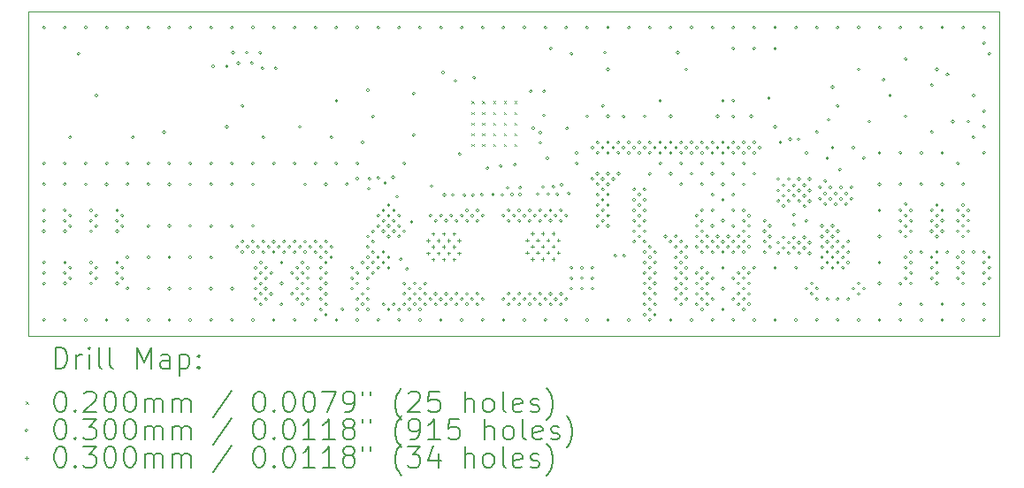
<source format=gbr>
%TF.GenerationSoftware,KiCad,Pcbnew,8.0.7*%
%TF.CreationDate,2025-05-18T15:53:21-04:00*%
%TF.ProjectId,protovolt,70726f74-6f76-46f6-9c74-2e6b69636164,rev?*%
%TF.SameCoordinates,Original*%
%TF.FileFunction,Drillmap*%
%TF.FilePolarity,Positive*%
%FSLAX45Y45*%
G04 Gerber Fmt 4.5, Leading zero omitted, Abs format (unit mm)*
G04 Created by KiCad (PCBNEW 8.0.7) date 2025-05-18 15:53:21*
%MOMM*%
%LPD*%
G01*
G04 APERTURE LIST*
%ADD10C,0.050000*%
%ADD11C,0.200000*%
%ADD12C,0.100000*%
G04 APERTURE END LIST*
D10*
X12550000Y-9750000D02*
X21850000Y-9750000D01*
X21850000Y-12850000D01*
X12550000Y-12850000D01*
X12550000Y-9750000D01*
D11*
D12*
X16795000Y-10605000D02*
X16815000Y-10625000D01*
X16815000Y-10605000D02*
X16795000Y-10625000D01*
X16795000Y-10707500D02*
X16815000Y-10727500D01*
X16815000Y-10707500D02*
X16795000Y-10727500D01*
X16795000Y-10810000D02*
X16815000Y-10830000D01*
X16815000Y-10810000D02*
X16795000Y-10830000D01*
X16795000Y-10912500D02*
X16815000Y-10932500D01*
X16815000Y-10912500D02*
X16795000Y-10932500D01*
X16795000Y-11015000D02*
X16815000Y-11035000D01*
X16815000Y-11015000D02*
X16795000Y-11035000D01*
X16897500Y-10605000D02*
X16917500Y-10625000D01*
X16917500Y-10605000D02*
X16897500Y-10625000D01*
X16897500Y-10707500D02*
X16917500Y-10727500D01*
X16917500Y-10707500D02*
X16897500Y-10727500D01*
X16897500Y-10810000D02*
X16917500Y-10830000D01*
X16917500Y-10810000D02*
X16897500Y-10830000D01*
X16897500Y-10912500D02*
X16917500Y-10932500D01*
X16917500Y-10912500D02*
X16897500Y-10932500D01*
X16897500Y-11015000D02*
X16917500Y-11035000D01*
X16917500Y-11015000D02*
X16897500Y-11035000D01*
X17000000Y-10605000D02*
X17020000Y-10625000D01*
X17020000Y-10605000D02*
X17000000Y-10625000D01*
X17000000Y-10707500D02*
X17020000Y-10727500D01*
X17020000Y-10707500D02*
X17000000Y-10727500D01*
X17000000Y-10810000D02*
X17020000Y-10830000D01*
X17020000Y-10810000D02*
X17000000Y-10830000D01*
X17000000Y-10912500D02*
X17020000Y-10932500D01*
X17020000Y-10912500D02*
X17000000Y-10932500D01*
X17000000Y-11015000D02*
X17020000Y-11035000D01*
X17020000Y-11015000D02*
X17000000Y-11035000D01*
X17102500Y-10605000D02*
X17122500Y-10625000D01*
X17122500Y-10605000D02*
X17102500Y-10625000D01*
X17102500Y-10707500D02*
X17122500Y-10727500D01*
X17122500Y-10707500D02*
X17102500Y-10727500D01*
X17102500Y-10810000D02*
X17122500Y-10830000D01*
X17122500Y-10810000D02*
X17102500Y-10830000D01*
X17102500Y-10912500D02*
X17122500Y-10932500D01*
X17122500Y-10912500D02*
X17102500Y-10932500D01*
X17102500Y-11015000D02*
X17122500Y-11035000D01*
X17122500Y-11015000D02*
X17102500Y-11035000D01*
X17205000Y-10605000D02*
X17225000Y-10625000D01*
X17225000Y-10605000D02*
X17205000Y-10625000D01*
X17205000Y-10707500D02*
X17225000Y-10727500D01*
X17225000Y-10707500D02*
X17205000Y-10727500D01*
X17205000Y-10810000D02*
X17225000Y-10830000D01*
X17225000Y-10810000D02*
X17205000Y-10830000D01*
X17205000Y-10912500D02*
X17225000Y-10932500D01*
X17225000Y-10912500D02*
X17205000Y-10932500D01*
X17205000Y-11015000D02*
X17225000Y-11035000D01*
X17225000Y-11015000D02*
X17205000Y-11035000D01*
X12715000Y-9900000D02*
G75*
G02*
X12685000Y-9900000I-15000J0D01*
G01*
X12685000Y-9900000D02*
G75*
G02*
X12715000Y-9900000I15000J0D01*
G01*
X12715000Y-11200000D02*
G75*
G02*
X12685000Y-11200000I-15000J0D01*
G01*
X12685000Y-11200000D02*
G75*
G02*
X12715000Y-11200000I15000J0D01*
G01*
X12715000Y-11400000D02*
G75*
G02*
X12685000Y-11400000I-15000J0D01*
G01*
X12685000Y-11400000D02*
G75*
G02*
X12715000Y-11400000I15000J0D01*
G01*
X12715000Y-11650000D02*
G75*
G02*
X12685000Y-11650000I-15000J0D01*
G01*
X12685000Y-11650000D02*
G75*
G02*
X12715000Y-11650000I15000J0D01*
G01*
X12715000Y-11750000D02*
G75*
G02*
X12685000Y-11750000I-15000J0D01*
G01*
X12685000Y-11750000D02*
G75*
G02*
X12715000Y-11750000I15000J0D01*
G01*
X12715000Y-11850000D02*
G75*
G02*
X12685000Y-11850000I-15000J0D01*
G01*
X12685000Y-11850000D02*
G75*
G02*
X12715000Y-11850000I15000J0D01*
G01*
X12715000Y-12150000D02*
G75*
G02*
X12685000Y-12150000I-15000J0D01*
G01*
X12685000Y-12150000D02*
G75*
G02*
X12715000Y-12150000I15000J0D01*
G01*
X12715000Y-12250000D02*
G75*
G02*
X12685000Y-12250000I-15000J0D01*
G01*
X12685000Y-12250000D02*
G75*
G02*
X12715000Y-12250000I15000J0D01*
G01*
X12715000Y-12350000D02*
G75*
G02*
X12685000Y-12350000I-15000J0D01*
G01*
X12685000Y-12350000D02*
G75*
G02*
X12715000Y-12350000I15000J0D01*
G01*
X12715000Y-12700000D02*
G75*
G02*
X12685000Y-12700000I-15000J0D01*
G01*
X12685000Y-12700000D02*
G75*
G02*
X12715000Y-12700000I15000J0D01*
G01*
X12915000Y-9900000D02*
G75*
G02*
X12885000Y-9900000I-15000J0D01*
G01*
X12885000Y-9900000D02*
G75*
G02*
X12915000Y-9900000I15000J0D01*
G01*
X12915000Y-11200000D02*
G75*
G02*
X12885000Y-11200000I-15000J0D01*
G01*
X12885000Y-11200000D02*
G75*
G02*
X12915000Y-11200000I15000J0D01*
G01*
X12915000Y-11400000D02*
G75*
G02*
X12885000Y-11400000I-15000J0D01*
G01*
X12885000Y-11400000D02*
G75*
G02*
X12915000Y-11400000I15000J0D01*
G01*
X12915000Y-11650000D02*
G75*
G02*
X12885000Y-11650000I-15000J0D01*
G01*
X12885000Y-11650000D02*
G75*
G02*
X12915000Y-11650000I15000J0D01*
G01*
X12915000Y-11750000D02*
G75*
G02*
X12885000Y-11750000I-15000J0D01*
G01*
X12885000Y-11750000D02*
G75*
G02*
X12915000Y-11750000I15000J0D01*
G01*
X12915000Y-11850000D02*
G75*
G02*
X12885000Y-11850000I-15000J0D01*
G01*
X12885000Y-11850000D02*
G75*
G02*
X12915000Y-11850000I15000J0D01*
G01*
X12915000Y-12150000D02*
G75*
G02*
X12885000Y-12150000I-15000J0D01*
G01*
X12885000Y-12150000D02*
G75*
G02*
X12915000Y-12150000I15000J0D01*
G01*
X12915000Y-12250000D02*
G75*
G02*
X12885000Y-12250000I-15000J0D01*
G01*
X12885000Y-12250000D02*
G75*
G02*
X12915000Y-12250000I15000J0D01*
G01*
X12915000Y-12350000D02*
G75*
G02*
X12885000Y-12350000I-15000J0D01*
G01*
X12885000Y-12350000D02*
G75*
G02*
X12915000Y-12350000I15000J0D01*
G01*
X12915000Y-12700000D02*
G75*
G02*
X12885000Y-12700000I-15000J0D01*
G01*
X12885000Y-12700000D02*
G75*
G02*
X12915000Y-12700000I15000J0D01*
G01*
X12965000Y-10950000D02*
G75*
G02*
X12935000Y-10950000I-15000J0D01*
G01*
X12935000Y-10950000D02*
G75*
G02*
X12965000Y-10950000I15000J0D01*
G01*
X12965000Y-11700000D02*
G75*
G02*
X12935000Y-11700000I-15000J0D01*
G01*
X12935000Y-11700000D02*
G75*
G02*
X12965000Y-11700000I15000J0D01*
G01*
X12965000Y-11800000D02*
G75*
G02*
X12935000Y-11800000I-15000J0D01*
G01*
X12935000Y-11800000D02*
G75*
G02*
X12965000Y-11800000I15000J0D01*
G01*
X12965000Y-12200000D02*
G75*
G02*
X12935000Y-12200000I-15000J0D01*
G01*
X12935000Y-12200000D02*
G75*
G02*
X12965000Y-12200000I15000J0D01*
G01*
X12965000Y-12300000D02*
G75*
G02*
X12935000Y-12300000I-15000J0D01*
G01*
X12935000Y-12300000D02*
G75*
G02*
X12965000Y-12300000I15000J0D01*
G01*
X13045000Y-10150000D02*
G75*
G02*
X13015000Y-10150000I-15000J0D01*
G01*
X13015000Y-10150000D02*
G75*
G02*
X13045000Y-10150000I15000J0D01*
G01*
X13115000Y-9900000D02*
G75*
G02*
X13085000Y-9900000I-15000J0D01*
G01*
X13085000Y-9900000D02*
G75*
G02*
X13115000Y-9900000I15000J0D01*
G01*
X13115000Y-11200000D02*
G75*
G02*
X13085000Y-11200000I-15000J0D01*
G01*
X13085000Y-11200000D02*
G75*
G02*
X13115000Y-11200000I15000J0D01*
G01*
X13115000Y-11400000D02*
G75*
G02*
X13085000Y-11400000I-15000J0D01*
G01*
X13085000Y-11400000D02*
G75*
G02*
X13115000Y-11400000I15000J0D01*
G01*
X13115000Y-12700000D02*
G75*
G02*
X13085000Y-12700000I-15000J0D01*
G01*
X13085000Y-12700000D02*
G75*
G02*
X13115000Y-12700000I15000J0D01*
G01*
X13165000Y-11650000D02*
G75*
G02*
X13135000Y-11650000I-15000J0D01*
G01*
X13135000Y-11650000D02*
G75*
G02*
X13165000Y-11650000I15000J0D01*
G01*
X13165000Y-11750000D02*
G75*
G02*
X13135000Y-11750000I-15000J0D01*
G01*
X13135000Y-11750000D02*
G75*
G02*
X13165000Y-11750000I15000J0D01*
G01*
X13165000Y-11850000D02*
G75*
G02*
X13135000Y-11850000I-15000J0D01*
G01*
X13135000Y-11850000D02*
G75*
G02*
X13165000Y-11850000I15000J0D01*
G01*
X13165000Y-12150000D02*
G75*
G02*
X13135000Y-12150000I-15000J0D01*
G01*
X13135000Y-12150000D02*
G75*
G02*
X13165000Y-12150000I15000J0D01*
G01*
X13165000Y-12250000D02*
G75*
G02*
X13135000Y-12250000I-15000J0D01*
G01*
X13135000Y-12250000D02*
G75*
G02*
X13165000Y-12250000I15000J0D01*
G01*
X13165000Y-12350000D02*
G75*
G02*
X13135000Y-12350000I-15000J0D01*
G01*
X13135000Y-12350000D02*
G75*
G02*
X13165000Y-12350000I15000J0D01*
G01*
X13215000Y-10550000D02*
G75*
G02*
X13185000Y-10550000I-15000J0D01*
G01*
X13185000Y-10550000D02*
G75*
G02*
X13215000Y-10550000I15000J0D01*
G01*
X13215000Y-11700000D02*
G75*
G02*
X13185000Y-11700000I-15000J0D01*
G01*
X13185000Y-11700000D02*
G75*
G02*
X13215000Y-11700000I15000J0D01*
G01*
X13215000Y-11800000D02*
G75*
G02*
X13185000Y-11800000I-15000J0D01*
G01*
X13185000Y-11800000D02*
G75*
G02*
X13215000Y-11800000I15000J0D01*
G01*
X13215000Y-12200000D02*
G75*
G02*
X13185000Y-12200000I-15000J0D01*
G01*
X13185000Y-12200000D02*
G75*
G02*
X13215000Y-12200000I15000J0D01*
G01*
X13215000Y-12300000D02*
G75*
G02*
X13185000Y-12300000I-15000J0D01*
G01*
X13185000Y-12300000D02*
G75*
G02*
X13215000Y-12300000I15000J0D01*
G01*
X13315000Y-9900000D02*
G75*
G02*
X13285000Y-9900000I-15000J0D01*
G01*
X13285000Y-9900000D02*
G75*
G02*
X13315000Y-9900000I15000J0D01*
G01*
X13315000Y-11200000D02*
G75*
G02*
X13285000Y-11200000I-15000J0D01*
G01*
X13285000Y-11200000D02*
G75*
G02*
X13315000Y-11200000I15000J0D01*
G01*
X13315000Y-11400000D02*
G75*
G02*
X13285000Y-11400000I-15000J0D01*
G01*
X13285000Y-11400000D02*
G75*
G02*
X13315000Y-11400000I15000J0D01*
G01*
X13315000Y-12700000D02*
G75*
G02*
X13285000Y-12700000I-15000J0D01*
G01*
X13285000Y-12700000D02*
G75*
G02*
X13315000Y-12700000I15000J0D01*
G01*
X13415000Y-11650000D02*
G75*
G02*
X13385000Y-11650000I-15000J0D01*
G01*
X13385000Y-11650000D02*
G75*
G02*
X13415000Y-11650000I15000J0D01*
G01*
X13415000Y-11750000D02*
G75*
G02*
X13385000Y-11750000I-15000J0D01*
G01*
X13385000Y-11750000D02*
G75*
G02*
X13415000Y-11750000I15000J0D01*
G01*
X13415000Y-11850000D02*
G75*
G02*
X13385000Y-11850000I-15000J0D01*
G01*
X13385000Y-11850000D02*
G75*
G02*
X13415000Y-11850000I15000J0D01*
G01*
X13415000Y-12150000D02*
G75*
G02*
X13385000Y-12150000I-15000J0D01*
G01*
X13385000Y-12150000D02*
G75*
G02*
X13415000Y-12150000I15000J0D01*
G01*
X13415000Y-12250000D02*
G75*
G02*
X13385000Y-12250000I-15000J0D01*
G01*
X13385000Y-12250000D02*
G75*
G02*
X13415000Y-12250000I15000J0D01*
G01*
X13415000Y-12350000D02*
G75*
G02*
X13385000Y-12350000I-15000J0D01*
G01*
X13385000Y-12350000D02*
G75*
G02*
X13415000Y-12350000I15000J0D01*
G01*
X13465000Y-11700000D02*
G75*
G02*
X13435000Y-11700000I-15000J0D01*
G01*
X13435000Y-11700000D02*
G75*
G02*
X13465000Y-11700000I15000J0D01*
G01*
X13465000Y-11800000D02*
G75*
G02*
X13435000Y-11800000I-15000J0D01*
G01*
X13435000Y-11800000D02*
G75*
G02*
X13465000Y-11800000I15000J0D01*
G01*
X13465000Y-12200000D02*
G75*
G02*
X13435000Y-12200000I-15000J0D01*
G01*
X13435000Y-12200000D02*
G75*
G02*
X13465000Y-12200000I15000J0D01*
G01*
X13465000Y-12300000D02*
G75*
G02*
X13435000Y-12300000I-15000J0D01*
G01*
X13435000Y-12300000D02*
G75*
G02*
X13465000Y-12300000I15000J0D01*
G01*
X13515000Y-9900000D02*
G75*
G02*
X13485000Y-9900000I-15000J0D01*
G01*
X13485000Y-9900000D02*
G75*
G02*
X13515000Y-9900000I15000J0D01*
G01*
X13515000Y-11200000D02*
G75*
G02*
X13485000Y-11200000I-15000J0D01*
G01*
X13485000Y-11200000D02*
G75*
G02*
X13515000Y-11200000I15000J0D01*
G01*
X13515000Y-11400000D02*
G75*
G02*
X13485000Y-11400000I-15000J0D01*
G01*
X13485000Y-11400000D02*
G75*
G02*
X13515000Y-11400000I15000J0D01*
G01*
X13515000Y-12100000D02*
G75*
G02*
X13485000Y-12100000I-15000J0D01*
G01*
X13485000Y-12100000D02*
G75*
G02*
X13515000Y-12100000I15000J0D01*
G01*
X13515000Y-12400000D02*
G75*
G02*
X13485000Y-12400000I-15000J0D01*
G01*
X13485000Y-12400000D02*
G75*
G02*
X13515000Y-12400000I15000J0D01*
G01*
X13515000Y-12700000D02*
G75*
G02*
X13485000Y-12700000I-15000J0D01*
G01*
X13485000Y-12700000D02*
G75*
G02*
X13515000Y-12700000I15000J0D01*
G01*
X13565000Y-10950000D02*
G75*
G02*
X13535000Y-10950000I-15000J0D01*
G01*
X13535000Y-10950000D02*
G75*
G02*
X13565000Y-10950000I15000J0D01*
G01*
X13715000Y-9900000D02*
G75*
G02*
X13685000Y-9900000I-15000J0D01*
G01*
X13685000Y-9900000D02*
G75*
G02*
X13715000Y-9900000I15000J0D01*
G01*
X13715000Y-11200000D02*
G75*
G02*
X13685000Y-11200000I-15000J0D01*
G01*
X13685000Y-11200000D02*
G75*
G02*
X13715000Y-11200000I15000J0D01*
G01*
X13715000Y-11400000D02*
G75*
G02*
X13685000Y-11400000I-15000J0D01*
G01*
X13685000Y-11400000D02*
G75*
G02*
X13715000Y-11400000I15000J0D01*
G01*
X13715000Y-11800000D02*
G75*
G02*
X13685000Y-11800000I-15000J0D01*
G01*
X13685000Y-11800000D02*
G75*
G02*
X13715000Y-11800000I15000J0D01*
G01*
X13715000Y-12100000D02*
G75*
G02*
X13685000Y-12100000I-15000J0D01*
G01*
X13685000Y-12100000D02*
G75*
G02*
X13715000Y-12100000I15000J0D01*
G01*
X13715000Y-12400000D02*
G75*
G02*
X13685000Y-12400000I-15000J0D01*
G01*
X13685000Y-12400000D02*
G75*
G02*
X13715000Y-12400000I15000J0D01*
G01*
X13715000Y-12700000D02*
G75*
G02*
X13685000Y-12700000I-15000J0D01*
G01*
X13685000Y-12700000D02*
G75*
G02*
X13715000Y-12700000I15000J0D01*
G01*
X13865000Y-10900000D02*
G75*
G02*
X13835000Y-10900000I-15000J0D01*
G01*
X13835000Y-10900000D02*
G75*
G02*
X13865000Y-10900000I15000J0D01*
G01*
X13915000Y-9900000D02*
G75*
G02*
X13885000Y-9900000I-15000J0D01*
G01*
X13885000Y-9900000D02*
G75*
G02*
X13915000Y-9900000I15000J0D01*
G01*
X13915000Y-11200000D02*
G75*
G02*
X13885000Y-11200000I-15000J0D01*
G01*
X13885000Y-11200000D02*
G75*
G02*
X13915000Y-11200000I15000J0D01*
G01*
X13915000Y-11400000D02*
G75*
G02*
X13885000Y-11400000I-15000J0D01*
G01*
X13885000Y-11400000D02*
G75*
G02*
X13915000Y-11400000I15000J0D01*
G01*
X13915000Y-11800000D02*
G75*
G02*
X13885000Y-11800000I-15000J0D01*
G01*
X13885000Y-11800000D02*
G75*
G02*
X13915000Y-11800000I15000J0D01*
G01*
X13915000Y-12100000D02*
G75*
G02*
X13885000Y-12100000I-15000J0D01*
G01*
X13885000Y-12100000D02*
G75*
G02*
X13915000Y-12100000I15000J0D01*
G01*
X13915000Y-12400000D02*
G75*
G02*
X13885000Y-12400000I-15000J0D01*
G01*
X13885000Y-12400000D02*
G75*
G02*
X13915000Y-12400000I15000J0D01*
G01*
X13915000Y-12700000D02*
G75*
G02*
X13885000Y-12700000I-15000J0D01*
G01*
X13885000Y-12700000D02*
G75*
G02*
X13915000Y-12700000I15000J0D01*
G01*
X14115000Y-9900000D02*
G75*
G02*
X14085000Y-9900000I-15000J0D01*
G01*
X14085000Y-9900000D02*
G75*
G02*
X14115000Y-9900000I15000J0D01*
G01*
X14115000Y-11200000D02*
G75*
G02*
X14085000Y-11200000I-15000J0D01*
G01*
X14085000Y-11200000D02*
G75*
G02*
X14115000Y-11200000I15000J0D01*
G01*
X14115000Y-11400000D02*
G75*
G02*
X14085000Y-11400000I-15000J0D01*
G01*
X14085000Y-11400000D02*
G75*
G02*
X14115000Y-11400000I15000J0D01*
G01*
X14115000Y-11800000D02*
G75*
G02*
X14085000Y-11800000I-15000J0D01*
G01*
X14085000Y-11800000D02*
G75*
G02*
X14115000Y-11800000I15000J0D01*
G01*
X14115000Y-12100000D02*
G75*
G02*
X14085000Y-12100000I-15000J0D01*
G01*
X14085000Y-12100000D02*
G75*
G02*
X14115000Y-12100000I15000J0D01*
G01*
X14115000Y-12400000D02*
G75*
G02*
X14085000Y-12400000I-15000J0D01*
G01*
X14085000Y-12400000D02*
G75*
G02*
X14115000Y-12400000I15000J0D01*
G01*
X14115000Y-12700000D02*
G75*
G02*
X14085000Y-12700000I-15000J0D01*
G01*
X14085000Y-12700000D02*
G75*
G02*
X14115000Y-12700000I15000J0D01*
G01*
X14315000Y-9900000D02*
G75*
G02*
X14285000Y-9900000I-15000J0D01*
G01*
X14285000Y-9900000D02*
G75*
G02*
X14315000Y-9900000I15000J0D01*
G01*
X14315000Y-11200000D02*
G75*
G02*
X14285000Y-11200000I-15000J0D01*
G01*
X14285000Y-11200000D02*
G75*
G02*
X14315000Y-11200000I15000J0D01*
G01*
X14315000Y-11400000D02*
G75*
G02*
X14285000Y-11400000I-15000J0D01*
G01*
X14285000Y-11400000D02*
G75*
G02*
X14315000Y-11400000I15000J0D01*
G01*
X14315000Y-11800000D02*
G75*
G02*
X14285000Y-11800000I-15000J0D01*
G01*
X14285000Y-11800000D02*
G75*
G02*
X14315000Y-11800000I15000J0D01*
G01*
X14315000Y-12100000D02*
G75*
G02*
X14285000Y-12100000I-15000J0D01*
G01*
X14285000Y-12100000D02*
G75*
G02*
X14315000Y-12100000I15000J0D01*
G01*
X14315000Y-12400000D02*
G75*
G02*
X14285000Y-12400000I-15000J0D01*
G01*
X14285000Y-12400000D02*
G75*
G02*
X14315000Y-12400000I15000J0D01*
G01*
X14315000Y-12700000D02*
G75*
G02*
X14285000Y-12700000I-15000J0D01*
G01*
X14285000Y-12700000D02*
G75*
G02*
X14315000Y-12700000I15000J0D01*
G01*
X14335000Y-10270000D02*
G75*
G02*
X14305000Y-10270000I-15000J0D01*
G01*
X14305000Y-10270000D02*
G75*
G02*
X14335000Y-10270000I15000J0D01*
G01*
X14465000Y-10270000D02*
G75*
G02*
X14435000Y-10270000I-15000J0D01*
G01*
X14435000Y-10270000D02*
G75*
G02*
X14465000Y-10270000I15000J0D01*
G01*
X14465000Y-10850000D02*
G75*
G02*
X14435000Y-10850000I-15000J0D01*
G01*
X14435000Y-10850000D02*
G75*
G02*
X14465000Y-10850000I15000J0D01*
G01*
X14515000Y-9900000D02*
G75*
G02*
X14485000Y-9900000I-15000J0D01*
G01*
X14485000Y-9900000D02*
G75*
G02*
X14515000Y-9900000I15000J0D01*
G01*
X14515000Y-11200000D02*
G75*
G02*
X14485000Y-11200000I-15000J0D01*
G01*
X14485000Y-11200000D02*
G75*
G02*
X14515000Y-11200000I15000J0D01*
G01*
X14515000Y-11400000D02*
G75*
G02*
X14485000Y-11400000I-15000J0D01*
G01*
X14485000Y-11400000D02*
G75*
G02*
X14515000Y-11400000I15000J0D01*
G01*
X14515000Y-11800000D02*
G75*
G02*
X14485000Y-11800000I-15000J0D01*
G01*
X14485000Y-11800000D02*
G75*
G02*
X14515000Y-11800000I15000J0D01*
G01*
X14515000Y-12400000D02*
G75*
G02*
X14485000Y-12400000I-15000J0D01*
G01*
X14485000Y-12400000D02*
G75*
G02*
X14515000Y-12400000I15000J0D01*
G01*
X14515000Y-12700000D02*
G75*
G02*
X14485000Y-12700000I-15000J0D01*
G01*
X14485000Y-12700000D02*
G75*
G02*
X14515000Y-12700000I15000J0D01*
G01*
X14525000Y-10140000D02*
G75*
G02*
X14495000Y-10140000I-15000J0D01*
G01*
X14495000Y-10140000D02*
G75*
G02*
X14525000Y-10140000I15000J0D01*
G01*
X14565000Y-12000000D02*
G75*
G02*
X14535000Y-12000000I-15000J0D01*
G01*
X14535000Y-12000000D02*
G75*
G02*
X14565000Y-12000000I15000J0D01*
G01*
X14575000Y-10240000D02*
G75*
G02*
X14545000Y-10240000I-15000J0D01*
G01*
X14545000Y-10240000D02*
G75*
G02*
X14575000Y-10240000I15000J0D01*
G01*
X14615000Y-10650000D02*
G75*
G02*
X14585000Y-10650000I-15000J0D01*
G01*
X14585000Y-10650000D02*
G75*
G02*
X14615000Y-10650000I15000J0D01*
G01*
X14615000Y-11950000D02*
G75*
G02*
X14585000Y-11950000I-15000J0D01*
G01*
X14585000Y-11950000D02*
G75*
G02*
X14615000Y-11950000I15000J0D01*
G01*
X14615000Y-12050000D02*
G75*
G02*
X14585000Y-12050000I-15000J0D01*
G01*
X14585000Y-12050000D02*
G75*
G02*
X14615000Y-12050000I15000J0D01*
G01*
X14655000Y-10140000D02*
G75*
G02*
X14625000Y-10140000I-15000J0D01*
G01*
X14625000Y-10140000D02*
G75*
G02*
X14655000Y-10140000I15000J0D01*
G01*
X14665000Y-12000000D02*
G75*
G02*
X14635000Y-12000000I-15000J0D01*
G01*
X14635000Y-12000000D02*
G75*
G02*
X14665000Y-12000000I15000J0D01*
G01*
X14705000Y-10240000D02*
G75*
G02*
X14675000Y-10240000I-15000J0D01*
G01*
X14675000Y-10240000D02*
G75*
G02*
X14705000Y-10240000I15000J0D01*
G01*
X14715000Y-9900000D02*
G75*
G02*
X14685000Y-9900000I-15000J0D01*
G01*
X14685000Y-9900000D02*
G75*
G02*
X14715000Y-9900000I15000J0D01*
G01*
X14715000Y-11200000D02*
G75*
G02*
X14685000Y-11200000I-15000J0D01*
G01*
X14685000Y-11200000D02*
G75*
G02*
X14715000Y-11200000I15000J0D01*
G01*
X14715000Y-11400000D02*
G75*
G02*
X14685000Y-11400000I-15000J0D01*
G01*
X14685000Y-11400000D02*
G75*
G02*
X14715000Y-11400000I15000J0D01*
G01*
X14715000Y-11800000D02*
G75*
G02*
X14685000Y-11800000I-15000J0D01*
G01*
X14685000Y-11800000D02*
G75*
G02*
X14715000Y-11800000I15000J0D01*
G01*
X14715000Y-11950000D02*
G75*
G02*
X14685000Y-11950000I-15000J0D01*
G01*
X14685000Y-11950000D02*
G75*
G02*
X14715000Y-11950000I15000J0D01*
G01*
X14715000Y-12050000D02*
G75*
G02*
X14685000Y-12050000I-15000J0D01*
G01*
X14685000Y-12050000D02*
G75*
G02*
X14715000Y-12050000I15000J0D01*
G01*
X14715000Y-12700000D02*
G75*
G02*
X14685000Y-12700000I-15000J0D01*
G01*
X14685000Y-12700000D02*
G75*
G02*
X14715000Y-12700000I15000J0D01*
G01*
X14740000Y-12200000D02*
G75*
G02*
X14710000Y-12200000I-15000J0D01*
G01*
X14710000Y-12200000D02*
G75*
G02*
X14740000Y-12200000I15000J0D01*
G01*
X14740000Y-12300000D02*
G75*
G02*
X14710000Y-12300000I-15000J0D01*
G01*
X14710000Y-12300000D02*
G75*
G02*
X14740000Y-12300000I15000J0D01*
G01*
X14740000Y-12400000D02*
G75*
G02*
X14710000Y-12400000I-15000J0D01*
G01*
X14710000Y-12400000D02*
G75*
G02*
X14740000Y-12400000I15000J0D01*
G01*
X14740000Y-12500000D02*
G75*
G02*
X14710000Y-12500000I-15000J0D01*
G01*
X14710000Y-12500000D02*
G75*
G02*
X14740000Y-12500000I15000J0D01*
G01*
X14765000Y-12000000D02*
G75*
G02*
X14735000Y-12000000I-15000J0D01*
G01*
X14735000Y-12000000D02*
G75*
G02*
X14765000Y-12000000I15000J0D01*
G01*
X14785000Y-10140000D02*
G75*
G02*
X14755000Y-10140000I-15000J0D01*
G01*
X14755000Y-10140000D02*
G75*
G02*
X14785000Y-10140000I15000J0D01*
G01*
X14790000Y-12150000D02*
G75*
G02*
X14760000Y-12150000I-15000J0D01*
G01*
X14760000Y-12150000D02*
G75*
G02*
X14790000Y-12150000I15000J0D01*
G01*
X14790000Y-12250000D02*
G75*
G02*
X14760000Y-12250000I-15000J0D01*
G01*
X14760000Y-12250000D02*
G75*
G02*
X14790000Y-12250000I15000J0D01*
G01*
X14790000Y-12350000D02*
G75*
G02*
X14760000Y-12350000I-15000J0D01*
G01*
X14760000Y-12350000D02*
G75*
G02*
X14790000Y-12350000I15000J0D01*
G01*
X14790000Y-12450000D02*
G75*
G02*
X14760000Y-12450000I-15000J0D01*
G01*
X14760000Y-12450000D02*
G75*
G02*
X14790000Y-12450000I15000J0D01*
G01*
X14790000Y-12550000D02*
G75*
G02*
X14760000Y-12550000I-15000J0D01*
G01*
X14760000Y-12550000D02*
G75*
G02*
X14790000Y-12550000I15000J0D01*
G01*
X14805000Y-10290000D02*
G75*
G02*
X14775000Y-10290000I-15000J0D01*
G01*
X14775000Y-10290000D02*
G75*
G02*
X14805000Y-10290000I15000J0D01*
G01*
X14815000Y-10950000D02*
G75*
G02*
X14785000Y-10950000I-15000J0D01*
G01*
X14785000Y-10950000D02*
G75*
G02*
X14815000Y-10950000I15000J0D01*
G01*
X14815000Y-11950000D02*
G75*
G02*
X14785000Y-11950000I-15000J0D01*
G01*
X14785000Y-11950000D02*
G75*
G02*
X14815000Y-11950000I15000J0D01*
G01*
X14815000Y-12050000D02*
G75*
G02*
X14785000Y-12050000I-15000J0D01*
G01*
X14785000Y-12050000D02*
G75*
G02*
X14815000Y-12050000I15000J0D01*
G01*
X14840000Y-12200000D02*
G75*
G02*
X14810000Y-12200000I-15000J0D01*
G01*
X14810000Y-12200000D02*
G75*
G02*
X14840000Y-12200000I15000J0D01*
G01*
X14840000Y-12300000D02*
G75*
G02*
X14810000Y-12300000I-15000J0D01*
G01*
X14810000Y-12300000D02*
G75*
G02*
X14840000Y-12300000I15000J0D01*
G01*
X14840000Y-12400000D02*
G75*
G02*
X14810000Y-12400000I-15000J0D01*
G01*
X14810000Y-12400000D02*
G75*
G02*
X14840000Y-12400000I15000J0D01*
G01*
X14840000Y-12500000D02*
G75*
G02*
X14810000Y-12500000I-15000J0D01*
G01*
X14810000Y-12500000D02*
G75*
G02*
X14840000Y-12500000I15000J0D01*
G01*
X14865000Y-12000000D02*
G75*
G02*
X14835000Y-12000000I-15000J0D01*
G01*
X14835000Y-12000000D02*
G75*
G02*
X14865000Y-12000000I15000J0D01*
G01*
X14890000Y-12250000D02*
G75*
G02*
X14860000Y-12250000I-15000J0D01*
G01*
X14860000Y-12250000D02*
G75*
G02*
X14890000Y-12250000I15000J0D01*
G01*
X14890000Y-12450000D02*
G75*
G02*
X14860000Y-12450000I-15000J0D01*
G01*
X14860000Y-12450000D02*
G75*
G02*
X14890000Y-12450000I15000J0D01*
G01*
X14915000Y-9900000D02*
G75*
G02*
X14885000Y-9900000I-15000J0D01*
G01*
X14885000Y-9900000D02*
G75*
G02*
X14915000Y-9900000I15000J0D01*
G01*
X14915000Y-11200000D02*
G75*
G02*
X14885000Y-11200000I-15000J0D01*
G01*
X14885000Y-11200000D02*
G75*
G02*
X14915000Y-11200000I15000J0D01*
G01*
X14915000Y-11950000D02*
G75*
G02*
X14885000Y-11950000I-15000J0D01*
G01*
X14885000Y-11950000D02*
G75*
G02*
X14915000Y-11950000I15000J0D01*
G01*
X14915000Y-12050000D02*
G75*
G02*
X14885000Y-12050000I-15000J0D01*
G01*
X14885000Y-12050000D02*
G75*
G02*
X14915000Y-12050000I15000J0D01*
G01*
X14915000Y-12700000D02*
G75*
G02*
X14885000Y-12700000I-15000J0D01*
G01*
X14885000Y-12700000D02*
G75*
G02*
X14915000Y-12700000I15000J0D01*
G01*
X14935000Y-10290000D02*
G75*
G02*
X14905000Y-10290000I-15000J0D01*
G01*
X14905000Y-10290000D02*
G75*
G02*
X14935000Y-10290000I15000J0D01*
G01*
X14965000Y-12000000D02*
G75*
G02*
X14935000Y-12000000I-15000J0D01*
G01*
X14935000Y-12000000D02*
G75*
G02*
X14965000Y-12000000I15000J0D01*
G01*
X14990000Y-12150000D02*
G75*
G02*
X14960000Y-12150000I-15000J0D01*
G01*
X14960000Y-12150000D02*
G75*
G02*
X14990000Y-12150000I15000J0D01*
G01*
X14990000Y-12350000D02*
G75*
G02*
X14960000Y-12350000I-15000J0D01*
G01*
X14960000Y-12350000D02*
G75*
G02*
X14990000Y-12350000I15000J0D01*
G01*
X14990000Y-12550000D02*
G75*
G02*
X14960000Y-12550000I-15000J0D01*
G01*
X14960000Y-12550000D02*
G75*
G02*
X14990000Y-12550000I15000J0D01*
G01*
X15015000Y-11950000D02*
G75*
G02*
X14985000Y-11950000I-15000J0D01*
G01*
X14985000Y-11950000D02*
G75*
G02*
X15015000Y-11950000I15000J0D01*
G01*
X15015000Y-12050000D02*
G75*
G02*
X14985000Y-12050000I-15000J0D01*
G01*
X14985000Y-12050000D02*
G75*
G02*
X15015000Y-12050000I15000J0D01*
G01*
X15065000Y-12000000D02*
G75*
G02*
X15035000Y-12000000I-15000J0D01*
G01*
X15035000Y-12000000D02*
G75*
G02*
X15065000Y-12000000I15000J0D01*
G01*
X15090000Y-12250000D02*
G75*
G02*
X15060000Y-12250000I-15000J0D01*
G01*
X15060000Y-12250000D02*
G75*
G02*
X15090000Y-12250000I15000J0D01*
G01*
X15090000Y-12450000D02*
G75*
G02*
X15060000Y-12450000I-15000J0D01*
G01*
X15060000Y-12450000D02*
G75*
G02*
X15090000Y-12450000I15000J0D01*
G01*
X15115000Y-9900000D02*
G75*
G02*
X15085000Y-9900000I-15000J0D01*
G01*
X15085000Y-9900000D02*
G75*
G02*
X15115000Y-9900000I15000J0D01*
G01*
X15115000Y-11200000D02*
G75*
G02*
X15085000Y-11200000I-15000J0D01*
G01*
X15085000Y-11200000D02*
G75*
G02*
X15115000Y-11200000I15000J0D01*
G01*
X15115000Y-11950000D02*
G75*
G02*
X15085000Y-11950000I-15000J0D01*
G01*
X15085000Y-11950000D02*
G75*
G02*
X15115000Y-11950000I15000J0D01*
G01*
X15115000Y-12050000D02*
G75*
G02*
X15085000Y-12050000I-15000J0D01*
G01*
X15085000Y-12050000D02*
G75*
G02*
X15115000Y-12050000I15000J0D01*
G01*
X15115000Y-12700000D02*
G75*
G02*
X15085000Y-12700000I-15000J0D01*
G01*
X15085000Y-12700000D02*
G75*
G02*
X15115000Y-12700000I15000J0D01*
G01*
X15140000Y-12200000D02*
G75*
G02*
X15110000Y-12200000I-15000J0D01*
G01*
X15110000Y-12200000D02*
G75*
G02*
X15140000Y-12200000I15000J0D01*
G01*
X15140000Y-12300000D02*
G75*
G02*
X15110000Y-12300000I-15000J0D01*
G01*
X15110000Y-12300000D02*
G75*
G02*
X15140000Y-12300000I15000J0D01*
G01*
X15140000Y-12400000D02*
G75*
G02*
X15110000Y-12400000I-15000J0D01*
G01*
X15110000Y-12400000D02*
G75*
G02*
X15140000Y-12400000I15000J0D01*
G01*
X15140000Y-12500000D02*
G75*
G02*
X15110000Y-12500000I-15000J0D01*
G01*
X15110000Y-12500000D02*
G75*
G02*
X15140000Y-12500000I15000J0D01*
G01*
X15165000Y-10850000D02*
G75*
G02*
X15135000Y-10850000I-15000J0D01*
G01*
X15135000Y-10850000D02*
G75*
G02*
X15165000Y-10850000I15000J0D01*
G01*
X15165000Y-12000000D02*
G75*
G02*
X15135000Y-12000000I-15000J0D01*
G01*
X15135000Y-12000000D02*
G75*
G02*
X15165000Y-12000000I15000J0D01*
G01*
X15190000Y-12150000D02*
G75*
G02*
X15160000Y-12150000I-15000J0D01*
G01*
X15160000Y-12150000D02*
G75*
G02*
X15190000Y-12150000I15000J0D01*
G01*
X15190000Y-12250000D02*
G75*
G02*
X15160000Y-12250000I-15000J0D01*
G01*
X15160000Y-12250000D02*
G75*
G02*
X15190000Y-12250000I15000J0D01*
G01*
X15190000Y-12350000D02*
G75*
G02*
X15160000Y-12350000I-15000J0D01*
G01*
X15160000Y-12350000D02*
G75*
G02*
X15190000Y-12350000I15000J0D01*
G01*
X15190000Y-12450000D02*
G75*
G02*
X15160000Y-12450000I-15000J0D01*
G01*
X15160000Y-12450000D02*
G75*
G02*
X15190000Y-12450000I15000J0D01*
G01*
X15190000Y-12550000D02*
G75*
G02*
X15160000Y-12550000I-15000J0D01*
G01*
X15160000Y-12550000D02*
G75*
G02*
X15190000Y-12550000I15000J0D01*
G01*
X15215000Y-11400000D02*
G75*
G02*
X15185000Y-11400000I-15000J0D01*
G01*
X15185000Y-11400000D02*
G75*
G02*
X15215000Y-11400000I15000J0D01*
G01*
X15215000Y-11950000D02*
G75*
G02*
X15185000Y-11950000I-15000J0D01*
G01*
X15185000Y-11950000D02*
G75*
G02*
X15215000Y-11950000I15000J0D01*
G01*
X15215000Y-12050000D02*
G75*
G02*
X15185000Y-12050000I-15000J0D01*
G01*
X15185000Y-12050000D02*
G75*
G02*
X15215000Y-12050000I15000J0D01*
G01*
X15240000Y-12200000D02*
G75*
G02*
X15210000Y-12200000I-15000J0D01*
G01*
X15210000Y-12200000D02*
G75*
G02*
X15240000Y-12200000I15000J0D01*
G01*
X15240000Y-12300000D02*
G75*
G02*
X15210000Y-12300000I-15000J0D01*
G01*
X15210000Y-12300000D02*
G75*
G02*
X15240000Y-12300000I15000J0D01*
G01*
X15240000Y-12400000D02*
G75*
G02*
X15210000Y-12400000I-15000J0D01*
G01*
X15210000Y-12400000D02*
G75*
G02*
X15240000Y-12400000I15000J0D01*
G01*
X15240000Y-12500000D02*
G75*
G02*
X15210000Y-12500000I-15000J0D01*
G01*
X15210000Y-12500000D02*
G75*
G02*
X15240000Y-12500000I15000J0D01*
G01*
X15265000Y-12000000D02*
G75*
G02*
X15235000Y-12000000I-15000J0D01*
G01*
X15235000Y-12000000D02*
G75*
G02*
X15265000Y-12000000I15000J0D01*
G01*
X15315000Y-9900000D02*
G75*
G02*
X15285000Y-9900000I-15000J0D01*
G01*
X15285000Y-9900000D02*
G75*
G02*
X15315000Y-9900000I15000J0D01*
G01*
X15315000Y-11200000D02*
G75*
G02*
X15285000Y-11200000I-15000J0D01*
G01*
X15285000Y-11200000D02*
G75*
G02*
X15315000Y-11200000I15000J0D01*
G01*
X15315000Y-11950000D02*
G75*
G02*
X15285000Y-11950000I-15000J0D01*
G01*
X15285000Y-11950000D02*
G75*
G02*
X15315000Y-11950000I15000J0D01*
G01*
X15315000Y-12050000D02*
G75*
G02*
X15285000Y-12050000I-15000J0D01*
G01*
X15285000Y-12050000D02*
G75*
G02*
X15315000Y-12050000I15000J0D01*
G01*
X15315000Y-12700000D02*
G75*
G02*
X15285000Y-12700000I-15000J0D01*
G01*
X15285000Y-12700000D02*
G75*
G02*
X15315000Y-12700000I15000J0D01*
G01*
X15365000Y-12000000D02*
G75*
G02*
X15335000Y-12000000I-15000J0D01*
G01*
X15335000Y-12000000D02*
G75*
G02*
X15365000Y-12000000I15000J0D01*
G01*
X15365000Y-12100000D02*
G75*
G02*
X15335000Y-12100000I-15000J0D01*
G01*
X15335000Y-12100000D02*
G75*
G02*
X15365000Y-12100000I15000J0D01*
G01*
X15365000Y-12200000D02*
G75*
G02*
X15335000Y-12200000I-15000J0D01*
G01*
X15335000Y-12200000D02*
G75*
G02*
X15365000Y-12200000I15000J0D01*
G01*
X15365000Y-12300000D02*
G75*
G02*
X15335000Y-12300000I-15000J0D01*
G01*
X15335000Y-12300000D02*
G75*
G02*
X15365000Y-12300000I15000J0D01*
G01*
X15365000Y-12400000D02*
G75*
G02*
X15335000Y-12400000I-15000J0D01*
G01*
X15335000Y-12400000D02*
G75*
G02*
X15365000Y-12400000I15000J0D01*
G01*
X15365000Y-12500000D02*
G75*
G02*
X15335000Y-12500000I-15000J0D01*
G01*
X15335000Y-12500000D02*
G75*
G02*
X15365000Y-12500000I15000J0D01*
G01*
X15365000Y-12600000D02*
G75*
G02*
X15335000Y-12600000I-15000J0D01*
G01*
X15335000Y-12600000D02*
G75*
G02*
X15365000Y-12600000I15000J0D01*
G01*
X15415000Y-11400000D02*
G75*
G02*
X15385000Y-11400000I-15000J0D01*
G01*
X15385000Y-11400000D02*
G75*
G02*
X15415000Y-11400000I15000J0D01*
G01*
X15415000Y-11950000D02*
G75*
G02*
X15385000Y-11950000I-15000J0D01*
G01*
X15385000Y-11950000D02*
G75*
G02*
X15415000Y-11950000I15000J0D01*
G01*
X15415000Y-12050000D02*
G75*
G02*
X15385000Y-12050000I-15000J0D01*
G01*
X15385000Y-12050000D02*
G75*
G02*
X15415000Y-12050000I15000J0D01*
G01*
X15415000Y-12150000D02*
G75*
G02*
X15385000Y-12150000I-15000J0D01*
G01*
X15385000Y-12150000D02*
G75*
G02*
X15415000Y-12150000I15000J0D01*
G01*
X15415000Y-12250000D02*
G75*
G02*
X15385000Y-12250000I-15000J0D01*
G01*
X15385000Y-12250000D02*
G75*
G02*
X15415000Y-12250000I15000J0D01*
G01*
X15415000Y-12350000D02*
G75*
G02*
X15385000Y-12350000I-15000J0D01*
G01*
X15385000Y-12350000D02*
G75*
G02*
X15415000Y-12350000I15000J0D01*
G01*
X15415000Y-12450000D02*
G75*
G02*
X15385000Y-12450000I-15000J0D01*
G01*
X15385000Y-12450000D02*
G75*
G02*
X15415000Y-12450000I15000J0D01*
G01*
X15415000Y-12550000D02*
G75*
G02*
X15385000Y-12550000I-15000J0D01*
G01*
X15385000Y-12550000D02*
G75*
G02*
X15415000Y-12550000I15000J0D01*
G01*
X15415000Y-12650000D02*
G75*
G02*
X15385000Y-12650000I-15000J0D01*
G01*
X15385000Y-12650000D02*
G75*
G02*
X15415000Y-12650000I15000J0D01*
G01*
X15465000Y-10950000D02*
G75*
G02*
X15435000Y-10950000I-15000J0D01*
G01*
X15435000Y-10950000D02*
G75*
G02*
X15465000Y-10950000I15000J0D01*
G01*
X15465000Y-12000000D02*
G75*
G02*
X15435000Y-12000000I-15000J0D01*
G01*
X15435000Y-12000000D02*
G75*
G02*
X15465000Y-12000000I15000J0D01*
G01*
X15465000Y-12100000D02*
G75*
G02*
X15435000Y-12100000I-15000J0D01*
G01*
X15435000Y-12100000D02*
G75*
G02*
X15465000Y-12100000I15000J0D01*
G01*
X15515000Y-9900000D02*
G75*
G02*
X15485000Y-9900000I-15000J0D01*
G01*
X15485000Y-9900000D02*
G75*
G02*
X15515000Y-9900000I15000J0D01*
G01*
X15515000Y-10600000D02*
G75*
G02*
X15485000Y-10600000I-15000J0D01*
G01*
X15485000Y-10600000D02*
G75*
G02*
X15515000Y-10600000I15000J0D01*
G01*
X15515000Y-11200000D02*
G75*
G02*
X15485000Y-11200000I-15000J0D01*
G01*
X15485000Y-11200000D02*
G75*
G02*
X15515000Y-11200000I15000J0D01*
G01*
X15515000Y-12700000D02*
G75*
G02*
X15485000Y-12700000I-15000J0D01*
G01*
X15485000Y-12700000D02*
G75*
G02*
X15515000Y-12700000I15000J0D01*
G01*
X15571215Y-12596539D02*
G75*
G02*
X15541215Y-12596539I-15000J0D01*
G01*
X15541215Y-12596539D02*
G75*
G02*
X15571215Y-12596539I15000J0D01*
G01*
X15615000Y-11400000D02*
G75*
G02*
X15585000Y-11400000I-15000J0D01*
G01*
X15585000Y-11400000D02*
G75*
G02*
X15615000Y-11400000I15000J0D01*
G01*
X15665000Y-12200000D02*
G75*
G02*
X15635000Y-12200000I-15000J0D01*
G01*
X15635000Y-12200000D02*
G75*
G02*
X15665000Y-12200000I15000J0D01*
G01*
X15665000Y-12300000D02*
G75*
G02*
X15635000Y-12300000I-15000J0D01*
G01*
X15635000Y-12300000D02*
G75*
G02*
X15665000Y-12300000I15000J0D01*
G01*
X15665000Y-12400000D02*
G75*
G02*
X15635000Y-12400000I-15000J0D01*
G01*
X15635000Y-12400000D02*
G75*
G02*
X15665000Y-12400000I15000J0D01*
G01*
X15715000Y-9900000D02*
G75*
G02*
X15685000Y-9900000I-15000J0D01*
G01*
X15685000Y-9900000D02*
G75*
G02*
X15715000Y-9900000I15000J0D01*
G01*
X15715000Y-11200000D02*
G75*
G02*
X15685000Y-11200000I-15000J0D01*
G01*
X15685000Y-11200000D02*
G75*
G02*
X15715000Y-11200000I15000J0D01*
G01*
X15715000Y-11345000D02*
G75*
G02*
X15685000Y-11345000I-15000J0D01*
G01*
X15685000Y-11345000D02*
G75*
G02*
X15715000Y-11345000I15000J0D01*
G01*
X15715000Y-12250000D02*
G75*
G02*
X15685000Y-12250000I-15000J0D01*
G01*
X15685000Y-12250000D02*
G75*
G02*
X15715000Y-12250000I15000J0D01*
G01*
X15715000Y-12350000D02*
G75*
G02*
X15685000Y-12350000I-15000J0D01*
G01*
X15685000Y-12350000D02*
G75*
G02*
X15715000Y-12350000I15000J0D01*
G01*
X15715000Y-12500000D02*
G75*
G02*
X15685000Y-12500000I-15000J0D01*
G01*
X15685000Y-12500000D02*
G75*
G02*
X15715000Y-12500000I15000J0D01*
G01*
X15715000Y-12600000D02*
G75*
G02*
X15685000Y-12600000I-15000J0D01*
G01*
X15685000Y-12600000D02*
G75*
G02*
X15715000Y-12600000I15000J0D01*
G01*
X15715000Y-12700000D02*
G75*
G02*
X15685000Y-12700000I-15000J0D01*
G01*
X15685000Y-12700000D02*
G75*
G02*
X15715000Y-12700000I15000J0D01*
G01*
X15765000Y-11000000D02*
G75*
G02*
X15735000Y-11000000I-15000J0D01*
G01*
X15735000Y-11000000D02*
G75*
G02*
X15765000Y-11000000I15000J0D01*
G01*
X15765000Y-12150000D02*
G75*
G02*
X15735000Y-12150000I-15000J0D01*
G01*
X15735000Y-12150000D02*
G75*
G02*
X15765000Y-12150000I15000J0D01*
G01*
X15765000Y-12450000D02*
G75*
G02*
X15735000Y-12450000I-15000J0D01*
G01*
X15735000Y-12450000D02*
G75*
G02*
X15765000Y-12450000I15000J0D01*
G01*
X15765000Y-12550000D02*
G75*
G02*
X15735000Y-12550000I-15000J0D01*
G01*
X15735000Y-12550000D02*
G75*
G02*
X15765000Y-12550000I15000J0D01*
G01*
X15815000Y-10500000D02*
G75*
G02*
X15785000Y-10500000I-15000J0D01*
G01*
X15785000Y-10500000D02*
G75*
G02*
X15815000Y-10500000I15000J0D01*
G01*
X15815000Y-11900000D02*
G75*
G02*
X15785000Y-11900000I-15000J0D01*
G01*
X15785000Y-11900000D02*
G75*
G02*
X15815000Y-11900000I15000J0D01*
G01*
X15815000Y-12000000D02*
G75*
G02*
X15785000Y-12000000I-15000J0D01*
G01*
X15785000Y-12000000D02*
G75*
G02*
X15815000Y-12000000I15000J0D01*
G01*
X15815000Y-12100000D02*
G75*
G02*
X15785000Y-12100000I-15000J0D01*
G01*
X15785000Y-12100000D02*
G75*
G02*
X15815000Y-12100000I15000J0D01*
G01*
X15815000Y-12200000D02*
G75*
G02*
X15785000Y-12200000I-15000J0D01*
G01*
X15785000Y-12200000D02*
G75*
G02*
X15815000Y-12200000I15000J0D01*
G01*
X15815000Y-12300000D02*
G75*
G02*
X15785000Y-12300000I-15000J0D01*
G01*
X15785000Y-12300000D02*
G75*
G02*
X15815000Y-12300000I15000J0D01*
G01*
X15815000Y-12400000D02*
G75*
G02*
X15785000Y-12400000I-15000J0D01*
G01*
X15785000Y-12400000D02*
G75*
G02*
X15815000Y-12400000I15000J0D01*
G01*
X15815000Y-12500000D02*
G75*
G02*
X15785000Y-12500000I-15000J0D01*
G01*
X15785000Y-12500000D02*
G75*
G02*
X15815000Y-12500000I15000J0D01*
G01*
X15815000Y-12600000D02*
G75*
G02*
X15785000Y-12600000I-15000J0D01*
G01*
X15785000Y-12600000D02*
G75*
G02*
X15815000Y-12600000I15000J0D01*
G01*
X15824000Y-11444000D02*
G75*
G02*
X15794000Y-11444000I-15000J0D01*
G01*
X15794000Y-11444000D02*
G75*
G02*
X15824000Y-11444000I15000J0D01*
G01*
X15831000Y-11347000D02*
G75*
G02*
X15801000Y-11347000I-15000J0D01*
G01*
X15801000Y-11347000D02*
G75*
G02*
X15831000Y-11347000I15000J0D01*
G01*
X15865000Y-10750000D02*
G75*
G02*
X15835000Y-10750000I-15000J0D01*
G01*
X15835000Y-10750000D02*
G75*
G02*
X15865000Y-10750000I15000J0D01*
G01*
X15865000Y-11850000D02*
G75*
G02*
X15835000Y-11850000I-15000J0D01*
G01*
X15835000Y-11850000D02*
G75*
G02*
X15865000Y-11850000I15000J0D01*
G01*
X15865000Y-11950000D02*
G75*
G02*
X15835000Y-11950000I-15000J0D01*
G01*
X15835000Y-11950000D02*
G75*
G02*
X15865000Y-11950000I15000J0D01*
G01*
X15865000Y-12050000D02*
G75*
G02*
X15835000Y-12050000I-15000J0D01*
G01*
X15835000Y-12050000D02*
G75*
G02*
X15865000Y-12050000I15000J0D01*
G01*
X15865000Y-12150000D02*
G75*
G02*
X15835000Y-12150000I-15000J0D01*
G01*
X15835000Y-12150000D02*
G75*
G02*
X15865000Y-12150000I15000J0D01*
G01*
X15865000Y-12250000D02*
G75*
G02*
X15835000Y-12250000I-15000J0D01*
G01*
X15835000Y-12250000D02*
G75*
G02*
X15865000Y-12250000I15000J0D01*
G01*
X15915000Y-9900000D02*
G75*
G02*
X15885000Y-9900000I-15000J0D01*
G01*
X15885000Y-9900000D02*
G75*
G02*
X15915000Y-9900000I15000J0D01*
G01*
X15915000Y-11340000D02*
G75*
G02*
X15885000Y-11340000I-15000J0D01*
G01*
X15885000Y-11340000D02*
G75*
G02*
X15915000Y-11340000I15000J0D01*
G01*
X15915000Y-11700000D02*
G75*
G02*
X15885000Y-11700000I-15000J0D01*
G01*
X15885000Y-11700000D02*
G75*
G02*
X15915000Y-11700000I15000J0D01*
G01*
X15915000Y-11800000D02*
G75*
G02*
X15885000Y-11800000I-15000J0D01*
G01*
X15885000Y-11800000D02*
G75*
G02*
X15915000Y-11800000I15000J0D01*
G01*
X15915000Y-12100000D02*
G75*
G02*
X15885000Y-12100000I-15000J0D01*
G01*
X15885000Y-12100000D02*
G75*
G02*
X15915000Y-12100000I15000J0D01*
G01*
X15915000Y-12200000D02*
G75*
G02*
X15885000Y-12200000I-15000J0D01*
G01*
X15885000Y-12200000D02*
G75*
G02*
X15915000Y-12200000I15000J0D01*
G01*
X15915000Y-12700000D02*
G75*
G02*
X15885000Y-12700000I-15000J0D01*
G01*
X15885000Y-12700000D02*
G75*
G02*
X15915000Y-12700000I15000J0D01*
G01*
X15965000Y-11650000D02*
G75*
G02*
X15935000Y-11650000I-15000J0D01*
G01*
X15935000Y-11650000D02*
G75*
G02*
X15965000Y-11650000I15000J0D01*
G01*
X15965000Y-11750000D02*
G75*
G02*
X15935000Y-11750000I-15000J0D01*
G01*
X15935000Y-11750000D02*
G75*
G02*
X15965000Y-11750000I15000J0D01*
G01*
X15965000Y-11850000D02*
G75*
G02*
X15935000Y-11850000I-15000J0D01*
G01*
X15935000Y-11850000D02*
G75*
G02*
X15965000Y-11850000I15000J0D01*
G01*
X15965000Y-12050000D02*
G75*
G02*
X15935000Y-12050000I-15000J0D01*
G01*
X15935000Y-12050000D02*
G75*
G02*
X15965000Y-12050000I15000J0D01*
G01*
X15965000Y-12150000D02*
G75*
G02*
X15935000Y-12150000I-15000J0D01*
G01*
X15935000Y-12150000D02*
G75*
G02*
X15965000Y-12150000I15000J0D01*
G01*
X15965000Y-12550000D02*
G75*
G02*
X15935000Y-12550000I-15000J0D01*
G01*
X15935000Y-12550000D02*
G75*
G02*
X15965000Y-12550000I15000J0D01*
G01*
X15981000Y-11388000D02*
G75*
G02*
X15951000Y-11388000I-15000J0D01*
G01*
X15951000Y-11388000D02*
G75*
G02*
X15981000Y-11388000I15000J0D01*
G01*
X16015000Y-11600000D02*
G75*
G02*
X15985000Y-11600000I-15000J0D01*
G01*
X15985000Y-11600000D02*
G75*
G02*
X16015000Y-11600000I15000J0D01*
G01*
X16015000Y-11700000D02*
G75*
G02*
X15985000Y-11700000I-15000J0D01*
G01*
X15985000Y-11700000D02*
G75*
G02*
X16015000Y-11700000I15000J0D01*
G01*
X16015000Y-11800000D02*
G75*
G02*
X15985000Y-11800000I-15000J0D01*
G01*
X15985000Y-11800000D02*
G75*
G02*
X16015000Y-11800000I15000J0D01*
G01*
X16015000Y-11900000D02*
G75*
G02*
X15985000Y-11900000I-15000J0D01*
G01*
X15985000Y-11900000D02*
G75*
G02*
X16015000Y-11900000I15000J0D01*
G01*
X16015000Y-12100000D02*
G75*
G02*
X15985000Y-12100000I-15000J0D01*
G01*
X15985000Y-12100000D02*
G75*
G02*
X16015000Y-12100000I15000J0D01*
G01*
X16015000Y-12200000D02*
G75*
G02*
X15985000Y-12200000I-15000J0D01*
G01*
X15985000Y-12200000D02*
G75*
G02*
X16015000Y-12200000I15000J0D01*
G01*
X16015000Y-12600000D02*
G75*
G02*
X15985000Y-12600000I-15000J0D01*
G01*
X15985000Y-12600000D02*
G75*
G02*
X16015000Y-12600000I15000J0D01*
G01*
X16056000Y-11333000D02*
G75*
G02*
X16026000Y-11333000I-15000J0D01*
G01*
X16026000Y-11333000D02*
G75*
G02*
X16056000Y-11333000I15000J0D01*
G01*
X16065000Y-11650000D02*
G75*
G02*
X16035000Y-11650000I-15000J0D01*
G01*
X16035000Y-11650000D02*
G75*
G02*
X16065000Y-11650000I15000J0D01*
G01*
X16065000Y-11750000D02*
G75*
G02*
X16035000Y-11750000I-15000J0D01*
G01*
X16035000Y-11750000D02*
G75*
G02*
X16065000Y-11750000I15000J0D01*
G01*
X16065000Y-11850000D02*
G75*
G02*
X16035000Y-11850000I-15000J0D01*
G01*
X16035000Y-11850000D02*
G75*
G02*
X16065000Y-11850000I15000J0D01*
G01*
X16065000Y-12550000D02*
G75*
G02*
X16035000Y-12550000I-15000J0D01*
G01*
X16035000Y-12550000D02*
G75*
G02*
X16065000Y-12550000I15000J0D01*
G01*
X16095000Y-11520000D02*
G75*
G02*
X16065000Y-11520000I-15000J0D01*
G01*
X16065000Y-11520000D02*
G75*
G02*
X16095000Y-11520000I15000J0D01*
G01*
X16115000Y-9900000D02*
G75*
G02*
X16085000Y-9900000I-15000J0D01*
G01*
X16085000Y-9900000D02*
G75*
G02*
X16115000Y-9900000I15000J0D01*
G01*
X16115000Y-11700000D02*
G75*
G02*
X16085000Y-11700000I-15000J0D01*
G01*
X16085000Y-11700000D02*
G75*
G02*
X16115000Y-11700000I15000J0D01*
G01*
X16115000Y-11800000D02*
G75*
G02*
X16085000Y-11800000I-15000J0D01*
G01*
X16085000Y-11800000D02*
G75*
G02*
X16115000Y-11800000I15000J0D01*
G01*
X16115000Y-11900000D02*
G75*
G02*
X16085000Y-11900000I-15000J0D01*
G01*
X16085000Y-11900000D02*
G75*
G02*
X16115000Y-11900000I15000J0D01*
G01*
X16115000Y-12600000D02*
G75*
G02*
X16085000Y-12600000I-15000J0D01*
G01*
X16085000Y-12600000D02*
G75*
G02*
X16115000Y-12600000I15000J0D01*
G01*
X16115000Y-12700000D02*
G75*
G02*
X16085000Y-12700000I-15000J0D01*
G01*
X16085000Y-12700000D02*
G75*
G02*
X16115000Y-12700000I15000J0D01*
G01*
X16130000Y-12119000D02*
G75*
G02*
X16100000Y-12119000I-15000J0D01*
G01*
X16100000Y-12119000D02*
G75*
G02*
X16130000Y-12119000I15000J0D01*
G01*
X16165000Y-11200000D02*
G75*
G02*
X16135000Y-11200000I-15000J0D01*
G01*
X16135000Y-11200000D02*
G75*
G02*
X16165000Y-11200000I15000J0D01*
G01*
X16165000Y-11850000D02*
G75*
G02*
X16135000Y-11850000I-15000J0D01*
G01*
X16135000Y-11850000D02*
G75*
G02*
X16165000Y-11850000I15000J0D01*
G01*
X16165000Y-12350000D02*
G75*
G02*
X16135000Y-12350000I-15000J0D01*
G01*
X16135000Y-12350000D02*
G75*
G02*
X16165000Y-12350000I15000J0D01*
G01*
X16165000Y-12450000D02*
G75*
G02*
X16135000Y-12450000I-15000J0D01*
G01*
X16135000Y-12450000D02*
G75*
G02*
X16165000Y-12450000I15000J0D01*
G01*
X16165000Y-12550000D02*
G75*
G02*
X16135000Y-12550000I-15000J0D01*
G01*
X16135000Y-12550000D02*
G75*
G02*
X16165000Y-12550000I15000J0D01*
G01*
X16191000Y-12211000D02*
G75*
G02*
X16161000Y-12211000I-15000J0D01*
G01*
X16161000Y-12211000D02*
G75*
G02*
X16191000Y-12211000I15000J0D01*
G01*
X16215000Y-12400000D02*
G75*
G02*
X16185000Y-12400000I-15000J0D01*
G01*
X16185000Y-12400000D02*
G75*
G02*
X16215000Y-12400000I15000J0D01*
G01*
X16215000Y-12500000D02*
G75*
G02*
X16185000Y-12500000I-15000J0D01*
G01*
X16185000Y-12500000D02*
G75*
G02*
X16215000Y-12500000I15000J0D01*
G01*
X16215000Y-12600000D02*
G75*
G02*
X16185000Y-12600000I-15000J0D01*
G01*
X16185000Y-12600000D02*
G75*
G02*
X16215000Y-12600000I15000J0D01*
G01*
X16235000Y-11760000D02*
G75*
G02*
X16205000Y-11760000I-15000J0D01*
G01*
X16205000Y-11760000D02*
G75*
G02*
X16235000Y-11760000I15000J0D01*
G01*
X16255000Y-10530000D02*
G75*
G02*
X16225000Y-10530000I-15000J0D01*
G01*
X16225000Y-10530000D02*
G75*
G02*
X16255000Y-10530000I15000J0D01*
G01*
X16255000Y-10930000D02*
G75*
G02*
X16225000Y-10930000I-15000J0D01*
G01*
X16225000Y-10930000D02*
G75*
G02*
X16255000Y-10930000I15000J0D01*
G01*
X16265000Y-12350000D02*
G75*
G02*
X16235000Y-12350000I-15000J0D01*
G01*
X16235000Y-12350000D02*
G75*
G02*
X16265000Y-12350000I15000J0D01*
G01*
X16265000Y-12450000D02*
G75*
G02*
X16235000Y-12450000I-15000J0D01*
G01*
X16235000Y-12450000D02*
G75*
G02*
X16265000Y-12450000I15000J0D01*
G01*
X16265000Y-12550000D02*
G75*
G02*
X16235000Y-12550000I-15000J0D01*
G01*
X16235000Y-12550000D02*
G75*
G02*
X16265000Y-12550000I15000J0D01*
G01*
X16315000Y-9900000D02*
G75*
G02*
X16285000Y-9900000I-15000J0D01*
G01*
X16285000Y-9900000D02*
G75*
G02*
X16315000Y-9900000I15000J0D01*
G01*
X16315000Y-12400000D02*
G75*
G02*
X16285000Y-12400000I-15000J0D01*
G01*
X16285000Y-12400000D02*
G75*
G02*
X16315000Y-12400000I15000J0D01*
G01*
X16315000Y-12500000D02*
G75*
G02*
X16285000Y-12500000I-15000J0D01*
G01*
X16285000Y-12500000D02*
G75*
G02*
X16315000Y-12500000I15000J0D01*
G01*
X16315000Y-12600000D02*
G75*
G02*
X16285000Y-12600000I-15000J0D01*
G01*
X16285000Y-12600000D02*
G75*
G02*
X16315000Y-12600000I15000J0D01*
G01*
X16315000Y-12700000D02*
G75*
G02*
X16285000Y-12700000I-15000J0D01*
G01*
X16285000Y-12700000D02*
G75*
G02*
X16315000Y-12700000I15000J0D01*
G01*
X16365000Y-12350000D02*
G75*
G02*
X16335000Y-12350000I-15000J0D01*
G01*
X16335000Y-12350000D02*
G75*
G02*
X16365000Y-12350000I15000J0D01*
G01*
X16365000Y-12450000D02*
G75*
G02*
X16335000Y-12450000I-15000J0D01*
G01*
X16335000Y-12450000D02*
G75*
G02*
X16365000Y-12450000I15000J0D01*
G01*
X16365000Y-12550000D02*
G75*
G02*
X16335000Y-12550000I-15000J0D01*
G01*
X16335000Y-12550000D02*
G75*
G02*
X16365000Y-12550000I15000J0D01*
G01*
X16415000Y-11700000D02*
G75*
G02*
X16385000Y-11700000I-15000J0D01*
G01*
X16385000Y-11700000D02*
G75*
G02*
X16415000Y-11700000I15000J0D01*
G01*
X16415000Y-12500000D02*
G75*
G02*
X16385000Y-12500000I-15000J0D01*
G01*
X16385000Y-12500000D02*
G75*
G02*
X16415000Y-12500000I15000J0D01*
G01*
X16427000Y-11418000D02*
G75*
G02*
X16397000Y-11418000I-15000J0D01*
G01*
X16397000Y-11418000D02*
G75*
G02*
X16427000Y-11418000I15000J0D01*
G01*
X16465000Y-11750000D02*
G75*
G02*
X16435000Y-11750000I-15000J0D01*
G01*
X16435000Y-11750000D02*
G75*
G02*
X16465000Y-11750000I15000J0D01*
G01*
X16465000Y-12450000D02*
G75*
G02*
X16435000Y-12450000I-15000J0D01*
G01*
X16435000Y-12450000D02*
G75*
G02*
X16465000Y-12450000I15000J0D01*
G01*
X16465000Y-12550000D02*
G75*
G02*
X16435000Y-12550000I-15000J0D01*
G01*
X16435000Y-12550000D02*
G75*
G02*
X16465000Y-12550000I15000J0D01*
G01*
X16515000Y-9900000D02*
G75*
G02*
X16485000Y-9900000I-15000J0D01*
G01*
X16485000Y-9900000D02*
G75*
G02*
X16515000Y-9900000I15000J0D01*
G01*
X16515000Y-11700000D02*
G75*
G02*
X16485000Y-11700000I-15000J0D01*
G01*
X16485000Y-11700000D02*
G75*
G02*
X16515000Y-11700000I15000J0D01*
G01*
X16515000Y-12500000D02*
G75*
G02*
X16485000Y-12500000I-15000J0D01*
G01*
X16485000Y-12500000D02*
G75*
G02*
X16515000Y-12500000I15000J0D01*
G01*
X16515000Y-12700000D02*
G75*
G02*
X16485000Y-12700000I-15000J0D01*
G01*
X16485000Y-12700000D02*
G75*
G02*
X16515000Y-12700000I15000J0D01*
G01*
X16535000Y-10330000D02*
G75*
G02*
X16505000Y-10330000I-15000J0D01*
G01*
X16505000Y-10330000D02*
G75*
G02*
X16535000Y-10330000I15000J0D01*
G01*
X16548750Y-11504102D02*
G75*
G02*
X16518750Y-11504102I-15000J0D01*
G01*
X16518750Y-11504102D02*
G75*
G02*
X16548750Y-11504102I15000J0D01*
G01*
X16565000Y-11750000D02*
G75*
G02*
X16535000Y-11750000I-15000J0D01*
G01*
X16535000Y-11750000D02*
G75*
G02*
X16565000Y-11750000I15000J0D01*
G01*
X16565000Y-12450000D02*
G75*
G02*
X16535000Y-12450000I-15000J0D01*
G01*
X16535000Y-12450000D02*
G75*
G02*
X16565000Y-12450000I15000J0D01*
G01*
X16565000Y-12550000D02*
G75*
G02*
X16535000Y-12550000I-15000J0D01*
G01*
X16535000Y-12550000D02*
G75*
G02*
X16565000Y-12550000I15000J0D01*
G01*
X16615000Y-11700000D02*
G75*
G02*
X16585000Y-11700000I-15000J0D01*
G01*
X16585000Y-11700000D02*
G75*
G02*
X16615000Y-11700000I15000J0D01*
G01*
X16615000Y-12500000D02*
G75*
G02*
X16585000Y-12500000I-15000J0D01*
G01*
X16585000Y-12500000D02*
G75*
G02*
X16615000Y-12500000I15000J0D01*
G01*
X16628750Y-11504102D02*
G75*
G02*
X16598750Y-11504102I-15000J0D01*
G01*
X16598750Y-11504102D02*
G75*
G02*
X16628750Y-11504102I15000J0D01*
G01*
X16655000Y-10410000D02*
G75*
G02*
X16625000Y-10410000I-15000J0D01*
G01*
X16625000Y-10410000D02*
G75*
G02*
X16655000Y-10410000I15000J0D01*
G01*
X16665000Y-11750000D02*
G75*
G02*
X16635000Y-11750000I-15000J0D01*
G01*
X16635000Y-11750000D02*
G75*
G02*
X16665000Y-11750000I15000J0D01*
G01*
X16665000Y-12450000D02*
G75*
G02*
X16635000Y-12450000I-15000J0D01*
G01*
X16635000Y-12450000D02*
G75*
G02*
X16665000Y-12450000I15000J0D01*
G01*
X16665000Y-12550000D02*
G75*
G02*
X16635000Y-12550000I-15000J0D01*
G01*
X16635000Y-12550000D02*
G75*
G02*
X16665000Y-12550000I15000J0D01*
G01*
X16695000Y-11110000D02*
G75*
G02*
X16665000Y-11110000I-15000J0D01*
G01*
X16665000Y-11110000D02*
G75*
G02*
X16695000Y-11110000I15000J0D01*
G01*
X16715000Y-9900000D02*
G75*
G02*
X16685000Y-9900000I-15000J0D01*
G01*
X16685000Y-9900000D02*
G75*
G02*
X16715000Y-9900000I15000J0D01*
G01*
X16715000Y-11700000D02*
G75*
G02*
X16685000Y-11700000I-15000J0D01*
G01*
X16685000Y-11700000D02*
G75*
G02*
X16715000Y-11700000I15000J0D01*
G01*
X16715000Y-12500000D02*
G75*
G02*
X16685000Y-12500000I-15000J0D01*
G01*
X16685000Y-12500000D02*
G75*
G02*
X16715000Y-12500000I15000J0D01*
G01*
X16715000Y-12700000D02*
G75*
G02*
X16685000Y-12700000I-15000J0D01*
G01*
X16685000Y-12700000D02*
G75*
G02*
X16715000Y-12700000I15000J0D01*
G01*
X16741000Y-11504102D02*
G75*
G02*
X16711000Y-11504102I-15000J0D01*
G01*
X16711000Y-11504102D02*
G75*
G02*
X16741000Y-11504102I15000J0D01*
G01*
X16765000Y-11650000D02*
G75*
G02*
X16735000Y-11650000I-15000J0D01*
G01*
X16735000Y-11650000D02*
G75*
G02*
X16765000Y-11650000I15000J0D01*
G01*
X16765000Y-11750000D02*
G75*
G02*
X16735000Y-11750000I-15000J0D01*
G01*
X16735000Y-11750000D02*
G75*
G02*
X16765000Y-11750000I15000J0D01*
G01*
X16765000Y-12450000D02*
G75*
G02*
X16735000Y-12450000I-15000J0D01*
G01*
X16735000Y-12450000D02*
G75*
G02*
X16765000Y-12450000I15000J0D01*
G01*
X16765000Y-12550000D02*
G75*
G02*
X16735000Y-12550000I-15000J0D01*
G01*
X16735000Y-12550000D02*
G75*
G02*
X16765000Y-12550000I15000J0D01*
G01*
X16815000Y-11700000D02*
G75*
G02*
X16785000Y-11700000I-15000J0D01*
G01*
X16785000Y-11700000D02*
G75*
G02*
X16815000Y-11700000I15000J0D01*
G01*
X16815000Y-12500000D02*
G75*
G02*
X16785000Y-12500000I-15000J0D01*
G01*
X16785000Y-12500000D02*
G75*
G02*
X16815000Y-12500000I15000J0D01*
G01*
X16821000Y-11504102D02*
G75*
G02*
X16791000Y-11504102I-15000J0D01*
G01*
X16791000Y-11504102D02*
G75*
G02*
X16821000Y-11504102I15000J0D01*
G01*
X16835000Y-10380000D02*
G75*
G02*
X16805000Y-10380000I-15000J0D01*
G01*
X16805000Y-10380000D02*
G75*
G02*
X16835000Y-10380000I15000J0D01*
G01*
X16865000Y-11650000D02*
G75*
G02*
X16835000Y-11650000I-15000J0D01*
G01*
X16835000Y-11650000D02*
G75*
G02*
X16865000Y-11650000I15000J0D01*
G01*
X16865000Y-11750000D02*
G75*
G02*
X16835000Y-11750000I-15000J0D01*
G01*
X16835000Y-11750000D02*
G75*
G02*
X16865000Y-11750000I15000J0D01*
G01*
X16865000Y-12450000D02*
G75*
G02*
X16835000Y-12450000I-15000J0D01*
G01*
X16835000Y-12450000D02*
G75*
G02*
X16865000Y-12450000I15000J0D01*
G01*
X16865000Y-12550000D02*
G75*
G02*
X16835000Y-12550000I-15000J0D01*
G01*
X16835000Y-12550000D02*
G75*
G02*
X16865000Y-12550000I15000J0D01*
G01*
X16905000Y-11500000D02*
G75*
G02*
X16875000Y-11500000I-15000J0D01*
G01*
X16875000Y-11500000D02*
G75*
G02*
X16905000Y-11500000I15000J0D01*
G01*
X16915000Y-9900000D02*
G75*
G02*
X16885000Y-9900000I-15000J0D01*
G01*
X16885000Y-9900000D02*
G75*
G02*
X16915000Y-9900000I15000J0D01*
G01*
X16915000Y-11700000D02*
G75*
G02*
X16885000Y-11700000I-15000J0D01*
G01*
X16885000Y-11700000D02*
G75*
G02*
X16915000Y-11700000I15000J0D01*
G01*
X16915000Y-12500000D02*
G75*
G02*
X16885000Y-12500000I-15000J0D01*
G01*
X16885000Y-12500000D02*
G75*
G02*
X16915000Y-12500000I15000J0D01*
G01*
X16915000Y-12700000D02*
G75*
G02*
X16885000Y-12700000I-15000J0D01*
G01*
X16885000Y-12700000D02*
G75*
G02*
X16915000Y-12700000I15000J0D01*
G01*
X16962000Y-11247000D02*
G75*
G02*
X16932000Y-11247000I-15000J0D01*
G01*
X16932000Y-11247000D02*
G75*
G02*
X16962000Y-11247000I15000J0D01*
G01*
X17013000Y-11498000D02*
G75*
G02*
X16983000Y-11498000I-15000J0D01*
G01*
X16983000Y-11498000D02*
G75*
G02*
X17013000Y-11498000I15000J0D01*
G01*
X17087000Y-11225000D02*
G75*
G02*
X17057000Y-11225000I-15000J0D01*
G01*
X17057000Y-11225000D02*
G75*
G02*
X17087000Y-11225000I15000J0D01*
G01*
X17103000Y-11501000D02*
G75*
G02*
X17073000Y-11501000I-15000J0D01*
G01*
X17073000Y-11501000D02*
G75*
G02*
X17103000Y-11501000I15000J0D01*
G01*
X17115000Y-9900000D02*
G75*
G02*
X17085000Y-9900000I-15000J0D01*
G01*
X17085000Y-9900000D02*
G75*
G02*
X17115000Y-9900000I15000J0D01*
G01*
X17115000Y-11700000D02*
G75*
G02*
X17085000Y-11700000I-15000J0D01*
G01*
X17085000Y-11700000D02*
G75*
G02*
X17115000Y-11700000I15000J0D01*
G01*
X17115000Y-12500000D02*
G75*
G02*
X17085000Y-12500000I-15000J0D01*
G01*
X17085000Y-12500000D02*
G75*
G02*
X17115000Y-12500000I15000J0D01*
G01*
X17115000Y-12700000D02*
G75*
G02*
X17085000Y-12700000I-15000J0D01*
G01*
X17085000Y-12700000D02*
G75*
G02*
X17115000Y-12700000I15000J0D01*
G01*
X17153000Y-11434000D02*
G75*
G02*
X17123000Y-11434000I-15000J0D01*
G01*
X17123000Y-11434000D02*
G75*
G02*
X17153000Y-11434000I15000J0D01*
G01*
X17165000Y-11650000D02*
G75*
G02*
X17135000Y-11650000I-15000J0D01*
G01*
X17135000Y-11650000D02*
G75*
G02*
X17165000Y-11650000I15000J0D01*
G01*
X17165000Y-11750000D02*
G75*
G02*
X17135000Y-11750000I-15000J0D01*
G01*
X17135000Y-11750000D02*
G75*
G02*
X17165000Y-11750000I15000J0D01*
G01*
X17165000Y-12450000D02*
G75*
G02*
X17135000Y-12450000I-15000J0D01*
G01*
X17135000Y-12450000D02*
G75*
G02*
X17165000Y-12450000I15000J0D01*
G01*
X17165000Y-12550000D02*
G75*
G02*
X17135000Y-12550000I-15000J0D01*
G01*
X17135000Y-12550000D02*
G75*
G02*
X17165000Y-12550000I15000J0D01*
G01*
X17196000Y-11498000D02*
G75*
G02*
X17166000Y-11498000I-15000J0D01*
G01*
X17166000Y-11498000D02*
G75*
G02*
X17196000Y-11498000I15000J0D01*
G01*
X17215000Y-11700000D02*
G75*
G02*
X17185000Y-11700000I-15000J0D01*
G01*
X17185000Y-11700000D02*
G75*
G02*
X17215000Y-11700000I15000J0D01*
G01*
X17215000Y-12500000D02*
G75*
G02*
X17185000Y-12500000I-15000J0D01*
G01*
X17185000Y-12500000D02*
G75*
G02*
X17215000Y-12500000I15000J0D01*
G01*
X17223500Y-11211500D02*
G75*
G02*
X17193500Y-11211500I-15000J0D01*
G01*
X17193500Y-11211500D02*
G75*
G02*
X17223500Y-11211500I15000J0D01*
G01*
X17265000Y-11650000D02*
G75*
G02*
X17235000Y-11650000I-15000J0D01*
G01*
X17235000Y-11650000D02*
G75*
G02*
X17265000Y-11650000I15000J0D01*
G01*
X17265000Y-11750000D02*
G75*
G02*
X17235000Y-11750000I-15000J0D01*
G01*
X17235000Y-11750000D02*
G75*
G02*
X17265000Y-11750000I15000J0D01*
G01*
X17265000Y-12450000D02*
G75*
G02*
X17235000Y-12450000I-15000J0D01*
G01*
X17235000Y-12450000D02*
G75*
G02*
X17265000Y-12450000I15000J0D01*
G01*
X17265000Y-12550000D02*
G75*
G02*
X17235000Y-12550000I-15000J0D01*
G01*
X17235000Y-12550000D02*
G75*
G02*
X17265000Y-12550000I15000J0D01*
G01*
X17273000Y-11433000D02*
G75*
G02*
X17243000Y-11433000I-15000J0D01*
G01*
X17243000Y-11433000D02*
G75*
G02*
X17273000Y-11433000I15000J0D01*
G01*
X17273000Y-11499000D02*
G75*
G02*
X17243000Y-11499000I-15000J0D01*
G01*
X17243000Y-11499000D02*
G75*
G02*
X17273000Y-11499000I15000J0D01*
G01*
X17315000Y-9900000D02*
G75*
G02*
X17285000Y-9900000I-15000J0D01*
G01*
X17285000Y-9900000D02*
G75*
G02*
X17315000Y-9900000I15000J0D01*
G01*
X17315000Y-11700000D02*
G75*
G02*
X17285000Y-11700000I-15000J0D01*
G01*
X17285000Y-11700000D02*
G75*
G02*
X17315000Y-11700000I15000J0D01*
G01*
X17315000Y-12500000D02*
G75*
G02*
X17285000Y-12500000I-15000J0D01*
G01*
X17285000Y-12500000D02*
G75*
G02*
X17315000Y-12500000I15000J0D01*
G01*
X17315000Y-12700000D02*
G75*
G02*
X17285000Y-12700000I-15000J0D01*
G01*
X17285000Y-12700000D02*
G75*
G02*
X17315000Y-12700000I15000J0D01*
G01*
X17365000Y-11650000D02*
G75*
G02*
X17335000Y-11650000I-15000J0D01*
G01*
X17335000Y-11650000D02*
G75*
G02*
X17365000Y-11650000I15000J0D01*
G01*
X17365000Y-11750000D02*
G75*
G02*
X17335000Y-11750000I-15000J0D01*
G01*
X17335000Y-11750000D02*
G75*
G02*
X17365000Y-11750000I15000J0D01*
G01*
X17365000Y-12450000D02*
G75*
G02*
X17335000Y-12450000I-15000J0D01*
G01*
X17335000Y-12450000D02*
G75*
G02*
X17365000Y-12450000I15000J0D01*
G01*
X17365000Y-12550000D02*
G75*
G02*
X17335000Y-12550000I-15000J0D01*
G01*
X17335000Y-12550000D02*
G75*
G02*
X17365000Y-12550000I15000J0D01*
G01*
X17375000Y-10510000D02*
G75*
G02*
X17345000Y-10510000I-15000J0D01*
G01*
X17345000Y-10510000D02*
G75*
G02*
X17375000Y-10510000I15000J0D01*
G01*
X17398618Y-10863827D02*
G75*
G02*
X17368618Y-10863827I-15000J0D01*
G01*
X17368618Y-10863827D02*
G75*
G02*
X17398618Y-10863827I15000J0D01*
G01*
X17415000Y-11700000D02*
G75*
G02*
X17385000Y-11700000I-15000J0D01*
G01*
X17385000Y-11700000D02*
G75*
G02*
X17415000Y-11700000I15000J0D01*
G01*
X17415000Y-12500000D02*
G75*
G02*
X17385000Y-12500000I-15000J0D01*
G01*
X17385000Y-12500000D02*
G75*
G02*
X17415000Y-12500000I15000J0D01*
G01*
X17443000Y-11494000D02*
G75*
G02*
X17413000Y-11494000I-15000J0D01*
G01*
X17413000Y-11494000D02*
G75*
G02*
X17443000Y-11494000I15000J0D01*
G01*
X17465000Y-11650000D02*
G75*
G02*
X17435000Y-11650000I-15000J0D01*
G01*
X17435000Y-11650000D02*
G75*
G02*
X17465000Y-11650000I15000J0D01*
G01*
X17465000Y-11750000D02*
G75*
G02*
X17435000Y-11750000I-15000J0D01*
G01*
X17435000Y-11750000D02*
G75*
G02*
X17465000Y-11750000I15000J0D01*
G01*
X17465000Y-12450000D02*
G75*
G02*
X17435000Y-12450000I-15000J0D01*
G01*
X17435000Y-12450000D02*
G75*
G02*
X17465000Y-12450000I15000J0D01*
G01*
X17465000Y-12550000D02*
G75*
G02*
X17435000Y-12550000I-15000J0D01*
G01*
X17435000Y-12550000D02*
G75*
G02*
X17465000Y-12550000I15000J0D01*
G01*
X17466000Y-10907000D02*
G75*
G02*
X17436000Y-10907000I-15000J0D01*
G01*
X17436000Y-10907000D02*
G75*
G02*
X17466000Y-10907000I15000J0D01*
G01*
X17467000Y-11005000D02*
G75*
G02*
X17437000Y-11005000I-15000J0D01*
G01*
X17437000Y-11005000D02*
G75*
G02*
X17467000Y-11005000I15000J0D01*
G01*
X17493000Y-11427000D02*
G75*
G02*
X17463000Y-11427000I-15000J0D01*
G01*
X17463000Y-11427000D02*
G75*
G02*
X17493000Y-11427000I15000J0D01*
G01*
X17501000Y-10739000D02*
G75*
G02*
X17471000Y-10739000I-15000J0D01*
G01*
X17471000Y-10739000D02*
G75*
G02*
X17501000Y-10739000I15000J0D01*
G01*
X17505000Y-10510000D02*
G75*
G02*
X17475000Y-10510000I-15000J0D01*
G01*
X17475000Y-10510000D02*
G75*
G02*
X17505000Y-10510000I15000J0D01*
G01*
X17515000Y-9900000D02*
G75*
G02*
X17485000Y-9900000I-15000J0D01*
G01*
X17485000Y-9900000D02*
G75*
G02*
X17515000Y-9900000I15000J0D01*
G01*
X17515000Y-11700000D02*
G75*
G02*
X17485000Y-11700000I-15000J0D01*
G01*
X17485000Y-11700000D02*
G75*
G02*
X17515000Y-11700000I15000J0D01*
G01*
X17515000Y-12500000D02*
G75*
G02*
X17485000Y-12500000I-15000J0D01*
G01*
X17485000Y-12500000D02*
G75*
G02*
X17515000Y-12500000I15000J0D01*
G01*
X17515000Y-12700000D02*
G75*
G02*
X17485000Y-12700000I-15000J0D01*
G01*
X17485000Y-12700000D02*
G75*
G02*
X17515000Y-12700000I15000J0D01*
G01*
X17535000Y-11150000D02*
G75*
G02*
X17505000Y-11150000I-15000J0D01*
G01*
X17505000Y-11150000D02*
G75*
G02*
X17535000Y-11150000I15000J0D01*
G01*
X17544000Y-11494000D02*
G75*
G02*
X17514000Y-11494000I-15000J0D01*
G01*
X17514000Y-11494000D02*
G75*
G02*
X17544000Y-11494000I15000J0D01*
G01*
X17565000Y-10100000D02*
G75*
G02*
X17535000Y-10100000I-15000J0D01*
G01*
X17535000Y-10100000D02*
G75*
G02*
X17565000Y-10100000I15000J0D01*
G01*
X17565000Y-11650000D02*
G75*
G02*
X17535000Y-11650000I-15000J0D01*
G01*
X17535000Y-11650000D02*
G75*
G02*
X17565000Y-11650000I15000J0D01*
G01*
X17565000Y-11750000D02*
G75*
G02*
X17535000Y-11750000I-15000J0D01*
G01*
X17535000Y-11750000D02*
G75*
G02*
X17565000Y-11750000I15000J0D01*
G01*
X17565000Y-12450000D02*
G75*
G02*
X17535000Y-12450000I-15000J0D01*
G01*
X17535000Y-12450000D02*
G75*
G02*
X17565000Y-12450000I15000J0D01*
G01*
X17565000Y-12550000D02*
G75*
G02*
X17535000Y-12550000I-15000J0D01*
G01*
X17535000Y-12550000D02*
G75*
G02*
X17565000Y-12550000I15000J0D01*
G01*
X17592000Y-11425000D02*
G75*
G02*
X17562000Y-11425000I-15000J0D01*
G01*
X17562000Y-11425000D02*
G75*
G02*
X17592000Y-11425000I15000J0D01*
G01*
X17615000Y-11700000D02*
G75*
G02*
X17585000Y-11700000I-15000J0D01*
G01*
X17585000Y-11700000D02*
G75*
G02*
X17615000Y-11700000I15000J0D01*
G01*
X17615000Y-12500000D02*
G75*
G02*
X17585000Y-12500000I-15000J0D01*
G01*
X17585000Y-12500000D02*
G75*
G02*
X17615000Y-12500000I15000J0D01*
G01*
X17630000Y-11496000D02*
G75*
G02*
X17600000Y-11496000I-15000J0D01*
G01*
X17600000Y-11496000D02*
G75*
G02*
X17630000Y-11496000I15000J0D01*
G01*
X17665000Y-11650000D02*
G75*
G02*
X17635000Y-11650000I-15000J0D01*
G01*
X17635000Y-11650000D02*
G75*
G02*
X17665000Y-11650000I15000J0D01*
G01*
X17665000Y-11750000D02*
G75*
G02*
X17635000Y-11750000I-15000J0D01*
G01*
X17635000Y-11750000D02*
G75*
G02*
X17665000Y-11750000I15000J0D01*
G01*
X17665000Y-12450000D02*
G75*
G02*
X17635000Y-12450000I-15000J0D01*
G01*
X17635000Y-12450000D02*
G75*
G02*
X17665000Y-12450000I15000J0D01*
G01*
X17665000Y-12550000D02*
G75*
G02*
X17635000Y-12550000I-15000J0D01*
G01*
X17635000Y-12550000D02*
G75*
G02*
X17665000Y-12550000I15000J0D01*
G01*
X17671000Y-11405000D02*
G75*
G02*
X17641000Y-11405000I-15000J0D01*
G01*
X17641000Y-11405000D02*
G75*
G02*
X17671000Y-11405000I15000J0D01*
G01*
X17715000Y-9900000D02*
G75*
G02*
X17685000Y-9900000I-15000J0D01*
G01*
X17685000Y-9900000D02*
G75*
G02*
X17715000Y-9900000I15000J0D01*
G01*
X17715000Y-11700000D02*
G75*
G02*
X17685000Y-11700000I-15000J0D01*
G01*
X17685000Y-11700000D02*
G75*
G02*
X17715000Y-11700000I15000J0D01*
G01*
X17715000Y-12500000D02*
G75*
G02*
X17685000Y-12500000I-15000J0D01*
G01*
X17685000Y-12500000D02*
G75*
G02*
X17715000Y-12500000I15000J0D01*
G01*
X17715000Y-12700000D02*
G75*
G02*
X17685000Y-12700000I-15000J0D01*
G01*
X17685000Y-12700000D02*
G75*
G02*
X17715000Y-12700000I15000J0D01*
G01*
X17723000Y-10864000D02*
G75*
G02*
X17693000Y-10864000I-15000J0D01*
G01*
X17693000Y-10864000D02*
G75*
G02*
X17723000Y-10864000I15000J0D01*
G01*
X17741000Y-11489000D02*
G75*
G02*
X17711000Y-11489000I-15000J0D01*
G01*
X17711000Y-11489000D02*
G75*
G02*
X17741000Y-11489000I15000J0D01*
G01*
X17765000Y-10150000D02*
G75*
G02*
X17735000Y-10150000I-15000J0D01*
G01*
X17735000Y-10150000D02*
G75*
G02*
X17765000Y-10150000I15000J0D01*
G01*
X17765000Y-12200000D02*
G75*
G02*
X17735000Y-12200000I-15000J0D01*
G01*
X17735000Y-12200000D02*
G75*
G02*
X17765000Y-12200000I15000J0D01*
G01*
X17765000Y-12300000D02*
G75*
G02*
X17735000Y-12300000I-15000J0D01*
G01*
X17735000Y-12300000D02*
G75*
G02*
X17765000Y-12300000I15000J0D01*
G01*
X17765000Y-12400000D02*
G75*
G02*
X17735000Y-12400000I-15000J0D01*
G01*
X17735000Y-12400000D02*
G75*
G02*
X17765000Y-12400000I15000J0D01*
G01*
X17815000Y-11100000D02*
G75*
G02*
X17785000Y-11100000I-15000J0D01*
G01*
X17785000Y-11100000D02*
G75*
G02*
X17815000Y-11100000I15000J0D01*
G01*
X17815000Y-11200000D02*
G75*
G02*
X17785000Y-11200000I-15000J0D01*
G01*
X17785000Y-11200000D02*
G75*
G02*
X17815000Y-11200000I15000J0D01*
G01*
X17865000Y-12200000D02*
G75*
G02*
X17835000Y-12200000I-15000J0D01*
G01*
X17835000Y-12200000D02*
G75*
G02*
X17865000Y-12200000I15000J0D01*
G01*
X17865000Y-12300000D02*
G75*
G02*
X17835000Y-12300000I-15000J0D01*
G01*
X17835000Y-12300000D02*
G75*
G02*
X17865000Y-12300000I15000J0D01*
G01*
X17865000Y-12400000D02*
G75*
G02*
X17835000Y-12400000I-15000J0D01*
G01*
X17835000Y-12400000D02*
G75*
G02*
X17865000Y-12400000I15000J0D01*
G01*
X17915000Y-9900000D02*
G75*
G02*
X17885000Y-9900000I-15000J0D01*
G01*
X17885000Y-9900000D02*
G75*
G02*
X17915000Y-9900000I15000J0D01*
G01*
X17915000Y-10750000D02*
G75*
G02*
X17885000Y-10750000I-15000J0D01*
G01*
X17885000Y-10750000D02*
G75*
G02*
X17915000Y-10750000I15000J0D01*
G01*
X17915000Y-12700000D02*
G75*
G02*
X17885000Y-12700000I-15000J0D01*
G01*
X17885000Y-12700000D02*
G75*
G02*
X17915000Y-12700000I15000J0D01*
G01*
X17965000Y-11050000D02*
G75*
G02*
X17935000Y-11050000I-15000J0D01*
G01*
X17935000Y-11050000D02*
G75*
G02*
X17965000Y-11050000I15000J0D01*
G01*
X17965000Y-11350000D02*
G75*
G02*
X17935000Y-11350000I-15000J0D01*
G01*
X17935000Y-11350000D02*
G75*
G02*
X17965000Y-11350000I15000J0D01*
G01*
X17965000Y-12200000D02*
G75*
G02*
X17935000Y-12200000I-15000J0D01*
G01*
X17935000Y-12200000D02*
G75*
G02*
X17965000Y-12200000I15000J0D01*
G01*
X17965000Y-12300000D02*
G75*
G02*
X17935000Y-12300000I-15000J0D01*
G01*
X17935000Y-12300000D02*
G75*
G02*
X17965000Y-12300000I15000J0D01*
G01*
X17965000Y-12400000D02*
G75*
G02*
X17935000Y-12400000I-15000J0D01*
G01*
X17935000Y-12400000D02*
G75*
G02*
X17965000Y-12400000I15000J0D01*
G01*
X18015000Y-11000000D02*
G75*
G02*
X17985000Y-11000000I-15000J0D01*
G01*
X17985000Y-11000000D02*
G75*
G02*
X18015000Y-11000000I15000J0D01*
G01*
X18015000Y-11100000D02*
G75*
G02*
X17985000Y-11100000I-15000J0D01*
G01*
X17985000Y-11100000D02*
G75*
G02*
X18015000Y-11100000I15000J0D01*
G01*
X18015000Y-11300000D02*
G75*
G02*
X17985000Y-11300000I-15000J0D01*
G01*
X17985000Y-11300000D02*
G75*
G02*
X18015000Y-11300000I15000J0D01*
G01*
X18015000Y-11400000D02*
G75*
G02*
X17985000Y-11400000I-15000J0D01*
G01*
X17985000Y-11400000D02*
G75*
G02*
X18015000Y-11400000I15000J0D01*
G01*
X18015000Y-11500000D02*
G75*
G02*
X17985000Y-11500000I-15000J0D01*
G01*
X17985000Y-11500000D02*
G75*
G02*
X18015000Y-11500000I15000J0D01*
G01*
X18015000Y-11600000D02*
G75*
G02*
X17985000Y-11600000I-15000J0D01*
G01*
X17985000Y-11600000D02*
G75*
G02*
X18015000Y-11600000I15000J0D01*
G01*
X18015000Y-11700000D02*
G75*
G02*
X17985000Y-11700000I-15000J0D01*
G01*
X17985000Y-11700000D02*
G75*
G02*
X18015000Y-11700000I15000J0D01*
G01*
X18015000Y-11800000D02*
G75*
G02*
X17985000Y-11800000I-15000J0D01*
G01*
X17985000Y-11800000D02*
G75*
G02*
X18015000Y-11800000I15000J0D01*
G01*
X18065000Y-10650000D02*
G75*
G02*
X18035000Y-10650000I-15000J0D01*
G01*
X18035000Y-10650000D02*
G75*
G02*
X18065000Y-10650000I15000J0D01*
G01*
X18065000Y-11050000D02*
G75*
G02*
X18035000Y-11050000I-15000J0D01*
G01*
X18035000Y-11050000D02*
G75*
G02*
X18065000Y-11050000I15000J0D01*
G01*
X18065000Y-11350000D02*
G75*
G02*
X18035000Y-11350000I-15000J0D01*
G01*
X18035000Y-11350000D02*
G75*
G02*
X18065000Y-11350000I15000J0D01*
G01*
X18065000Y-11450000D02*
G75*
G02*
X18035000Y-11450000I-15000J0D01*
G01*
X18035000Y-11450000D02*
G75*
G02*
X18065000Y-11450000I15000J0D01*
G01*
X18065000Y-11550000D02*
G75*
G02*
X18035000Y-11550000I-15000J0D01*
G01*
X18035000Y-11550000D02*
G75*
G02*
X18065000Y-11550000I15000J0D01*
G01*
X18065000Y-11650000D02*
G75*
G02*
X18035000Y-11650000I-15000J0D01*
G01*
X18035000Y-11650000D02*
G75*
G02*
X18065000Y-11650000I15000J0D01*
G01*
X18065000Y-11750000D02*
G75*
G02*
X18035000Y-11750000I-15000J0D01*
G01*
X18035000Y-11750000D02*
G75*
G02*
X18065000Y-11750000I15000J0D01*
G01*
X18085000Y-10140000D02*
G75*
G02*
X18055000Y-10140000I-15000J0D01*
G01*
X18055000Y-10140000D02*
G75*
G02*
X18085000Y-10140000I15000J0D01*
G01*
X18115000Y-9900000D02*
G75*
G02*
X18085000Y-9900000I-15000J0D01*
G01*
X18085000Y-9900000D02*
G75*
G02*
X18115000Y-9900000I15000J0D01*
G01*
X18115000Y-10300000D02*
G75*
G02*
X18085000Y-10300000I-15000J0D01*
G01*
X18085000Y-10300000D02*
G75*
G02*
X18115000Y-10300000I15000J0D01*
G01*
X18115000Y-10750000D02*
G75*
G02*
X18085000Y-10750000I-15000J0D01*
G01*
X18085000Y-10750000D02*
G75*
G02*
X18115000Y-10750000I15000J0D01*
G01*
X18115000Y-11000000D02*
G75*
G02*
X18085000Y-11000000I-15000J0D01*
G01*
X18085000Y-11000000D02*
G75*
G02*
X18115000Y-11000000I15000J0D01*
G01*
X18115000Y-11100000D02*
G75*
G02*
X18085000Y-11100000I-15000J0D01*
G01*
X18085000Y-11100000D02*
G75*
G02*
X18115000Y-11100000I15000J0D01*
G01*
X18115000Y-11300000D02*
G75*
G02*
X18085000Y-11300000I-15000J0D01*
G01*
X18085000Y-11300000D02*
G75*
G02*
X18115000Y-11300000I15000J0D01*
G01*
X18115000Y-11400000D02*
G75*
G02*
X18085000Y-11400000I-15000J0D01*
G01*
X18085000Y-11400000D02*
G75*
G02*
X18115000Y-11400000I15000J0D01*
G01*
X18115000Y-11500000D02*
G75*
G02*
X18085000Y-11500000I-15000J0D01*
G01*
X18085000Y-11500000D02*
G75*
G02*
X18115000Y-11500000I15000J0D01*
G01*
X18115000Y-11600000D02*
G75*
G02*
X18085000Y-11600000I-15000J0D01*
G01*
X18085000Y-11600000D02*
G75*
G02*
X18115000Y-11600000I15000J0D01*
G01*
X18115000Y-11700000D02*
G75*
G02*
X18085000Y-11700000I-15000J0D01*
G01*
X18085000Y-11700000D02*
G75*
G02*
X18115000Y-11700000I15000J0D01*
G01*
X18115000Y-11800000D02*
G75*
G02*
X18085000Y-11800000I-15000J0D01*
G01*
X18085000Y-11800000D02*
G75*
G02*
X18115000Y-11800000I15000J0D01*
G01*
X18115000Y-12700000D02*
G75*
G02*
X18085000Y-12700000I-15000J0D01*
G01*
X18085000Y-12700000D02*
G75*
G02*
X18115000Y-12700000I15000J0D01*
G01*
X18165000Y-11050000D02*
G75*
G02*
X18135000Y-11050000I-15000J0D01*
G01*
X18135000Y-11050000D02*
G75*
G02*
X18165000Y-11050000I15000J0D01*
G01*
X18165000Y-11350000D02*
G75*
G02*
X18135000Y-11350000I-15000J0D01*
G01*
X18135000Y-11350000D02*
G75*
G02*
X18165000Y-11350000I15000J0D01*
G01*
X18185000Y-12085000D02*
G75*
G02*
X18155000Y-12085000I-15000J0D01*
G01*
X18155000Y-12085000D02*
G75*
G02*
X18185000Y-12085000I15000J0D01*
G01*
X18215000Y-11000000D02*
G75*
G02*
X18185000Y-11000000I-15000J0D01*
G01*
X18185000Y-11000000D02*
G75*
G02*
X18215000Y-11000000I15000J0D01*
G01*
X18215000Y-11100000D02*
G75*
G02*
X18185000Y-11100000I-15000J0D01*
G01*
X18185000Y-11100000D02*
G75*
G02*
X18215000Y-11100000I15000J0D01*
G01*
X18215000Y-11300000D02*
G75*
G02*
X18185000Y-11300000I-15000J0D01*
G01*
X18185000Y-11300000D02*
G75*
G02*
X18215000Y-11300000I15000J0D01*
G01*
X18265000Y-10750000D02*
G75*
G02*
X18235000Y-10750000I-15000J0D01*
G01*
X18235000Y-10750000D02*
G75*
G02*
X18265000Y-10750000I15000J0D01*
G01*
X18265000Y-11050000D02*
G75*
G02*
X18235000Y-11050000I-15000J0D01*
G01*
X18235000Y-11050000D02*
G75*
G02*
X18265000Y-11050000I15000J0D01*
G01*
X18269000Y-12083000D02*
G75*
G02*
X18239000Y-12083000I-15000J0D01*
G01*
X18239000Y-12083000D02*
G75*
G02*
X18269000Y-12083000I15000J0D01*
G01*
X18315000Y-9900000D02*
G75*
G02*
X18285000Y-9900000I-15000J0D01*
G01*
X18285000Y-9900000D02*
G75*
G02*
X18315000Y-9900000I15000J0D01*
G01*
X18315000Y-11000000D02*
G75*
G02*
X18285000Y-11000000I-15000J0D01*
G01*
X18285000Y-11000000D02*
G75*
G02*
X18315000Y-11000000I15000J0D01*
G01*
X18315000Y-11100000D02*
G75*
G02*
X18285000Y-11100000I-15000J0D01*
G01*
X18285000Y-11100000D02*
G75*
G02*
X18315000Y-11100000I15000J0D01*
G01*
X18315000Y-12700000D02*
G75*
G02*
X18285000Y-12700000I-15000J0D01*
G01*
X18285000Y-12700000D02*
G75*
G02*
X18315000Y-12700000I15000J0D01*
G01*
X18365000Y-11050000D02*
G75*
G02*
X18335000Y-11050000I-15000J0D01*
G01*
X18335000Y-11050000D02*
G75*
G02*
X18365000Y-11050000I15000J0D01*
G01*
X18365000Y-11450000D02*
G75*
G02*
X18335000Y-11450000I-15000J0D01*
G01*
X18335000Y-11450000D02*
G75*
G02*
X18365000Y-11450000I15000J0D01*
G01*
X18365000Y-11550000D02*
G75*
G02*
X18335000Y-11550000I-15000J0D01*
G01*
X18335000Y-11550000D02*
G75*
G02*
X18365000Y-11550000I15000J0D01*
G01*
X18365000Y-11650000D02*
G75*
G02*
X18335000Y-11650000I-15000J0D01*
G01*
X18335000Y-11650000D02*
G75*
G02*
X18365000Y-11650000I15000J0D01*
G01*
X18365000Y-11750000D02*
G75*
G02*
X18335000Y-11750000I-15000J0D01*
G01*
X18335000Y-11750000D02*
G75*
G02*
X18365000Y-11750000I15000J0D01*
G01*
X18365000Y-11850000D02*
G75*
G02*
X18335000Y-11850000I-15000J0D01*
G01*
X18335000Y-11850000D02*
G75*
G02*
X18365000Y-11850000I15000J0D01*
G01*
X18365000Y-11950000D02*
G75*
G02*
X18335000Y-11950000I-15000J0D01*
G01*
X18335000Y-11950000D02*
G75*
G02*
X18365000Y-11950000I15000J0D01*
G01*
X18415000Y-11000000D02*
G75*
G02*
X18385000Y-11000000I-15000J0D01*
G01*
X18385000Y-11000000D02*
G75*
G02*
X18415000Y-11000000I15000J0D01*
G01*
X18415000Y-11100000D02*
G75*
G02*
X18385000Y-11100000I-15000J0D01*
G01*
X18385000Y-11100000D02*
G75*
G02*
X18415000Y-11100000I15000J0D01*
G01*
X18415000Y-11500000D02*
G75*
G02*
X18385000Y-11500000I-15000J0D01*
G01*
X18385000Y-11500000D02*
G75*
G02*
X18415000Y-11500000I15000J0D01*
G01*
X18415000Y-11600000D02*
G75*
G02*
X18385000Y-11600000I-15000J0D01*
G01*
X18385000Y-11600000D02*
G75*
G02*
X18415000Y-11600000I15000J0D01*
G01*
X18415000Y-11700000D02*
G75*
G02*
X18385000Y-11700000I-15000J0D01*
G01*
X18385000Y-11700000D02*
G75*
G02*
X18415000Y-11700000I15000J0D01*
G01*
X18415000Y-11800000D02*
G75*
G02*
X18385000Y-11800000I-15000J0D01*
G01*
X18385000Y-11800000D02*
G75*
G02*
X18415000Y-11800000I15000J0D01*
G01*
X18415000Y-11900000D02*
G75*
G02*
X18385000Y-11900000I-15000J0D01*
G01*
X18385000Y-11900000D02*
G75*
G02*
X18415000Y-11900000I15000J0D01*
G01*
X18465000Y-10750000D02*
G75*
G02*
X18435000Y-10750000I-15000J0D01*
G01*
X18435000Y-10750000D02*
G75*
G02*
X18465000Y-10750000I15000J0D01*
G01*
X18465000Y-11050000D02*
G75*
G02*
X18435000Y-11050000I-15000J0D01*
G01*
X18435000Y-11050000D02*
G75*
G02*
X18465000Y-11050000I15000J0D01*
G01*
X18465000Y-11450000D02*
G75*
G02*
X18435000Y-11450000I-15000J0D01*
G01*
X18435000Y-11450000D02*
G75*
G02*
X18465000Y-11450000I15000J0D01*
G01*
X18465000Y-11550000D02*
G75*
G02*
X18435000Y-11550000I-15000J0D01*
G01*
X18435000Y-11550000D02*
G75*
G02*
X18465000Y-11550000I15000J0D01*
G01*
X18465000Y-11650000D02*
G75*
G02*
X18435000Y-11650000I-15000J0D01*
G01*
X18435000Y-11650000D02*
G75*
G02*
X18465000Y-11650000I15000J0D01*
G01*
X18465000Y-11750000D02*
G75*
G02*
X18435000Y-11750000I-15000J0D01*
G01*
X18435000Y-11750000D02*
G75*
G02*
X18465000Y-11750000I15000J0D01*
G01*
X18465000Y-11850000D02*
G75*
G02*
X18435000Y-11850000I-15000J0D01*
G01*
X18435000Y-11850000D02*
G75*
G02*
X18465000Y-11850000I15000J0D01*
G01*
X18465000Y-11950000D02*
G75*
G02*
X18435000Y-11950000I-15000J0D01*
G01*
X18435000Y-11950000D02*
G75*
G02*
X18465000Y-11950000I15000J0D01*
G01*
X18465000Y-12050000D02*
G75*
G02*
X18435000Y-12050000I-15000J0D01*
G01*
X18435000Y-12050000D02*
G75*
G02*
X18465000Y-12050000I15000J0D01*
G01*
X18465000Y-12150000D02*
G75*
G02*
X18435000Y-12150000I-15000J0D01*
G01*
X18435000Y-12150000D02*
G75*
G02*
X18465000Y-12150000I15000J0D01*
G01*
X18465000Y-12250000D02*
G75*
G02*
X18435000Y-12250000I-15000J0D01*
G01*
X18435000Y-12250000D02*
G75*
G02*
X18465000Y-12250000I15000J0D01*
G01*
X18465000Y-12350000D02*
G75*
G02*
X18435000Y-12350000I-15000J0D01*
G01*
X18435000Y-12350000D02*
G75*
G02*
X18465000Y-12350000I15000J0D01*
G01*
X18465000Y-12450000D02*
G75*
G02*
X18435000Y-12450000I-15000J0D01*
G01*
X18435000Y-12450000D02*
G75*
G02*
X18465000Y-12450000I15000J0D01*
G01*
X18465000Y-12550000D02*
G75*
G02*
X18435000Y-12550000I-15000J0D01*
G01*
X18435000Y-12550000D02*
G75*
G02*
X18465000Y-12550000I15000J0D01*
G01*
X18465000Y-12650000D02*
G75*
G02*
X18435000Y-12650000I-15000J0D01*
G01*
X18435000Y-12650000D02*
G75*
G02*
X18465000Y-12650000I15000J0D01*
G01*
X18515000Y-9900000D02*
G75*
G02*
X18485000Y-9900000I-15000J0D01*
G01*
X18485000Y-9900000D02*
G75*
G02*
X18515000Y-9900000I15000J0D01*
G01*
X18515000Y-11000000D02*
G75*
G02*
X18485000Y-11000000I-15000J0D01*
G01*
X18485000Y-11000000D02*
G75*
G02*
X18515000Y-11000000I15000J0D01*
G01*
X18515000Y-11100000D02*
G75*
G02*
X18485000Y-11100000I-15000J0D01*
G01*
X18485000Y-11100000D02*
G75*
G02*
X18515000Y-11100000I15000J0D01*
G01*
X18515000Y-11300000D02*
G75*
G02*
X18485000Y-11300000I-15000J0D01*
G01*
X18485000Y-11300000D02*
G75*
G02*
X18515000Y-11300000I15000J0D01*
G01*
X18515000Y-12000000D02*
G75*
G02*
X18485000Y-12000000I-15000J0D01*
G01*
X18485000Y-12000000D02*
G75*
G02*
X18515000Y-12000000I15000J0D01*
G01*
X18515000Y-12100000D02*
G75*
G02*
X18485000Y-12100000I-15000J0D01*
G01*
X18485000Y-12100000D02*
G75*
G02*
X18515000Y-12100000I15000J0D01*
G01*
X18515000Y-12200000D02*
G75*
G02*
X18485000Y-12200000I-15000J0D01*
G01*
X18485000Y-12200000D02*
G75*
G02*
X18515000Y-12200000I15000J0D01*
G01*
X18515000Y-12300000D02*
G75*
G02*
X18485000Y-12300000I-15000J0D01*
G01*
X18485000Y-12300000D02*
G75*
G02*
X18515000Y-12300000I15000J0D01*
G01*
X18515000Y-12400000D02*
G75*
G02*
X18485000Y-12400000I-15000J0D01*
G01*
X18485000Y-12400000D02*
G75*
G02*
X18515000Y-12400000I15000J0D01*
G01*
X18515000Y-12500000D02*
G75*
G02*
X18485000Y-12500000I-15000J0D01*
G01*
X18485000Y-12500000D02*
G75*
G02*
X18515000Y-12500000I15000J0D01*
G01*
X18515000Y-12600000D02*
G75*
G02*
X18485000Y-12600000I-15000J0D01*
G01*
X18485000Y-12600000D02*
G75*
G02*
X18515000Y-12600000I15000J0D01*
G01*
X18515000Y-12700000D02*
G75*
G02*
X18485000Y-12700000I-15000J0D01*
G01*
X18485000Y-12700000D02*
G75*
G02*
X18515000Y-12700000I15000J0D01*
G01*
X18565000Y-11050000D02*
G75*
G02*
X18535000Y-11050000I-15000J0D01*
G01*
X18535000Y-11050000D02*
G75*
G02*
X18565000Y-11050000I15000J0D01*
G01*
X18565000Y-12050000D02*
G75*
G02*
X18535000Y-12050000I-15000J0D01*
G01*
X18535000Y-12050000D02*
G75*
G02*
X18565000Y-12050000I15000J0D01*
G01*
X18565000Y-12150000D02*
G75*
G02*
X18535000Y-12150000I-15000J0D01*
G01*
X18535000Y-12150000D02*
G75*
G02*
X18565000Y-12150000I15000J0D01*
G01*
X18565000Y-12250000D02*
G75*
G02*
X18535000Y-12250000I-15000J0D01*
G01*
X18535000Y-12250000D02*
G75*
G02*
X18565000Y-12250000I15000J0D01*
G01*
X18565000Y-12350000D02*
G75*
G02*
X18535000Y-12350000I-15000J0D01*
G01*
X18535000Y-12350000D02*
G75*
G02*
X18565000Y-12350000I15000J0D01*
G01*
X18565000Y-12450000D02*
G75*
G02*
X18535000Y-12450000I-15000J0D01*
G01*
X18535000Y-12450000D02*
G75*
G02*
X18565000Y-12450000I15000J0D01*
G01*
X18565000Y-12550000D02*
G75*
G02*
X18535000Y-12550000I-15000J0D01*
G01*
X18535000Y-12550000D02*
G75*
G02*
X18565000Y-12550000I15000J0D01*
G01*
X18565000Y-12650000D02*
G75*
G02*
X18535000Y-12650000I-15000J0D01*
G01*
X18535000Y-12650000D02*
G75*
G02*
X18565000Y-12650000I15000J0D01*
G01*
X18615000Y-10600000D02*
G75*
G02*
X18585000Y-10600000I-15000J0D01*
G01*
X18585000Y-10600000D02*
G75*
G02*
X18615000Y-10600000I15000J0D01*
G01*
X18615000Y-11000000D02*
G75*
G02*
X18585000Y-11000000I-15000J0D01*
G01*
X18585000Y-11000000D02*
G75*
G02*
X18615000Y-11000000I15000J0D01*
G01*
X18615000Y-11100000D02*
G75*
G02*
X18585000Y-11100000I-15000J0D01*
G01*
X18585000Y-11100000D02*
G75*
G02*
X18615000Y-11100000I15000J0D01*
G01*
X18615000Y-11200000D02*
G75*
G02*
X18585000Y-11200000I-15000J0D01*
G01*
X18585000Y-11200000D02*
G75*
G02*
X18615000Y-11200000I15000J0D01*
G01*
X18665000Y-11050000D02*
G75*
G02*
X18635000Y-11050000I-15000J0D01*
G01*
X18635000Y-11050000D02*
G75*
G02*
X18665000Y-11050000I15000J0D01*
G01*
X18665000Y-11900000D02*
G75*
G02*
X18635000Y-11900000I-15000J0D01*
G01*
X18635000Y-11900000D02*
G75*
G02*
X18665000Y-11900000I15000J0D01*
G01*
X18715000Y-9900000D02*
G75*
G02*
X18685000Y-9900000I-15000J0D01*
G01*
X18685000Y-9900000D02*
G75*
G02*
X18715000Y-9900000I15000J0D01*
G01*
X18715000Y-10750000D02*
G75*
G02*
X18685000Y-10750000I-15000J0D01*
G01*
X18685000Y-10750000D02*
G75*
G02*
X18715000Y-10750000I15000J0D01*
G01*
X18715000Y-11000000D02*
G75*
G02*
X18685000Y-11000000I-15000J0D01*
G01*
X18685000Y-11000000D02*
G75*
G02*
X18715000Y-11000000I15000J0D01*
G01*
X18715000Y-11100000D02*
G75*
G02*
X18685000Y-11100000I-15000J0D01*
G01*
X18685000Y-11100000D02*
G75*
G02*
X18715000Y-11100000I15000J0D01*
G01*
X18715000Y-11300000D02*
G75*
G02*
X18685000Y-11300000I-15000J0D01*
G01*
X18685000Y-11300000D02*
G75*
G02*
X18715000Y-11300000I15000J0D01*
G01*
X18715000Y-11950000D02*
G75*
G02*
X18685000Y-11950000I-15000J0D01*
G01*
X18685000Y-11950000D02*
G75*
G02*
X18715000Y-11950000I15000J0D01*
G01*
X18715000Y-12700000D02*
G75*
G02*
X18685000Y-12700000I-15000J0D01*
G01*
X18685000Y-12700000D02*
G75*
G02*
X18715000Y-12700000I15000J0D01*
G01*
X18765000Y-11050000D02*
G75*
G02*
X18735000Y-11050000I-15000J0D01*
G01*
X18735000Y-11050000D02*
G75*
G02*
X18765000Y-11050000I15000J0D01*
G01*
X18765000Y-11900000D02*
G75*
G02*
X18735000Y-11900000I-15000J0D01*
G01*
X18735000Y-11900000D02*
G75*
G02*
X18765000Y-11900000I15000J0D01*
G01*
X18765000Y-12000000D02*
G75*
G02*
X18735000Y-12000000I-15000J0D01*
G01*
X18735000Y-12000000D02*
G75*
G02*
X18765000Y-12000000I15000J0D01*
G01*
X18765000Y-12100000D02*
G75*
G02*
X18735000Y-12100000I-15000J0D01*
G01*
X18735000Y-12100000D02*
G75*
G02*
X18765000Y-12100000I15000J0D01*
G01*
X18765000Y-12200000D02*
G75*
G02*
X18735000Y-12200000I-15000J0D01*
G01*
X18735000Y-12200000D02*
G75*
G02*
X18765000Y-12200000I15000J0D01*
G01*
X18765000Y-12300000D02*
G75*
G02*
X18735000Y-12300000I-15000J0D01*
G01*
X18735000Y-12300000D02*
G75*
G02*
X18765000Y-12300000I15000J0D01*
G01*
X18765000Y-12400000D02*
G75*
G02*
X18735000Y-12400000I-15000J0D01*
G01*
X18735000Y-12400000D02*
G75*
G02*
X18765000Y-12400000I15000J0D01*
G01*
X18765000Y-12500000D02*
G75*
G02*
X18735000Y-12500000I-15000J0D01*
G01*
X18735000Y-12500000D02*
G75*
G02*
X18765000Y-12500000I15000J0D01*
G01*
X18785000Y-10140000D02*
G75*
G02*
X18755000Y-10140000I-15000J0D01*
G01*
X18755000Y-10140000D02*
G75*
G02*
X18785000Y-10140000I15000J0D01*
G01*
X18815000Y-11000000D02*
G75*
G02*
X18785000Y-11000000I-15000J0D01*
G01*
X18785000Y-11000000D02*
G75*
G02*
X18815000Y-11000000I15000J0D01*
G01*
X18815000Y-11100000D02*
G75*
G02*
X18785000Y-11100000I-15000J0D01*
G01*
X18785000Y-11100000D02*
G75*
G02*
X18815000Y-11100000I15000J0D01*
G01*
X18815000Y-11200000D02*
G75*
G02*
X18785000Y-11200000I-15000J0D01*
G01*
X18785000Y-11200000D02*
G75*
G02*
X18815000Y-11200000I15000J0D01*
G01*
X18815000Y-11400000D02*
G75*
G02*
X18785000Y-11400000I-15000J0D01*
G01*
X18785000Y-11400000D02*
G75*
G02*
X18815000Y-11400000I15000J0D01*
G01*
X18815000Y-11950000D02*
G75*
G02*
X18785000Y-11950000I-15000J0D01*
G01*
X18785000Y-11950000D02*
G75*
G02*
X18815000Y-11950000I15000J0D01*
G01*
X18815000Y-12050000D02*
G75*
G02*
X18785000Y-12050000I-15000J0D01*
G01*
X18785000Y-12050000D02*
G75*
G02*
X18815000Y-12050000I15000J0D01*
G01*
X18815000Y-12150000D02*
G75*
G02*
X18785000Y-12150000I-15000J0D01*
G01*
X18785000Y-12150000D02*
G75*
G02*
X18815000Y-12150000I15000J0D01*
G01*
X18815000Y-12250000D02*
G75*
G02*
X18785000Y-12250000I-15000J0D01*
G01*
X18785000Y-12250000D02*
G75*
G02*
X18815000Y-12250000I15000J0D01*
G01*
X18815000Y-12350000D02*
G75*
G02*
X18785000Y-12350000I-15000J0D01*
G01*
X18785000Y-12350000D02*
G75*
G02*
X18815000Y-12350000I15000J0D01*
G01*
X18815000Y-12450000D02*
G75*
G02*
X18785000Y-12450000I-15000J0D01*
G01*
X18785000Y-12450000D02*
G75*
G02*
X18815000Y-12450000I15000J0D01*
G01*
X18815000Y-12550000D02*
G75*
G02*
X18785000Y-12550000I-15000J0D01*
G01*
X18785000Y-12550000D02*
G75*
G02*
X18815000Y-12550000I15000J0D01*
G01*
X18865000Y-10300000D02*
G75*
G02*
X18835000Y-10300000I-15000J0D01*
G01*
X18835000Y-10300000D02*
G75*
G02*
X18865000Y-10300000I15000J0D01*
G01*
X18865000Y-11050000D02*
G75*
G02*
X18835000Y-11050000I-15000J0D01*
G01*
X18835000Y-11050000D02*
G75*
G02*
X18865000Y-11050000I15000J0D01*
G01*
X18865000Y-12000000D02*
G75*
G02*
X18835000Y-12000000I-15000J0D01*
G01*
X18835000Y-12000000D02*
G75*
G02*
X18865000Y-12000000I15000J0D01*
G01*
X18865000Y-12100000D02*
G75*
G02*
X18835000Y-12100000I-15000J0D01*
G01*
X18835000Y-12100000D02*
G75*
G02*
X18865000Y-12100000I15000J0D01*
G01*
X18865000Y-12200000D02*
G75*
G02*
X18835000Y-12200000I-15000J0D01*
G01*
X18835000Y-12200000D02*
G75*
G02*
X18865000Y-12200000I15000J0D01*
G01*
X18865000Y-12300000D02*
G75*
G02*
X18835000Y-12300000I-15000J0D01*
G01*
X18835000Y-12300000D02*
G75*
G02*
X18865000Y-12300000I15000J0D01*
G01*
X18865000Y-12400000D02*
G75*
G02*
X18835000Y-12400000I-15000J0D01*
G01*
X18835000Y-12400000D02*
G75*
G02*
X18865000Y-12400000I15000J0D01*
G01*
X18865000Y-12500000D02*
G75*
G02*
X18835000Y-12500000I-15000J0D01*
G01*
X18835000Y-12500000D02*
G75*
G02*
X18865000Y-12500000I15000J0D01*
G01*
X18915000Y-9900000D02*
G75*
G02*
X18885000Y-9900000I-15000J0D01*
G01*
X18885000Y-9900000D02*
G75*
G02*
X18915000Y-9900000I15000J0D01*
G01*
X18915000Y-11000000D02*
G75*
G02*
X18885000Y-11000000I-15000J0D01*
G01*
X18885000Y-11000000D02*
G75*
G02*
X18915000Y-11000000I15000J0D01*
G01*
X18915000Y-11100000D02*
G75*
G02*
X18885000Y-11100000I-15000J0D01*
G01*
X18885000Y-11100000D02*
G75*
G02*
X18915000Y-11100000I15000J0D01*
G01*
X18915000Y-11300000D02*
G75*
G02*
X18885000Y-11300000I-15000J0D01*
G01*
X18885000Y-11300000D02*
G75*
G02*
X18915000Y-11300000I15000J0D01*
G01*
X18915000Y-12700000D02*
G75*
G02*
X18885000Y-12700000I-15000J0D01*
G01*
X18885000Y-12700000D02*
G75*
G02*
X18915000Y-12700000I15000J0D01*
G01*
X18965000Y-11050000D02*
G75*
G02*
X18935000Y-11050000I-15000J0D01*
G01*
X18935000Y-11050000D02*
G75*
G02*
X18965000Y-11050000I15000J0D01*
G01*
X18965000Y-11700000D02*
G75*
G02*
X18935000Y-11700000I-15000J0D01*
G01*
X18935000Y-11700000D02*
G75*
G02*
X18965000Y-11700000I15000J0D01*
G01*
X18965000Y-11800000D02*
G75*
G02*
X18935000Y-11800000I-15000J0D01*
G01*
X18935000Y-11800000D02*
G75*
G02*
X18965000Y-11800000I15000J0D01*
G01*
X18965000Y-11900000D02*
G75*
G02*
X18935000Y-11900000I-15000J0D01*
G01*
X18935000Y-11900000D02*
G75*
G02*
X18965000Y-11900000I15000J0D01*
G01*
X18965000Y-12000000D02*
G75*
G02*
X18935000Y-12000000I-15000J0D01*
G01*
X18935000Y-12000000D02*
G75*
G02*
X18965000Y-12000000I15000J0D01*
G01*
X18965000Y-12250000D02*
G75*
G02*
X18935000Y-12250000I-15000J0D01*
G01*
X18935000Y-12250000D02*
G75*
G02*
X18965000Y-12250000I15000J0D01*
G01*
X18965000Y-12350000D02*
G75*
G02*
X18935000Y-12350000I-15000J0D01*
G01*
X18935000Y-12350000D02*
G75*
G02*
X18965000Y-12350000I15000J0D01*
G01*
X18965000Y-12450000D02*
G75*
G02*
X18935000Y-12450000I-15000J0D01*
G01*
X18935000Y-12450000D02*
G75*
G02*
X18965000Y-12450000I15000J0D01*
G01*
X18965000Y-12550000D02*
G75*
G02*
X18935000Y-12550000I-15000J0D01*
G01*
X18935000Y-12550000D02*
G75*
G02*
X18965000Y-12550000I15000J0D01*
G01*
X19015000Y-11000000D02*
G75*
G02*
X18985000Y-11000000I-15000J0D01*
G01*
X18985000Y-11000000D02*
G75*
G02*
X19015000Y-11000000I15000J0D01*
G01*
X19015000Y-11100000D02*
G75*
G02*
X18985000Y-11100000I-15000J0D01*
G01*
X18985000Y-11100000D02*
G75*
G02*
X19015000Y-11100000I15000J0D01*
G01*
X19015000Y-11200000D02*
G75*
G02*
X18985000Y-11200000I-15000J0D01*
G01*
X18985000Y-11200000D02*
G75*
G02*
X19015000Y-11200000I15000J0D01*
G01*
X19015000Y-11400000D02*
G75*
G02*
X18985000Y-11400000I-15000J0D01*
G01*
X18985000Y-11400000D02*
G75*
G02*
X19015000Y-11400000I15000J0D01*
G01*
X19015000Y-11650000D02*
G75*
G02*
X18985000Y-11650000I-15000J0D01*
G01*
X18985000Y-11650000D02*
G75*
G02*
X19015000Y-11650000I15000J0D01*
G01*
X19015000Y-11750000D02*
G75*
G02*
X18985000Y-11750000I-15000J0D01*
G01*
X18985000Y-11750000D02*
G75*
G02*
X19015000Y-11750000I15000J0D01*
G01*
X19015000Y-11850000D02*
G75*
G02*
X18985000Y-11850000I-15000J0D01*
G01*
X18985000Y-11850000D02*
G75*
G02*
X19015000Y-11850000I15000J0D01*
G01*
X19015000Y-11950000D02*
G75*
G02*
X18985000Y-11950000I-15000J0D01*
G01*
X18985000Y-11950000D02*
G75*
G02*
X19015000Y-11950000I15000J0D01*
G01*
X19015000Y-12050000D02*
G75*
G02*
X18985000Y-12050000I-15000J0D01*
G01*
X18985000Y-12050000D02*
G75*
G02*
X19015000Y-12050000I15000J0D01*
G01*
X19015000Y-12200000D02*
G75*
G02*
X18985000Y-12200000I-15000J0D01*
G01*
X18985000Y-12200000D02*
G75*
G02*
X19015000Y-12200000I15000J0D01*
G01*
X19015000Y-12300000D02*
G75*
G02*
X18985000Y-12300000I-15000J0D01*
G01*
X18985000Y-12300000D02*
G75*
G02*
X19015000Y-12300000I15000J0D01*
G01*
X19015000Y-12400000D02*
G75*
G02*
X18985000Y-12400000I-15000J0D01*
G01*
X18985000Y-12400000D02*
G75*
G02*
X19015000Y-12400000I15000J0D01*
G01*
X19015000Y-12500000D02*
G75*
G02*
X18985000Y-12500000I-15000J0D01*
G01*
X18985000Y-12500000D02*
G75*
G02*
X19015000Y-12500000I15000J0D01*
G01*
X19015000Y-12600000D02*
G75*
G02*
X18985000Y-12600000I-15000J0D01*
G01*
X18985000Y-12600000D02*
G75*
G02*
X19015000Y-12600000I15000J0D01*
G01*
X19065000Y-11050000D02*
G75*
G02*
X19035000Y-11050000I-15000J0D01*
G01*
X19035000Y-11050000D02*
G75*
G02*
X19065000Y-11050000I15000J0D01*
G01*
X19065000Y-11900000D02*
G75*
G02*
X19035000Y-11900000I-15000J0D01*
G01*
X19035000Y-11900000D02*
G75*
G02*
X19065000Y-11900000I15000J0D01*
G01*
X19065000Y-12000000D02*
G75*
G02*
X19035000Y-12000000I-15000J0D01*
G01*
X19035000Y-12000000D02*
G75*
G02*
X19065000Y-12000000I15000J0D01*
G01*
X19065000Y-12250000D02*
G75*
G02*
X19035000Y-12250000I-15000J0D01*
G01*
X19035000Y-12250000D02*
G75*
G02*
X19065000Y-12250000I15000J0D01*
G01*
X19065000Y-12350000D02*
G75*
G02*
X19035000Y-12350000I-15000J0D01*
G01*
X19035000Y-12350000D02*
G75*
G02*
X19065000Y-12350000I15000J0D01*
G01*
X19065000Y-12450000D02*
G75*
G02*
X19035000Y-12450000I-15000J0D01*
G01*
X19035000Y-12450000D02*
G75*
G02*
X19065000Y-12450000I15000J0D01*
G01*
X19065000Y-12550000D02*
G75*
G02*
X19035000Y-12550000I-15000J0D01*
G01*
X19035000Y-12550000D02*
G75*
G02*
X19065000Y-12550000I15000J0D01*
G01*
X19115000Y-9900000D02*
G75*
G02*
X19085000Y-9900000I-15000J0D01*
G01*
X19085000Y-9900000D02*
G75*
G02*
X19115000Y-9900000I15000J0D01*
G01*
X19115000Y-11000000D02*
G75*
G02*
X19085000Y-11000000I-15000J0D01*
G01*
X19085000Y-11000000D02*
G75*
G02*
X19115000Y-11000000I15000J0D01*
G01*
X19115000Y-11100000D02*
G75*
G02*
X19085000Y-11100000I-15000J0D01*
G01*
X19085000Y-11100000D02*
G75*
G02*
X19115000Y-11100000I15000J0D01*
G01*
X19115000Y-11300000D02*
G75*
G02*
X19085000Y-11300000I-15000J0D01*
G01*
X19085000Y-11300000D02*
G75*
G02*
X19115000Y-11300000I15000J0D01*
G01*
X19115000Y-11500000D02*
G75*
G02*
X19085000Y-11500000I-15000J0D01*
G01*
X19085000Y-11500000D02*
G75*
G02*
X19115000Y-11500000I15000J0D01*
G01*
X19115000Y-11650000D02*
G75*
G02*
X19085000Y-11650000I-15000J0D01*
G01*
X19085000Y-11650000D02*
G75*
G02*
X19115000Y-11650000I15000J0D01*
G01*
X19115000Y-11800000D02*
G75*
G02*
X19085000Y-11800000I-15000J0D01*
G01*
X19085000Y-11800000D02*
G75*
G02*
X19115000Y-11800000I15000J0D01*
G01*
X19115000Y-11950000D02*
G75*
G02*
X19085000Y-11950000I-15000J0D01*
G01*
X19085000Y-11950000D02*
G75*
G02*
X19115000Y-11950000I15000J0D01*
G01*
X19115000Y-12050000D02*
G75*
G02*
X19085000Y-12050000I-15000J0D01*
G01*
X19085000Y-12050000D02*
G75*
G02*
X19115000Y-12050000I15000J0D01*
G01*
X19115000Y-12300000D02*
G75*
G02*
X19085000Y-12300000I-15000J0D01*
G01*
X19085000Y-12300000D02*
G75*
G02*
X19115000Y-12300000I15000J0D01*
G01*
X19115000Y-12500000D02*
G75*
G02*
X19085000Y-12500000I-15000J0D01*
G01*
X19085000Y-12500000D02*
G75*
G02*
X19115000Y-12500000I15000J0D01*
G01*
X19115000Y-12700000D02*
G75*
G02*
X19085000Y-12700000I-15000J0D01*
G01*
X19085000Y-12700000D02*
G75*
G02*
X19115000Y-12700000I15000J0D01*
G01*
X19165000Y-10750000D02*
G75*
G02*
X19135000Y-10750000I-15000J0D01*
G01*
X19135000Y-10750000D02*
G75*
G02*
X19165000Y-10750000I15000J0D01*
G01*
X19165000Y-11050000D02*
G75*
G02*
X19135000Y-11050000I-15000J0D01*
G01*
X19135000Y-11050000D02*
G75*
G02*
X19165000Y-11050000I15000J0D01*
G01*
X19165000Y-11900000D02*
G75*
G02*
X19135000Y-11900000I-15000J0D01*
G01*
X19135000Y-11900000D02*
G75*
G02*
X19165000Y-11900000I15000J0D01*
G01*
X19165000Y-12000000D02*
G75*
G02*
X19135000Y-12000000I-15000J0D01*
G01*
X19135000Y-12000000D02*
G75*
G02*
X19165000Y-12000000I15000J0D01*
G01*
X19215000Y-10600000D02*
G75*
G02*
X19185000Y-10600000I-15000J0D01*
G01*
X19185000Y-10600000D02*
G75*
G02*
X19215000Y-10600000I15000J0D01*
G01*
X19215000Y-11000000D02*
G75*
G02*
X19185000Y-11000000I-15000J0D01*
G01*
X19185000Y-11000000D02*
G75*
G02*
X19215000Y-11000000I15000J0D01*
G01*
X19215000Y-11100000D02*
G75*
G02*
X19185000Y-11100000I-15000J0D01*
G01*
X19185000Y-11100000D02*
G75*
G02*
X19215000Y-11100000I15000J0D01*
G01*
X19215000Y-11200000D02*
G75*
G02*
X19185000Y-11200000I-15000J0D01*
G01*
X19185000Y-11200000D02*
G75*
G02*
X19215000Y-11200000I15000J0D01*
G01*
X19215000Y-11400000D02*
G75*
G02*
X19185000Y-11400000I-15000J0D01*
G01*
X19185000Y-11400000D02*
G75*
G02*
X19215000Y-11400000I15000J0D01*
G01*
X19215000Y-11550000D02*
G75*
G02*
X19185000Y-11550000I-15000J0D01*
G01*
X19185000Y-11550000D02*
G75*
G02*
X19215000Y-11550000I15000J0D01*
G01*
X19215000Y-11750000D02*
G75*
G02*
X19185000Y-11750000I-15000J0D01*
G01*
X19185000Y-11750000D02*
G75*
G02*
X19215000Y-11750000I15000J0D01*
G01*
X19215000Y-11950000D02*
G75*
G02*
X19185000Y-11950000I-15000J0D01*
G01*
X19185000Y-11950000D02*
G75*
G02*
X19215000Y-11950000I15000J0D01*
G01*
X19215000Y-12050000D02*
G75*
G02*
X19185000Y-12050000I-15000J0D01*
G01*
X19185000Y-12050000D02*
G75*
G02*
X19215000Y-12050000I15000J0D01*
G01*
X19215000Y-12200000D02*
G75*
G02*
X19185000Y-12200000I-15000J0D01*
G01*
X19185000Y-12200000D02*
G75*
G02*
X19215000Y-12200000I15000J0D01*
G01*
X19215000Y-12400000D02*
G75*
G02*
X19185000Y-12400000I-15000J0D01*
G01*
X19185000Y-12400000D02*
G75*
G02*
X19215000Y-12400000I15000J0D01*
G01*
X19215000Y-12600000D02*
G75*
G02*
X19185000Y-12600000I-15000J0D01*
G01*
X19185000Y-12600000D02*
G75*
G02*
X19215000Y-12600000I15000J0D01*
G01*
X19265000Y-11050000D02*
G75*
G02*
X19235000Y-11050000I-15000J0D01*
G01*
X19235000Y-11050000D02*
G75*
G02*
X19265000Y-11050000I15000J0D01*
G01*
X19265000Y-11900000D02*
G75*
G02*
X19235000Y-11900000I-15000J0D01*
G01*
X19235000Y-11900000D02*
G75*
G02*
X19265000Y-11900000I15000J0D01*
G01*
X19265000Y-12000000D02*
G75*
G02*
X19235000Y-12000000I-15000J0D01*
G01*
X19235000Y-12000000D02*
G75*
G02*
X19265000Y-12000000I15000J0D01*
G01*
X19315000Y-9900000D02*
G75*
G02*
X19285000Y-9900000I-15000J0D01*
G01*
X19285000Y-9900000D02*
G75*
G02*
X19315000Y-9900000I15000J0D01*
G01*
X19315000Y-10100000D02*
G75*
G02*
X19285000Y-10100000I-15000J0D01*
G01*
X19285000Y-10100000D02*
G75*
G02*
X19315000Y-10100000I15000J0D01*
G01*
X19315000Y-10600000D02*
G75*
G02*
X19285000Y-10600000I-15000J0D01*
G01*
X19285000Y-10600000D02*
G75*
G02*
X19315000Y-10600000I15000J0D01*
G01*
X19315000Y-10750000D02*
G75*
G02*
X19285000Y-10750000I-15000J0D01*
G01*
X19285000Y-10750000D02*
G75*
G02*
X19315000Y-10750000I15000J0D01*
G01*
X19315000Y-11000000D02*
G75*
G02*
X19285000Y-11000000I-15000J0D01*
G01*
X19285000Y-11000000D02*
G75*
G02*
X19315000Y-11000000I15000J0D01*
G01*
X19315000Y-11100000D02*
G75*
G02*
X19285000Y-11100000I-15000J0D01*
G01*
X19285000Y-11100000D02*
G75*
G02*
X19315000Y-11100000I15000J0D01*
G01*
X19315000Y-11300000D02*
G75*
G02*
X19285000Y-11300000I-15000J0D01*
G01*
X19285000Y-11300000D02*
G75*
G02*
X19315000Y-11300000I15000J0D01*
G01*
X19315000Y-11500000D02*
G75*
G02*
X19285000Y-11500000I-15000J0D01*
G01*
X19285000Y-11500000D02*
G75*
G02*
X19315000Y-11500000I15000J0D01*
G01*
X19315000Y-11650000D02*
G75*
G02*
X19285000Y-11650000I-15000J0D01*
G01*
X19285000Y-11650000D02*
G75*
G02*
X19315000Y-11650000I15000J0D01*
G01*
X19315000Y-11800000D02*
G75*
G02*
X19285000Y-11800000I-15000J0D01*
G01*
X19285000Y-11800000D02*
G75*
G02*
X19315000Y-11800000I15000J0D01*
G01*
X19315000Y-11950000D02*
G75*
G02*
X19285000Y-11950000I-15000J0D01*
G01*
X19285000Y-11950000D02*
G75*
G02*
X19315000Y-11950000I15000J0D01*
G01*
X19315000Y-12050000D02*
G75*
G02*
X19285000Y-12050000I-15000J0D01*
G01*
X19285000Y-12050000D02*
G75*
G02*
X19315000Y-12050000I15000J0D01*
G01*
X19315000Y-12300000D02*
G75*
G02*
X19285000Y-12300000I-15000J0D01*
G01*
X19285000Y-12300000D02*
G75*
G02*
X19315000Y-12300000I15000J0D01*
G01*
X19315000Y-12500000D02*
G75*
G02*
X19285000Y-12500000I-15000J0D01*
G01*
X19285000Y-12500000D02*
G75*
G02*
X19315000Y-12500000I15000J0D01*
G01*
X19315000Y-12700000D02*
G75*
G02*
X19285000Y-12700000I-15000J0D01*
G01*
X19285000Y-12700000D02*
G75*
G02*
X19315000Y-12700000I15000J0D01*
G01*
X19365000Y-11050000D02*
G75*
G02*
X19335000Y-11050000I-15000J0D01*
G01*
X19335000Y-11050000D02*
G75*
G02*
X19365000Y-11050000I15000J0D01*
G01*
X19365000Y-11900000D02*
G75*
G02*
X19335000Y-11900000I-15000J0D01*
G01*
X19335000Y-11900000D02*
G75*
G02*
X19365000Y-11900000I15000J0D01*
G01*
X19365000Y-12000000D02*
G75*
G02*
X19335000Y-12000000I-15000J0D01*
G01*
X19335000Y-12000000D02*
G75*
G02*
X19365000Y-12000000I15000J0D01*
G01*
X19365000Y-12250000D02*
G75*
G02*
X19335000Y-12250000I-15000J0D01*
G01*
X19335000Y-12250000D02*
G75*
G02*
X19365000Y-12250000I15000J0D01*
G01*
X19365000Y-12350000D02*
G75*
G02*
X19335000Y-12350000I-15000J0D01*
G01*
X19335000Y-12350000D02*
G75*
G02*
X19365000Y-12350000I15000J0D01*
G01*
X19365000Y-12450000D02*
G75*
G02*
X19335000Y-12450000I-15000J0D01*
G01*
X19335000Y-12450000D02*
G75*
G02*
X19365000Y-12450000I15000J0D01*
G01*
X19365000Y-12550000D02*
G75*
G02*
X19335000Y-12550000I-15000J0D01*
G01*
X19335000Y-12550000D02*
G75*
G02*
X19365000Y-12550000I15000J0D01*
G01*
X19415000Y-11000000D02*
G75*
G02*
X19385000Y-11000000I-15000J0D01*
G01*
X19385000Y-11000000D02*
G75*
G02*
X19415000Y-11000000I15000J0D01*
G01*
X19415000Y-11100000D02*
G75*
G02*
X19385000Y-11100000I-15000J0D01*
G01*
X19385000Y-11100000D02*
G75*
G02*
X19415000Y-11100000I15000J0D01*
G01*
X19415000Y-11200000D02*
G75*
G02*
X19385000Y-11200000I-15000J0D01*
G01*
X19385000Y-11200000D02*
G75*
G02*
X19415000Y-11200000I15000J0D01*
G01*
X19415000Y-11400000D02*
G75*
G02*
X19385000Y-11400000I-15000J0D01*
G01*
X19385000Y-11400000D02*
G75*
G02*
X19415000Y-11400000I15000J0D01*
G01*
X19415000Y-11650000D02*
G75*
G02*
X19385000Y-11650000I-15000J0D01*
G01*
X19385000Y-11650000D02*
G75*
G02*
X19415000Y-11650000I15000J0D01*
G01*
X19415000Y-11750000D02*
G75*
G02*
X19385000Y-11750000I-15000J0D01*
G01*
X19385000Y-11750000D02*
G75*
G02*
X19415000Y-11750000I15000J0D01*
G01*
X19415000Y-11850000D02*
G75*
G02*
X19385000Y-11850000I-15000J0D01*
G01*
X19385000Y-11850000D02*
G75*
G02*
X19415000Y-11850000I15000J0D01*
G01*
X19415000Y-11950000D02*
G75*
G02*
X19385000Y-11950000I-15000J0D01*
G01*
X19385000Y-11950000D02*
G75*
G02*
X19415000Y-11950000I15000J0D01*
G01*
X19415000Y-12050000D02*
G75*
G02*
X19385000Y-12050000I-15000J0D01*
G01*
X19385000Y-12050000D02*
G75*
G02*
X19415000Y-12050000I15000J0D01*
G01*
X19415000Y-12200000D02*
G75*
G02*
X19385000Y-12200000I-15000J0D01*
G01*
X19385000Y-12200000D02*
G75*
G02*
X19415000Y-12200000I15000J0D01*
G01*
X19415000Y-12300000D02*
G75*
G02*
X19385000Y-12300000I-15000J0D01*
G01*
X19385000Y-12300000D02*
G75*
G02*
X19415000Y-12300000I15000J0D01*
G01*
X19415000Y-12400000D02*
G75*
G02*
X19385000Y-12400000I-15000J0D01*
G01*
X19385000Y-12400000D02*
G75*
G02*
X19415000Y-12400000I15000J0D01*
G01*
X19415000Y-12500000D02*
G75*
G02*
X19385000Y-12500000I-15000J0D01*
G01*
X19385000Y-12500000D02*
G75*
G02*
X19415000Y-12500000I15000J0D01*
G01*
X19415000Y-12600000D02*
G75*
G02*
X19385000Y-12600000I-15000J0D01*
G01*
X19385000Y-12600000D02*
G75*
G02*
X19415000Y-12600000I15000J0D01*
G01*
X19465000Y-11050000D02*
G75*
G02*
X19435000Y-11050000I-15000J0D01*
G01*
X19435000Y-11050000D02*
G75*
G02*
X19465000Y-11050000I15000J0D01*
G01*
X19465000Y-11700000D02*
G75*
G02*
X19435000Y-11700000I-15000J0D01*
G01*
X19435000Y-11700000D02*
G75*
G02*
X19465000Y-11700000I15000J0D01*
G01*
X19465000Y-11800000D02*
G75*
G02*
X19435000Y-11800000I-15000J0D01*
G01*
X19435000Y-11800000D02*
G75*
G02*
X19465000Y-11800000I15000J0D01*
G01*
X19465000Y-11900000D02*
G75*
G02*
X19435000Y-11900000I-15000J0D01*
G01*
X19435000Y-11900000D02*
G75*
G02*
X19465000Y-11900000I15000J0D01*
G01*
X19465000Y-12000000D02*
G75*
G02*
X19435000Y-12000000I-15000J0D01*
G01*
X19435000Y-12000000D02*
G75*
G02*
X19465000Y-12000000I15000J0D01*
G01*
X19465000Y-12250000D02*
G75*
G02*
X19435000Y-12250000I-15000J0D01*
G01*
X19435000Y-12250000D02*
G75*
G02*
X19465000Y-12250000I15000J0D01*
G01*
X19465000Y-12350000D02*
G75*
G02*
X19435000Y-12350000I-15000J0D01*
G01*
X19435000Y-12350000D02*
G75*
G02*
X19465000Y-12350000I15000J0D01*
G01*
X19465000Y-12450000D02*
G75*
G02*
X19435000Y-12450000I-15000J0D01*
G01*
X19435000Y-12450000D02*
G75*
G02*
X19465000Y-12450000I15000J0D01*
G01*
X19465000Y-12550000D02*
G75*
G02*
X19435000Y-12550000I-15000J0D01*
G01*
X19435000Y-12550000D02*
G75*
G02*
X19465000Y-12550000I15000J0D01*
G01*
X19485000Y-10750000D02*
G75*
G02*
X19455000Y-10750000I-15000J0D01*
G01*
X19455000Y-10750000D02*
G75*
G02*
X19485000Y-10750000I15000J0D01*
G01*
X19515000Y-9900000D02*
G75*
G02*
X19485000Y-9900000I-15000J0D01*
G01*
X19485000Y-9900000D02*
G75*
G02*
X19515000Y-9900000I15000J0D01*
G01*
X19515000Y-10100000D02*
G75*
G02*
X19485000Y-10100000I-15000J0D01*
G01*
X19485000Y-10100000D02*
G75*
G02*
X19515000Y-10100000I15000J0D01*
G01*
X19515000Y-11000000D02*
G75*
G02*
X19485000Y-11000000I-15000J0D01*
G01*
X19485000Y-11000000D02*
G75*
G02*
X19515000Y-11000000I15000J0D01*
G01*
X19515000Y-11100000D02*
G75*
G02*
X19485000Y-11100000I-15000J0D01*
G01*
X19485000Y-11100000D02*
G75*
G02*
X19515000Y-11100000I15000J0D01*
G01*
X19515000Y-11300000D02*
G75*
G02*
X19485000Y-11300000I-15000J0D01*
G01*
X19485000Y-11300000D02*
G75*
G02*
X19515000Y-11300000I15000J0D01*
G01*
X19515000Y-12200000D02*
G75*
G02*
X19485000Y-12200000I-15000J0D01*
G01*
X19485000Y-12200000D02*
G75*
G02*
X19515000Y-12200000I15000J0D01*
G01*
X19515000Y-12700000D02*
G75*
G02*
X19485000Y-12700000I-15000J0D01*
G01*
X19485000Y-12700000D02*
G75*
G02*
X19515000Y-12700000I15000J0D01*
G01*
X19565000Y-11050000D02*
G75*
G02*
X19535000Y-11050000I-15000J0D01*
G01*
X19535000Y-11050000D02*
G75*
G02*
X19565000Y-11050000I15000J0D01*
G01*
X19615000Y-11750000D02*
G75*
G02*
X19585000Y-11750000I-15000J0D01*
G01*
X19585000Y-11750000D02*
G75*
G02*
X19615000Y-11750000I15000J0D01*
G01*
X19615000Y-11850000D02*
G75*
G02*
X19585000Y-11850000I-15000J0D01*
G01*
X19585000Y-11850000D02*
G75*
G02*
X19615000Y-11850000I15000J0D01*
G01*
X19615000Y-11950000D02*
G75*
G02*
X19585000Y-11950000I-15000J0D01*
G01*
X19585000Y-11950000D02*
G75*
G02*
X19615000Y-11950000I15000J0D01*
G01*
X19615000Y-12050000D02*
G75*
G02*
X19585000Y-12050000I-15000J0D01*
G01*
X19585000Y-12050000D02*
G75*
G02*
X19615000Y-12050000I15000J0D01*
G01*
X19655000Y-10575000D02*
G75*
G02*
X19625000Y-10575000I-15000J0D01*
G01*
X19625000Y-10575000D02*
G75*
G02*
X19655000Y-10575000I15000J0D01*
G01*
X19665000Y-11800000D02*
G75*
G02*
X19635000Y-11800000I-15000J0D01*
G01*
X19635000Y-11800000D02*
G75*
G02*
X19665000Y-11800000I15000J0D01*
G01*
X19665000Y-11900000D02*
G75*
G02*
X19635000Y-11900000I-15000J0D01*
G01*
X19635000Y-11900000D02*
G75*
G02*
X19665000Y-11900000I15000J0D01*
G01*
X19665000Y-12000000D02*
G75*
G02*
X19635000Y-12000000I-15000J0D01*
G01*
X19635000Y-12000000D02*
G75*
G02*
X19665000Y-12000000I15000J0D01*
G01*
X19715000Y-9900000D02*
G75*
G02*
X19685000Y-9900000I-15000J0D01*
G01*
X19685000Y-9900000D02*
G75*
G02*
X19715000Y-9900000I15000J0D01*
G01*
X19715000Y-10100000D02*
G75*
G02*
X19685000Y-10100000I-15000J0D01*
G01*
X19685000Y-10100000D02*
G75*
G02*
X19715000Y-10100000I15000J0D01*
G01*
X19715000Y-10850000D02*
G75*
G02*
X19685000Y-10850000I-15000J0D01*
G01*
X19685000Y-10850000D02*
G75*
G02*
X19715000Y-10850000I15000J0D01*
G01*
X19715000Y-12200000D02*
G75*
G02*
X19685000Y-12200000I-15000J0D01*
G01*
X19685000Y-12200000D02*
G75*
G02*
X19715000Y-12200000I15000J0D01*
G01*
X19715000Y-12700000D02*
G75*
G02*
X19685000Y-12700000I-15000J0D01*
G01*
X19685000Y-12700000D02*
G75*
G02*
X19715000Y-12700000I15000J0D01*
G01*
X19745000Y-11350000D02*
G75*
G02*
X19715000Y-11350000I-15000J0D01*
G01*
X19715000Y-11350000D02*
G75*
G02*
X19745000Y-11350000I15000J0D01*
G01*
X19745000Y-11460000D02*
G75*
G02*
X19715000Y-11460000I-15000J0D01*
G01*
X19715000Y-11460000D02*
G75*
G02*
X19745000Y-11460000I15000J0D01*
G01*
X19745000Y-11560000D02*
G75*
G02*
X19715000Y-11560000I-15000J0D01*
G01*
X19715000Y-11560000D02*
G75*
G02*
X19745000Y-11560000I15000J0D01*
G01*
X19745000Y-11960000D02*
G75*
G02*
X19715000Y-11960000I-15000J0D01*
G01*
X19715000Y-11960000D02*
G75*
G02*
X19745000Y-11960000I15000J0D01*
G01*
X19745000Y-12060000D02*
G75*
G02*
X19715000Y-12060000I-15000J0D01*
G01*
X19715000Y-12060000D02*
G75*
G02*
X19745000Y-12060000I15000J0D01*
G01*
X19765000Y-11000000D02*
G75*
G02*
X19735000Y-11000000I-15000J0D01*
G01*
X19735000Y-11000000D02*
G75*
G02*
X19765000Y-11000000I15000J0D01*
G01*
X19795000Y-11410000D02*
G75*
G02*
X19765000Y-11410000I-15000J0D01*
G01*
X19765000Y-11410000D02*
G75*
G02*
X19795000Y-11410000I15000J0D01*
G01*
X19795000Y-11510000D02*
G75*
G02*
X19765000Y-11510000I-15000J0D01*
G01*
X19765000Y-11510000D02*
G75*
G02*
X19795000Y-11510000I15000J0D01*
G01*
X19795000Y-11610000D02*
G75*
G02*
X19765000Y-11610000I-15000J0D01*
G01*
X19765000Y-11610000D02*
G75*
G02*
X19795000Y-11610000I15000J0D01*
G01*
X19795000Y-11910000D02*
G75*
G02*
X19765000Y-11910000I-15000J0D01*
G01*
X19765000Y-11910000D02*
G75*
G02*
X19795000Y-11910000I15000J0D01*
G01*
X19795000Y-12010000D02*
G75*
G02*
X19765000Y-12010000I-15000J0D01*
G01*
X19765000Y-12010000D02*
G75*
G02*
X19795000Y-12010000I15000J0D01*
G01*
X19845000Y-11350000D02*
G75*
G02*
X19815000Y-11350000I-15000J0D01*
G01*
X19815000Y-11350000D02*
G75*
G02*
X19845000Y-11350000I15000J0D01*
G01*
X19845000Y-11460000D02*
G75*
G02*
X19815000Y-11460000I-15000J0D01*
G01*
X19815000Y-11460000D02*
G75*
G02*
X19845000Y-11460000I15000J0D01*
G01*
X19845000Y-11560000D02*
G75*
G02*
X19815000Y-11560000I-15000J0D01*
G01*
X19815000Y-11560000D02*
G75*
G02*
X19845000Y-11560000I15000J0D01*
G01*
X19845000Y-11960000D02*
G75*
G02*
X19815000Y-11960000I-15000J0D01*
G01*
X19815000Y-11960000D02*
G75*
G02*
X19845000Y-11960000I15000J0D01*
G01*
X19845000Y-12060000D02*
G75*
G02*
X19815000Y-12060000I-15000J0D01*
G01*
X19815000Y-12060000D02*
G75*
G02*
X19845000Y-12060000I15000J0D01*
G01*
X19860000Y-10970000D02*
G75*
G02*
X19830000Y-10970000I-15000J0D01*
G01*
X19830000Y-10970000D02*
G75*
G02*
X19860000Y-10970000I15000J0D01*
G01*
X19895000Y-11410000D02*
G75*
G02*
X19865000Y-11410000I-15000J0D01*
G01*
X19865000Y-11410000D02*
G75*
G02*
X19895000Y-11410000I15000J0D01*
G01*
X19895000Y-11510000D02*
G75*
G02*
X19865000Y-11510000I-15000J0D01*
G01*
X19865000Y-11510000D02*
G75*
G02*
X19895000Y-11510000I15000J0D01*
G01*
X19895000Y-11690000D02*
G75*
G02*
X19865000Y-11690000I-15000J0D01*
G01*
X19865000Y-11690000D02*
G75*
G02*
X19895000Y-11690000I15000J0D01*
G01*
X19895000Y-11790000D02*
G75*
G02*
X19865000Y-11790000I-15000J0D01*
G01*
X19865000Y-11790000D02*
G75*
G02*
X19895000Y-11790000I15000J0D01*
G01*
X19895000Y-11910000D02*
G75*
G02*
X19865000Y-11910000I-15000J0D01*
G01*
X19865000Y-11910000D02*
G75*
G02*
X19895000Y-11910000I15000J0D01*
G01*
X19895000Y-12010000D02*
G75*
G02*
X19865000Y-12010000I-15000J0D01*
G01*
X19865000Y-12010000D02*
G75*
G02*
X19895000Y-12010000I15000J0D01*
G01*
X19915000Y-9900000D02*
G75*
G02*
X19885000Y-9900000I-15000J0D01*
G01*
X19885000Y-9900000D02*
G75*
G02*
X19915000Y-9900000I15000J0D01*
G01*
X19915000Y-12200000D02*
G75*
G02*
X19885000Y-12200000I-15000J0D01*
G01*
X19885000Y-12200000D02*
G75*
G02*
X19915000Y-12200000I15000J0D01*
G01*
X19915000Y-12700000D02*
G75*
G02*
X19885000Y-12700000I-15000J0D01*
G01*
X19885000Y-12700000D02*
G75*
G02*
X19915000Y-12700000I15000J0D01*
G01*
X19940000Y-10970000D02*
G75*
G02*
X19910000Y-10970000I-15000J0D01*
G01*
X19910000Y-10970000D02*
G75*
G02*
X19940000Y-10970000I15000J0D01*
G01*
X19945000Y-11350000D02*
G75*
G02*
X19915000Y-11350000I-15000J0D01*
G01*
X19915000Y-11350000D02*
G75*
G02*
X19945000Y-11350000I15000J0D01*
G01*
X19945000Y-11460000D02*
G75*
G02*
X19915000Y-11460000I-15000J0D01*
G01*
X19915000Y-11460000D02*
G75*
G02*
X19945000Y-11460000I15000J0D01*
G01*
X19945000Y-11560000D02*
G75*
G02*
X19915000Y-11560000I-15000J0D01*
G01*
X19915000Y-11560000D02*
G75*
G02*
X19945000Y-11560000I15000J0D01*
G01*
X19945000Y-11960000D02*
G75*
G02*
X19915000Y-11960000I-15000J0D01*
G01*
X19915000Y-11960000D02*
G75*
G02*
X19945000Y-11960000I15000J0D01*
G01*
X19945000Y-12060000D02*
G75*
G02*
X19915000Y-12060000I-15000J0D01*
G01*
X19915000Y-12060000D02*
G75*
G02*
X19945000Y-12060000I15000J0D01*
G01*
X19995000Y-11410000D02*
G75*
G02*
X19965000Y-11410000I-15000J0D01*
G01*
X19965000Y-11410000D02*
G75*
G02*
X19995000Y-11410000I15000J0D01*
G01*
X19995000Y-11510000D02*
G75*
G02*
X19965000Y-11510000I-15000J0D01*
G01*
X19965000Y-11510000D02*
G75*
G02*
X19995000Y-11510000I15000J0D01*
G01*
X19995000Y-11610000D02*
G75*
G02*
X19965000Y-11610000I-15000J0D01*
G01*
X19965000Y-11610000D02*
G75*
G02*
X19995000Y-11610000I15000J0D01*
G01*
X19995000Y-11910000D02*
G75*
G02*
X19965000Y-11910000I-15000J0D01*
G01*
X19965000Y-11910000D02*
G75*
G02*
X19995000Y-11910000I15000J0D01*
G01*
X19995000Y-12010000D02*
G75*
G02*
X19965000Y-12010000I-15000J0D01*
G01*
X19965000Y-12010000D02*
G75*
G02*
X19995000Y-12010000I15000J0D01*
G01*
X20015000Y-11100000D02*
G75*
G02*
X19985000Y-11100000I-15000J0D01*
G01*
X19985000Y-11100000D02*
G75*
G02*
X20015000Y-11100000I15000J0D01*
G01*
X20015000Y-11750000D02*
G75*
G02*
X19985000Y-11750000I-15000J0D01*
G01*
X19985000Y-11750000D02*
G75*
G02*
X20015000Y-11750000I15000J0D01*
G01*
X20015000Y-12400000D02*
G75*
G02*
X19985000Y-12400000I-15000J0D01*
G01*
X19985000Y-12400000D02*
G75*
G02*
X20015000Y-12400000I15000J0D01*
G01*
X20045000Y-11350000D02*
G75*
G02*
X20015000Y-11350000I-15000J0D01*
G01*
X20015000Y-11350000D02*
G75*
G02*
X20045000Y-11350000I15000J0D01*
G01*
X20045000Y-11460000D02*
G75*
G02*
X20015000Y-11460000I-15000J0D01*
G01*
X20015000Y-11460000D02*
G75*
G02*
X20045000Y-11460000I15000J0D01*
G01*
X20045000Y-11560000D02*
G75*
G02*
X20015000Y-11560000I-15000J0D01*
G01*
X20015000Y-11560000D02*
G75*
G02*
X20045000Y-11560000I15000J0D01*
G01*
X20045000Y-11960000D02*
G75*
G02*
X20015000Y-11960000I-15000J0D01*
G01*
X20015000Y-11960000D02*
G75*
G02*
X20045000Y-11960000I15000J0D01*
G01*
X20045000Y-12060000D02*
G75*
G02*
X20015000Y-12060000I-15000J0D01*
G01*
X20015000Y-12060000D02*
G75*
G02*
X20045000Y-12060000I15000J0D01*
G01*
X20065000Y-12350000D02*
G75*
G02*
X20035000Y-12350000I-15000J0D01*
G01*
X20035000Y-12350000D02*
G75*
G02*
X20065000Y-12350000I15000J0D01*
G01*
X20065000Y-12450000D02*
G75*
G02*
X20035000Y-12450000I-15000J0D01*
G01*
X20035000Y-12450000D02*
G75*
G02*
X20065000Y-12450000I15000J0D01*
G01*
X20115000Y-9900000D02*
G75*
G02*
X20085000Y-9900000I-15000J0D01*
G01*
X20085000Y-9900000D02*
G75*
G02*
X20115000Y-9900000I15000J0D01*
G01*
X20115000Y-10900000D02*
G75*
G02*
X20085000Y-10900000I-15000J0D01*
G01*
X20085000Y-10900000D02*
G75*
G02*
X20115000Y-10900000I15000J0D01*
G01*
X20115000Y-12400000D02*
G75*
G02*
X20085000Y-12400000I-15000J0D01*
G01*
X20085000Y-12400000D02*
G75*
G02*
X20115000Y-12400000I15000J0D01*
G01*
X20115000Y-12500000D02*
G75*
G02*
X20085000Y-12500000I-15000J0D01*
G01*
X20085000Y-12500000D02*
G75*
G02*
X20115000Y-12500000I15000J0D01*
G01*
X20115000Y-12700000D02*
G75*
G02*
X20085000Y-12700000I-15000J0D01*
G01*
X20085000Y-12700000D02*
G75*
G02*
X20115000Y-12700000I15000J0D01*
G01*
X20145000Y-11430000D02*
G75*
G02*
X20115000Y-11430000I-15000J0D01*
G01*
X20115000Y-11430000D02*
G75*
G02*
X20145000Y-11430000I15000J0D01*
G01*
X20145000Y-11540000D02*
G75*
G02*
X20115000Y-11540000I-15000J0D01*
G01*
X20115000Y-11540000D02*
G75*
G02*
X20145000Y-11540000I15000J0D01*
G01*
X20165000Y-11800000D02*
G75*
G02*
X20135000Y-11800000I-15000J0D01*
G01*
X20135000Y-11800000D02*
G75*
G02*
X20165000Y-11800000I15000J0D01*
G01*
X20165000Y-11900000D02*
G75*
G02*
X20135000Y-11900000I-15000J0D01*
G01*
X20135000Y-11900000D02*
G75*
G02*
X20165000Y-11900000I15000J0D01*
G01*
X20165000Y-12000000D02*
G75*
G02*
X20135000Y-12000000I-15000J0D01*
G01*
X20135000Y-12000000D02*
G75*
G02*
X20165000Y-12000000I15000J0D01*
G01*
X20165000Y-12100000D02*
G75*
G02*
X20135000Y-12100000I-15000J0D01*
G01*
X20135000Y-12100000D02*
G75*
G02*
X20165000Y-12100000I15000J0D01*
G01*
X20165000Y-12200000D02*
G75*
G02*
X20135000Y-12200000I-15000J0D01*
G01*
X20135000Y-12200000D02*
G75*
G02*
X20165000Y-12200000I15000J0D01*
G01*
X20195000Y-11370000D02*
G75*
G02*
X20165000Y-11370000I-15000J0D01*
G01*
X20165000Y-11370000D02*
G75*
G02*
X20195000Y-11370000I15000J0D01*
G01*
X20195000Y-11490000D02*
G75*
G02*
X20165000Y-11490000I-15000J0D01*
G01*
X20165000Y-11490000D02*
G75*
G02*
X20195000Y-11490000I15000J0D01*
G01*
X20195000Y-11590000D02*
G75*
G02*
X20165000Y-11590000I-15000J0D01*
G01*
X20165000Y-11590000D02*
G75*
G02*
X20195000Y-11590000I15000J0D01*
G01*
X20215000Y-11150000D02*
G75*
G02*
X20185000Y-11150000I-15000J0D01*
G01*
X20185000Y-11150000D02*
G75*
G02*
X20215000Y-11150000I15000J0D01*
G01*
X20215000Y-11850000D02*
G75*
G02*
X20185000Y-11850000I-15000J0D01*
G01*
X20185000Y-11850000D02*
G75*
G02*
X20215000Y-11850000I15000J0D01*
G01*
X20215000Y-11950000D02*
G75*
G02*
X20185000Y-11950000I-15000J0D01*
G01*
X20185000Y-11950000D02*
G75*
G02*
X20215000Y-11950000I15000J0D01*
G01*
X20215000Y-12050000D02*
G75*
G02*
X20185000Y-12050000I-15000J0D01*
G01*
X20185000Y-12050000D02*
G75*
G02*
X20215000Y-12050000I15000J0D01*
G01*
X20215000Y-12150000D02*
G75*
G02*
X20185000Y-12150000I-15000J0D01*
G01*
X20185000Y-12150000D02*
G75*
G02*
X20215000Y-12150000I15000J0D01*
G01*
X20215000Y-12500000D02*
G75*
G02*
X20185000Y-12500000I-15000J0D01*
G01*
X20185000Y-12500000D02*
G75*
G02*
X20215000Y-12500000I15000J0D01*
G01*
X20226732Y-10781732D02*
G75*
G02*
X20196732Y-10781732I-15000J0D01*
G01*
X20196732Y-10781732D02*
G75*
G02*
X20226732Y-10781732I15000J0D01*
G01*
X20245000Y-11430000D02*
G75*
G02*
X20215000Y-11430000I-15000J0D01*
G01*
X20215000Y-11430000D02*
G75*
G02*
X20245000Y-11430000I15000J0D01*
G01*
X20245000Y-11540000D02*
G75*
G02*
X20215000Y-11540000I-15000J0D01*
G01*
X20215000Y-11540000D02*
G75*
G02*
X20245000Y-11540000I15000J0D01*
G01*
X20265000Y-10470000D02*
G75*
G02*
X20235000Y-10470000I-15000J0D01*
G01*
X20235000Y-10470000D02*
G75*
G02*
X20265000Y-10470000I15000J0D01*
G01*
X20265000Y-11050000D02*
G75*
G02*
X20235000Y-11050000I-15000J0D01*
G01*
X20235000Y-11050000D02*
G75*
G02*
X20265000Y-11050000I15000J0D01*
G01*
X20265000Y-11800000D02*
G75*
G02*
X20235000Y-11800000I-15000J0D01*
G01*
X20235000Y-11800000D02*
G75*
G02*
X20265000Y-11800000I15000J0D01*
G01*
X20265000Y-11900000D02*
G75*
G02*
X20235000Y-11900000I-15000J0D01*
G01*
X20235000Y-11900000D02*
G75*
G02*
X20265000Y-11900000I15000J0D01*
G01*
X20265000Y-12000000D02*
G75*
G02*
X20235000Y-12000000I-15000J0D01*
G01*
X20235000Y-12000000D02*
G75*
G02*
X20265000Y-12000000I15000J0D01*
G01*
X20265000Y-12100000D02*
G75*
G02*
X20235000Y-12100000I-15000J0D01*
G01*
X20235000Y-12100000D02*
G75*
G02*
X20265000Y-12100000I15000J0D01*
G01*
X20265000Y-12200000D02*
G75*
G02*
X20235000Y-12200000I-15000J0D01*
G01*
X20235000Y-12200000D02*
G75*
G02*
X20265000Y-12200000I15000J0D01*
G01*
X20295000Y-11490000D02*
G75*
G02*
X20265000Y-11490000I-15000J0D01*
G01*
X20265000Y-11490000D02*
G75*
G02*
X20295000Y-11490000I15000J0D01*
G01*
X20295000Y-11590000D02*
G75*
G02*
X20265000Y-11590000I-15000J0D01*
G01*
X20265000Y-11590000D02*
G75*
G02*
X20295000Y-11590000I15000J0D01*
G01*
X20315000Y-9900000D02*
G75*
G02*
X20285000Y-9900000I-15000J0D01*
G01*
X20285000Y-9900000D02*
G75*
G02*
X20315000Y-9900000I15000J0D01*
G01*
X20315000Y-10650000D02*
G75*
G02*
X20285000Y-10650000I-15000J0D01*
G01*
X20285000Y-10650000D02*
G75*
G02*
X20315000Y-10650000I15000J0D01*
G01*
X20315000Y-11850000D02*
G75*
G02*
X20285000Y-11850000I-15000J0D01*
G01*
X20285000Y-11850000D02*
G75*
G02*
X20315000Y-11850000I15000J0D01*
G01*
X20315000Y-11950000D02*
G75*
G02*
X20285000Y-11950000I-15000J0D01*
G01*
X20285000Y-11950000D02*
G75*
G02*
X20315000Y-11950000I15000J0D01*
G01*
X20315000Y-12050000D02*
G75*
G02*
X20285000Y-12050000I-15000J0D01*
G01*
X20285000Y-12050000D02*
G75*
G02*
X20315000Y-12050000I15000J0D01*
G01*
X20315000Y-12150000D02*
G75*
G02*
X20285000Y-12150000I-15000J0D01*
G01*
X20285000Y-12150000D02*
G75*
G02*
X20315000Y-12150000I15000J0D01*
G01*
X20315000Y-12500000D02*
G75*
G02*
X20285000Y-12500000I-15000J0D01*
G01*
X20285000Y-12500000D02*
G75*
G02*
X20315000Y-12500000I15000J0D01*
G01*
X20315000Y-12700000D02*
G75*
G02*
X20285000Y-12700000I-15000J0D01*
G01*
X20285000Y-12700000D02*
G75*
G02*
X20315000Y-12700000I15000J0D01*
G01*
X20335000Y-11260000D02*
G75*
G02*
X20305000Y-11260000I-15000J0D01*
G01*
X20305000Y-11260000D02*
G75*
G02*
X20335000Y-11260000I15000J0D01*
G01*
X20345000Y-11430000D02*
G75*
G02*
X20315000Y-11430000I-15000J0D01*
G01*
X20315000Y-11430000D02*
G75*
G02*
X20345000Y-11430000I15000J0D01*
G01*
X20345000Y-11540000D02*
G75*
G02*
X20315000Y-11540000I-15000J0D01*
G01*
X20315000Y-11540000D02*
G75*
G02*
X20345000Y-11540000I15000J0D01*
G01*
X20365000Y-12000000D02*
G75*
G02*
X20335000Y-12000000I-15000J0D01*
G01*
X20335000Y-12000000D02*
G75*
G02*
X20365000Y-12000000I15000J0D01*
G01*
X20365000Y-12100000D02*
G75*
G02*
X20335000Y-12100000I-15000J0D01*
G01*
X20335000Y-12100000D02*
G75*
G02*
X20365000Y-12100000I15000J0D01*
G01*
X20365000Y-12200000D02*
G75*
G02*
X20335000Y-12200000I-15000J0D01*
G01*
X20335000Y-12200000D02*
G75*
G02*
X20365000Y-12200000I15000J0D01*
G01*
X20395000Y-11490000D02*
G75*
G02*
X20365000Y-11490000I-15000J0D01*
G01*
X20365000Y-11490000D02*
G75*
G02*
X20395000Y-11490000I15000J0D01*
G01*
X20395000Y-11590000D02*
G75*
G02*
X20365000Y-11590000I-15000J0D01*
G01*
X20365000Y-11590000D02*
G75*
G02*
X20395000Y-11590000I15000J0D01*
G01*
X20415000Y-11950000D02*
G75*
G02*
X20385000Y-11950000I-15000J0D01*
G01*
X20385000Y-11950000D02*
G75*
G02*
X20415000Y-11950000I15000J0D01*
G01*
X20415000Y-12050000D02*
G75*
G02*
X20385000Y-12050000I-15000J0D01*
G01*
X20385000Y-12050000D02*
G75*
G02*
X20415000Y-12050000I15000J0D01*
G01*
X20415000Y-12150000D02*
G75*
G02*
X20385000Y-12150000I-15000J0D01*
G01*
X20385000Y-12150000D02*
G75*
G02*
X20415000Y-12150000I15000J0D01*
G01*
X20415000Y-12500000D02*
G75*
G02*
X20385000Y-12500000I-15000J0D01*
G01*
X20385000Y-12500000D02*
G75*
G02*
X20415000Y-12500000I15000J0D01*
G01*
X20445000Y-11430000D02*
G75*
G02*
X20415000Y-11430000I-15000J0D01*
G01*
X20415000Y-11430000D02*
G75*
G02*
X20445000Y-11430000I15000J0D01*
G01*
X20445000Y-11540000D02*
G75*
G02*
X20415000Y-11540000I-15000J0D01*
G01*
X20415000Y-11540000D02*
G75*
G02*
X20445000Y-11540000I15000J0D01*
G01*
X20465000Y-11050000D02*
G75*
G02*
X20435000Y-11050000I-15000J0D01*
G01*
X20435000Y-11050000D02*
G75*
G02*
X20465000Y-11050000I15000J0D01*
G01*
X20465000Y-12400000D02*
G75*
G02*
X20435000Y-12400000I-15000J0D01*
G01*
X20435000Y-12400000D02*
G75*
G02*
X20465000Y-12400000I15000J0D01*
G01*
X20515000Y-9900000D02*
G75*
G02*
X20485000Y-9900000I-15000J0D01*
G01*
X20485000Y-9900000D02*
G75*
G02*
X20515000Y-9900000I15000J0D01*
G01*
X20515000Y-10300000D02*
G75*
G02*
X20485000Y-10300000I-15000J0D01*
G01*
X20485000Y-10300000D02*
G75*
G02*
X20515000Y-10300000I15000J0D01*
G01*
X20515000Y-12350000D02*
G75*
G02*
X20485000Y-12350000I-15000J0D01*
G01*
X20485000Y-12350000D02*
G75*
G02*
X20515000Y-12350000I15000J0D01*
G01*
X20515000Y-12450000D02*
G75*
G02*
X20485000Y-12450000I-15000J0D01*
G01*
X20485000Y-12450000D02*
G75*
G02*
X20515000Y-12450000I15000J0D01*
G01*
X20515000Y-12700000D02*
G75*
G02*
X20485000Y-12700000I-15000J0D01*
G01*
X20485000Y-12700000D02*
G75*
G02*
X20515000Y-12700000I15000J0D01*
G01*
X20565000Y-11150000D02*
G75*
G02*
X20535000Y-11150000I-15000J0D01*
G01*
X20535000Y-11150000D02*
G75*
G02*
X20565000Y-11150000I15000J0D01*
G01*
X20565000Y-12400000D02*
G75*
G02*
X20535000Y-12400000I-15000J0D01*
G01*
X20535000Y-12400000D02*
G75*
G02*
X20565000Y-12400000I15000J0D01*
G01*
X20615000Y-10800000D02*
G75*
G02*
X20585000Y-10800000I-15000J0D01*
G01*
X20585000Y-10800000D02*
G75*
G02*
X20615000Y-10800000I15000J0D01*
G01*
X20715000Y-9900000D02*
G75*
G02*
X20685000Y-9900000I-15000J0D01*
G01*
X20685000Y-9900000D02*
G75*
G02*
X20715000Y-9900000I15000J0D01*
G01*
X20715000Y-11100000D02*
G75*
G02*
X20685000Y-11100000I-15000J0D01*
G01*
X20685000Y-11100000D02*
G75*
G02*
X20715000Y-11100000I15000J0D01*
G01*
X20715000Y-11400000D02*
G75*
G02*
X20685000Y-11400000I-15000J0D01*
G01*
X20685000Y-11400000D02*
G75*
G02*
X20715000Y-11400000I15000J0D01*
G01*
X20715000Y-11650000D02*
G75*
G02*
X20685000Y-11650000I-15000J0D01*
G01*
X20685000Y-11650000D02*
G75*
G02*
X20715000Y-11650000I15000J0D01*
G01*
X20715000Y-11900000D02*
G75*
G02*
X20685000Y-11900000I-15000J0D01*
G01*
X20685000Y-11900000D02*
G75*
G02*
X20715000Y-11900000I15000J0D01*
G01*
X20715000Y-12150000D02*
G75*
G02*
X20685000Y-12150000I-15000J0D01*
G01*
X20685000Y-12150000D02*
G75*
G02*
X20715000Y-12150000I15000J0D01*
G01*
X20715000Y-12350000D02*
G75*
G02*
X20685000Y-12350000I-15000J0D01*
G01*
X20685000Y-12350000D02*
G75*
G02*
X20715000Y-12350000I15000J0D01*
G01*
X20715000Y-12700000D02*
G75*
G02*
X20685000Y-12700000I-15000J0D01*
G01*
X20685000Y-12700000D02*
G75*
G02*
X20715000Y-12700000I15000J0D01*
G01*
X20755000Y-10400000D02*
G75*
G02*
X20725000Y-10400000I-15000J0D01*
G01*
X20725000Y-10400000D02*
G75*
G02*
X20755000Y-10400000I15000J0D01*
G01*
X20815000Y-10550000D02*
G75*
G02*
X20785000Y-10550000I-15000J0D01*
G01*
X20785000Y-10550000D02*
G75*
G02*
X20815000Y-10550000I15000J0D01*
G01*
X20915000Y-9900000D02*
G75*
G02*
X20885000Y-9900000I-15000J0D01*
G01*
X20885000Y-9900000D02*
G75*
G02*
X20915000Y-9900000I15000J0D01*
G01*
X20915000Y-11100000D02*
G75*
G02*
X20885000Y-11100000I-15000J0D01*
G01*
X20885000Y-11100000D02*
G75*
G02*
X20915000Y-11100000I15000J0D01*
G01*
X20915000Y-11400000D02*
G75*
G02*
X20885000Y-11400000I-15000J0D01*
G01*
X20885000Y-11400000D02*
G75*
G02*
X20915000Y-11400000I15000J0D01*
G01*
X20915000Y-11650000D02*
G75*
G02*
X20885000Y-11650000I-15000J0D01*
G01*
X20885000Y-11650000D02*
G75*
G02*
X20915000Y-11650000I15000J0D01*
G01*
X20915000Y-11750000D02*
G75*
G02*
X20885000Y-11750000I-15000J0D01*
G01*
X20885000Y-11750000D02*
G75*
G02*
X20915000Y-11750000I15000J0D01*
G01*
X20915000Y-11850000D02*
G75*
G02*
X20885000Y-11850000I-15000J0D01*
G01*
X20885000Y-11850000D02*
G75*
G02*
X20915000Y-11850000I15000J0D01*
G01*
X20915000Y-12350000D02*
G75*
G02*
X20885000Y-12350000I-15000J0D01*
G01*
X20885000Y-12350000D02*
G75*
G02*
X20915000Y-12350000I15000J0D01*
G01*
X20915000Y-12550000D02*
G75*
G02*
X20885000Y-12550000I-15000J0D01*
G01*
X20885000Y-12550000D02*
G75*
G02*
X20915000Y-12550000I15000J0D01*
G01*
X20915000Y-12700000D02*
G75*
G02*
X20885000Y-12700000I-15000J0D01*
G01*
X20885000Y-12700000D02*
G75*
G02*
X20915000Y-12700000I15000J0D01*
G01*
X20965000Y-10200000D02*
G75*
G02*
X20935000Y-10200000I-15000J0D01*
G01*
X20935000Y-10200000D02*
G75*
G02*
X20965000Y-10200000I15000J0D01*
G01*
X20965000Y-10750000D02*
G75*
G02*
X20935000Y-10750000I-15000J0D01*
G01*
X20935000Y-10750000D02*
G75*
G02*
X20965000Y-10750000I15000J0D01*
G01*
X20965000Y-11590000D02*
G75*
G02*
X20935000Y-11590000I-15000J0D01*
G01*
X20935000Y-11590000D02*
G75*
G02*
X20965000Y-11590000I15000J0D01*
G01*
X20965000Y-11700000D02*
G75*
G02*
X20935000Y-11700000I-15000J0D01*
G01*
X20935000Y-11700000D02*
G75*
G02*
X20965000Y-11700000I15000J0D01*
G01*
X20965000Y-11800000D02*
G75*
G02*
X20935000Y-11800000I-15000J0D01*
G01*
X20935000Y-11800000D02*
G75*
G02*
X20965000Y-11800000I15000J0D01*
G01*
X20965000Y-11900000D02*
G75*
G02*
X20935000Y-11900000I-15000J0D01*
G01*
X20935000Y-11900000D02*
G75*
G02*
X20965000Y-11900000I15000J0D01*
G01*
X20965000Y-12100000D02*
G75*
G02*
X20935000Y-12100000I-15000J0D01*
G01*
X20935000Y-12100000D02*
G75*
G02*
X20965000Y-12100000I15000J0D01*
G01*
X20965000Y-12200000D02*
G75*
G02*
X20935000Y-12200000I-15000J0D01*
G01*
X20935000Y-12200000D02*
G75*
G02*
X20965000Y-12200000I15000J0D01*
G01*
X20965000Y-12300000D02*
G75*
G02*
X20935000Y-12300000I-15000J0D01*
G01*
X20935000Y-12300000D02*
G75*
G02*
X20965000Y-12300000I15000J0D01*
G01*
X21015000Y-11650000D02*
G75*
G02*
X20985000Y-11650000I-15000J0D01*
G01*
X20985000Y-11650000D02*
G75*
G02*
X21015000Y-11650000I15000J0D01*
G01*
X21015000Y-11750000D02*
G75*
G02*
X20985000Y-11750000I-15000J0D01*
G01*
X20985000Y-11750000D02*
G75*
G02*
X21015000Y-11750000I15000J0D01*
G01*
X21015000Y-11850000D02*
G75*
G02*
X20985000Y-11850000I-15000J0D01*
G01*
X20985000Y-11850000D02*
G75*
G02*
X21015000Y-11850000I15000J0D01*
G01*
X21015000Y-12050000D02*
G75*
G02*
X20985000Y-12050000I-15000J0D01*
G01*
X20985000Y-12050000D02*
G75*
G02*
X21015000Y-12050000I15000J0D01*
G01*
X21015000Y-12150000D02*
G75*
G02*
X20985000Y-12150000I-15000J0D01*
G01*
X20985000Y-12150000D02*
G75*
G02*
X21015000Y-12150000I15000J0D01*
G01*
X21015000Y-12250000D02*
G75*
G02*
X20985000Y-12250000I-15000J0D01*
G01*
X20985000Y-12250000D02*
G75*
G02*
X21015000Y-12250000I15000J0D01*
G01*
X21015000Y-12350000D02*
G75*
G02*
X20985000Y-12350000I-15000J0D01*
G01*
X20985000Y-12350000D02*
G75*
G02*
X21015000Y-12350000I15000J0D01*
G01*
X21115000Y-9900000D02*
G75*
G02*
X21085000Y-9900000I-15000J0D01*
G01*
X21085000Y-9900000D02*
G75*
G02*
X21115000Y-9900000I15000J0D01*
G01*
X21115000Y-11100000D02*
G75*
G02*
X21085000Y-11100000I-15000J0D01*
G01*
X21085000Y-11100000D02*
G75*
G02*
X21115000Y-11100000I15000J0D01*
G01*
X21115000Y-11400000D02*
G75*
G02*
X21085000Y-11400000I-15000J0D01*
G01*
X21085000Y-11400000D02*
G75*
G02*
X21115000Y-11400000I15000J0D01*
G01*
X21115000Y-12050000D02*
G75*
G02*
X21085000Y-12050000I-15000J0D01*
G01*
X21085000Y-12050000D02*
G75*
G02*
X21115000Y-12050000I15000J0D01*
G01*
X21115000Y-12550000D02*
G75*
G02*
X21085000Y-12550000I-15000J0D01*
G01*
X21085000Y-12550000D02*
G75*
G02*
X21115000Y-12550000I15000J0D01*
G01*
X21115000Y-12700000D02*
G75*
G02*
X21085000Y-12700000I-15000J0D01*
G01*
X21085000Y-12700000D02*
G75*
G02*
X21115000Y-12700000I15000J0D01*
G01*
X21215000Y-10450000D02*
G75*
G02*
X21185000Y-10450000I-15000J0D01*
G01*
X21185000Y-10450000D02*
G75*
G02*
X21215000Y-10450000I15000J0D01*
G01*
X21215000Y-10900000D02*
G75*
G02*
X21185000Y-10900000I-15000J0D01*
G01*
X21185000Y-10900000D02*
G75*
G02*
X21215000Y-10900000I15000J0D01*
G01*
X21215000Y-11650000D02*
G75*
G02*
X21185000Y-11650000I-15000J0D01*
G01*
X21185000Y-11650000D02*
G75*
G02*
X21215000Y-11650000I15000J0D01*
G01*
X21215000Y-11750000D02*
G75*
G02*
X21185000Y-11750000I-15000J0D01*
G01*
X21185000Y-11750000D02*
G75*
G02*
X21215000Y-11750000I15000J0D01*
G01*
X21215000Y-11850000D02*
G75*
G02*
X21185000Y-11850000I-15000J0D01*
G01*
X21185000Y-11850000D02*
G75*
G02*
X21215000Y-11850000I15000J0D01*
G01*
X21215000Y-12100000D02*
G75*
G02*
X21185000Y-12100000I-15000J0D01*
G01*
X21185000Y-12100000D02*
G75*
G02*
X21215000Y-12100000I15000J0D01*
G01*
X21215000Y-12200000D02*
G75*
G02*
X21185000Y-12200000I-15000J0D01*
G01*
X21185000Y-12200000D02*
G75*
G02*
X21215000Y-12200000I15000J0D01*
G01*
X21215000Y-12300000D02*
G75*
G02*
X21185000Y-12300000I-15000J0D01*
G01*
X21185000Y-12300000D02*
G75*
G02*
X21215000Y-12300000I15000J0D01*
G01*
X21265000Y-10300000D02*
G75*
G02*
X21235000Y-10300000I-15000J0D01*
G01*
X21235000Y-10300000D02*
G75*
G02*
X21265000Y-10300000I15000J0D01*
G01*
X21265000Y-11600000D02*
G75*
G02*
X21235000Y-11600000I-15000J0D01*
G01*
X21235000Y-11600000D02*
G75*
G02*
X21265000Y-11600000I15000J0D01*
G01*
X21265000Y-11700000D02*
G75*
G02*
X21235000Y-11700000I-15000J0D01*
G01*
X21235000Y-11700000D02*
G75*
G02*
X21265000Y-11700000I15000J0D01*
G01*
X21265000Y-11800000D02*
G75*
G02*
X21235000Y-11800000I-15000J0D01*
G01*
X21235000Y-11800000D02*
G75*
G02*
X21265000Y-11800000I15000J0D01*
G01*
X21265000Y-11900000D02*
G75*
G02*
X21235000Y-11900000I-15000J0D01*
G01*
X21235000Y-11900000D02*
G75*
G02*
X21265000Y-11900000I15000J0D01*
G01*
X21265000Y-12050000D02*
G75*
G02*
X21235000Y-12050000I-15000J0D01*
G01*
X21235000Y-12050000D02*
G75*
G02*
X21265000Y-12050000I15000J0D01*
G01*
X21265000Y-12150000D02*
G75*
G02*
X21235000Y-12150000I-15000J0D01*
G01*
X21235000Y-12150000D02*
G75*
G02*
X21265000Y-12150000I15000J0D01*
G01*
X21265000Y-12250000D02*
G75*
G02*
X21235000Y-12250000I-15000J0D01*
G01*
X21235000Y-12250000D02*
G75*
G02*
X21265000Y-12250000I15000J0D01*
G01*
X21265000Y-12350000D02*
G75*
G02*
X21235000Y-12350000I-15000J0D01*
G01*
X21235000Y-12350000D02*
G75*
G02*
X21265000Y-12350000I15000J0D01*
G01*
X21315000Y-9900000D02*
G75*
G02*
X21285000Y-9900000I-15000J0D01*
G01*
X21285000Y-9900000D02*
G75*
G02*
X21315000Y-9900000I15000J0D01*
G01*
X21315000Y-11100000D02*
G75*
G02*
X21285000Y-11100000I-15000J0D01*
G01*
X21285000Y-11100000D02*
G75*
G02*
X21315000Y-11100000I15000J0D01*
G01*
X21315000Y-11400000D02*
G75*
G02*
X21285000Y-11400000I-15000J0D01*
G01*
X21285000Y-11400000D02*
G75*
G02*
X21315000Y-11400000I15000J0D01*
G01*
X21315000Y-11650000D02*
G75*
G02*
X21285000Y-11650000I-15000J0D01*
G01*
X21285000Y-11650000D02*
G75*
G02*
X21315000Y-11650000I15000J0D01*
G01*
X21315000Y-11750000D02*
G75*
G02*
X21285000Y-11750000I-15000J0D01*
G01*
X21285000Y-11750000D02*
G75*
G02*
X21315000Y-11750000I15000J0D01*
G01*
X21315000Y-11850000D02*
G75*
G02*
X21285000Y-11850000I-15000J0D01*
G01*
X21285000Y-11850000D02*
G75*
G02*
X21315000Y-11850000I15000J0D01*
G01*
X21315000Y-12550000D02*
G75*
G02*
X21285000Y-12550000I-15000J0D01*
G01*
X21285000Y-12550000D02*
G75*
G02*
X21315000Y-12550000I15000J0D01*
G01*
X21315000Y-12700000D02*
G75*
G02*
X21285000Y-12700000I-15000J0D01*
G01*
X21285000Y-12700000D02*
G75*
G02*
X21315000Y-12700000I15000J0D01*
G01*
X21365000Y-10350000D02*
G75*
G02*
X21335000Y-10350000I-15000J0D01*
G01*
X21335000Y-10350000D02*
G75*
G02*
X21365000Y-10350000I15000J0D01*
G01*
X21365000Y-12050000D02*
G75*
G02*
X21335000Y-12050000I-15000J0D01*
G01*
X21335000Y-12050000D02*
G75*
G02*
X21365000Y-12050000I15000J0D01*
G01*
X21415000Y-10800000D02*
G75*
G02*
X21385000Y-10800000I-15000J0D01*
G01*
X21385000Y-10800000D02*
G75*
G02*
X21415000Y-10800000I15000J0D01*
G01*
X21465000Y-11200000D02*
G75*
G02*
X21435000Y-11200000I-15000J0D01*
G01*
X21435000Y-11200000D02*
G75*
G02*
X21465000Y-11200000I15000J0D01*
G01*
X21465000Y-11650000D02*
G75*
G02*
X21435000Y-11650000I-15000J0D01*
G01*
X21435000Y-11650000D02*
G75*
G02*
X21465000Y-11650000I15000J0D01*
G01*
X21465000Y-11750000D02*
G75*
G02*
X21435000Y-11750000I-15000J0D01*
G01*
X21435000Y-11750000D02*
G75*
G02*
X21465000Y-11750000I15000J0D01*
G01*
X21465000Y-11850000D02*
G75*
G02*
X21435000Y-11850000I-15000J0D01*
G01*
X21435000Y-11850000D02*
G75*
G02*
X21465000Y-11850000I15000J0D01*
G01*
X21465000Y-12100000D02*
G75*
G02*
X21435000Y-12100000I-15000J0D01*
G01*
X21435000Y-12100000D02*
G75*
G02*
X21465000Y-12100000I15000J0D01*
G01*
X21465000Y-12200000D02*
G75*
G02*
X21435000Y-12200000I-15000J0D01*
G01*
X21435000Y-12200000D02*
G75*
G02*
X21465000Y-12200000I15000J0D01*
G01*
X21465000Y-12300000D02*
G75*
G02*
X21435000Y-12300000I-15000J0D01*
G01*
X21435000Y-12300000D02*
G75*
G02*
X21465000Y-12300000I15000J0D01*
G01*
X21515000Y-9900000D02*
G75*
G02*
X21485000Y-9900000I-15000J0D01*
G01*
X21485000Y-9900000D02*
G75*
G02*
X21515000Y-9900000I15000J0D01*
G01*
X21515000Y-11400000D02*
G75*
G02*
X21485000Y-11400000I-15000J0D01*
G01*
X21485000Y-11400000D02*
G75*
G02*
X21515000Y-11400000I15000J0D01*
G01*
X21515000Y-11600000D02*
G75*
G02*
X21485000Y-11600000I-15000J0D01*
G01*
X21485000Y-11600000D02*
G75*
G02*
X21515000Y-11600000I15000J0D01*
G01*
X21515000Y-11700000D02*
G75*
G02*
X21485000Y-11700000I-15000J0D01*
G01*
X21485000Y-11700000D02*
G75*
G02*
X21515000Y-11700000I15000J0D01*
G01*
X21515000Y-11800000D02*
G75*
G02*
X21485000Y-11800000I-15000J0D01*
G01*
X21485000Y-11800000D02*
G75*
G02*
X21515000Y-11800000I15000J0D01*
G01*
X21515000Y-11900000D02*
G75*
G02*
X21485000Y-11900000I-15000J0D01*
G01*
X21485000Y-11900000D02*
G75*
G02*
X21515000Y-11900000I15000J0D01*
G01*
X21515000Y-12050000D02*
G75*
G02*
X21485000Y-12050000I-15000J0D01*
G01*
X21485000Y-12050000D02*
G75*
G02*
X21515000Y-12050000I15000J0D01*
G01*
X21515000Y-12150000D02*
G75*
G02*
X21485000Y-12150000I-15000J0D01*
G01*
X21485000Y-12150000D02*
G75*
G02*
X21515000Y-12150000I15000J0D01*
G01*
X21515000Y-12250000D02*
G75*
G02*
X21485000Y-12250000I-15000J0D01*
G01*
X21485000Y-12250000D02*
G75*
G02*
X21515000Y-12250000I15000J0D01*
G01*
X21515000Y-12350000D02*
G75*
G02*
X21485000Y-12350000I-15000J0D01*
G01*
X21485000Y-12350000D02*
G75*
G02*
X21515000Y-12350000I15000J0D01*
G01*
X21515000Y-12550000D02*
G75*
G02*
X21485000Y-12550000I-15000J0D01*
G01*
X21485000Y-12550000D02*
G75*
G02*
X21515000Y-12550000I15000J0D01*
G01*
X21515000Y-12700000D02*
G75*
G02*
X21485000Y-12700000I-15000J0D01*
G01*
X21485000Y-12700000D02*
G75*
G02*
X21515000Y-12700000I15000J0D01*
G01*
X21565000Y-10800000D02*
G75*
G02*
X21535000Y-10800000I-15000J0D01*
G01*
X21535000Y-10800000D02*
G75*
G02*
X21565000Y-10800000I15000J0D01*
G01*
X21565000Y-11650000D02*
G75*
G02*
X21535000Y-11650000I-15000J0D01*
G01*
X21535000Y-11650000D02*
G75*
G02*
X21565000Y-11650000I15000J0D01*
G01*
X21565000Y-11750000D02*
G75*
G02*
X21535000Y-11750000I-15000J0D01*
G01*
X21535000Y-11750000D02*
G75*
G02*
X21565000Y-11750000I15000J0D01*
G01*
X21565000Y-11850000D02*
G75*
G02*
X21535000Y-11850000I-15000J0D01*
G01*
X21535000Y-11850000D02*
G75*
G02*
X21565000Y-11850000I15000J0D01*
G01*
X21615000Y-10550000D02*
G75*
G02*
X21585000Y-10550000I-15000J0D01*
G01*
X21585000Y-10550000D02*
G75*
G02*
X21615000Y-10550000I15000J0D01*
G01*
X21615000Y-10950000D02*
G75*
G02*
X21585000Y-10950000I-15000J0D01*
G01*
X21585000Y-10950000D02*
G75*
G02*
X21615000Y-10950000I15000J0D01*
G01*
X21615000Y-12050000D02*
G75*
G02*
X21585000Y-12050000I-15000J0D01*
G01*
X21585000Y-12050000D02*
G75*
G02*
X21615000Y-12050000I15000J0D01*
G01*
X21715000Y-9900000D02*
G75*
G02*
X21685000Y-9900000I-15000J0D01*
G01*
X21685000Y-9900000D02*
G75*
G02*
X21715000Y-9900000I15000J0D01*
G01*
X21715000Y-10050000D02*
G75*
G02*
X21685000Y-10050000I-15000J0D01*
G01*
X21685000Y-10050000D02*
G75*
G02*
X21715000Y-10050000I15000J0D01*
G01*
X21715000Y-10700000D02*
G75*
G02*
X21685000Y-10700000I-15000J0D01*
G01*
X21685000Y-10700000D02*
G75*
G02*
X21715000Y-10700000I15000J0D01*
G01*
X21715000Y-10850000D02*
G75*
G02*
X21685000Y-10850000I-15000J0D01*
G01*
X21685000Y-10850000D02*
G75*
G02*
X21715000Y-10850000I15000J0D01*
G01*
X21715000Y-11100000D02*
G75*
G02*
X21685000Y-11100000I-15000J0D01*
G01*
X21685000Y-11100000D02*
G75*
G02*
X21715000Y-11100000I15000J0D01*
G01*
X21715000Y-12050000D02*
G75*
G02*
X21685000Y-12050000I-15000J0D01*
G01*
X21685000Y-12050000D02*
G75*
G02*
X21715000Y-12050000I15000J0D01*
G01*
X21715000Y-12150000D02*
G75*
G02*
X21685000Y-12150000I-15000J0D01*
G01*
X21685000Y-12150000D02*
G75*
G02*
X21715000Y-12150000I15000J0D01*
G01*
X21715000Y-12250000D02*
G75*
G02*
X21685000Y-12250000I-15000J0D01*
G01*
X21685000Y-12250000D02*
G75*
G02*
X21715000Y-12250000I15000J0D01*
G01*
X21715000Y-12350000D02*
G75*
G02*
X21685000Y-12350000I-15000J0D01*
G01*
X21685000Y-12350000D02*
G75*
G02*
X21715000Y-12350000I15000J0D01*
G01*
X21715000Y-12550000D02*
G75*
G02*
X21685000Y-12550000I-15000J0D01*
G01*
X21685000Y-12550000D02*
G75*
G02*
X21715000Y-12550000I15000J0D01*
G01*
X21715000Y-12700000D02*
G75*
G02*
X21685000Y-12700000I-15000J0D01*
G01*
X21685000Y-12700000D02*
G75*
G02*
X21715000Y-12700000I15000J0D01*
G01*
X21765000Y-10150000D02*
G75*
G02*
X21735000Y-10150000I-15000J0D01*
G01*
X21735000Y-10150000D02*
G75*
G02*
X21765000Y-10150000I15000J0D01*
G01*
X21765000Y-12100000D02*
G75*
G02*
X21735000Y-12100000I-15000J0D01*
G01*
X21735000Y-12100000D02*
G75*
G02*
X21765000Y-12100000I15000J0D01*
G01*
X21765000Y-12200000D02*
G75*
G02*
X21735000Y-12200000I-15000J0D01*
G01*
X21735000Y-12200000D02*
G75*
G02*
X21765000Y-12200000I15000J0D01*
G01*
X21765000Y-12300000D02*
G75*
G02*
X21735000Y-12300000I-15000J0D01*
G01*
X21735000Y-12300000D02*
G75*
G02*
X21765000Y-12300000I15000J0D01*
G01*
X16375000Y-11925000D02*
X16375000Y-11955000D01*
X16360000Y-11940000D02*
X16390000Y-11940000D01*
X16375000Y-12045000D02*
X16375000Y-12075000D01*
X16360000Y-12060000D02*
X16390000Y-12060000D01*
X16425000Y-11860000D02*
X16425000Y-11890000D01*
X16410000Y-11875000D02*
X16440000Y-11875000D01*
X16425000Y-11985000D02*
X16425000Y-12015000D01*
X16410000Y-12000000D02*
X16440000Y-12000000D01*
X16425000Y-12105000D02*
X16425000Y-12135000D01*
X16410000Y-12120000D02*
X16440000Y-12120000D01*
X16475000Y-11925000D02*
X16475000Y-11955000D01*
X16460000Y-11940000D02*
X16490000Y-11940000D01*
X16475000Y-12045000D02*
X16475000Y-12075000D01*
X16460000Y-12060000D02*
X16490000Y-12060000D01*
X16525000Y-11860000D02*
X16525000Y-11890000D01*
X16510000Y-11875000D02*
X16540000Y-11875000D01*
X16525000Y-11985000D02*
X16525000Y-12015000D01*
X16510000Y-12000000D02*
X16540000Y-12000000D01*
X16525000Y-12105000D02*
X16525000Y-12135000D01*
X16510000Y-12120000D02*
X16540000Y-12120000D01*
X16575000Y-11925000D02*
X16575000Y-11955000D01*
X16560000Y-11940000D02*
X16590000Y-11940000D01*
X16575000Y-12045000D02*
X16575000Y-12075000D01*
X16560000Y-12060000D02*
X16590000Y-12060000D01*
X16625000Y-11860000D02*
X16625000Y-11890000D01*
X16610000Y-11875000D02*
X16640000Y-11875000D01*
X16625000Y-11985000D02*
X16625000Y-12015000D01*
X16610000Y-12000000D02*
X16640000Y-12000000D01*
X16625000Y-12105000D02*
X16625000Y-12135000D01*
X16610000Y-12120000D02*
X16640000Y-12120000D01*
X16675000Y-11925000D02*
X16675000Y-11955000D01*
X16660000Y-11940000D02*
X16690000Y-11940000D01*
X16675000Y-12045000D02*
X16675000Y-12075000D01*
X16660000Y-12060000D02*
X16690000Y-12060000D01*
X17325000Y-11920000D02*
X17325000Y-11950000D01*
X17310000Y-11935000D02*
X17340000Y-11935000D01*
X17325000Y-12040000D02*
X17325000Y-12070000D01*
X17310000Y-12055000D02*
X17340000Y-12055000D01*
X17375000Y-11855000D02*
X17375000Y-11885000D01*
X17360000Y-11870000D02*
X17390000Y-11870000D01*
X17375000Y-11980000D02*
X17375000Y-12010000D01*
X17360000Y-11995000D02*
X17390000Y-11995000D01*
X17375000Y-12100000D02*
X17375000Y-12130000D01*
X17360000Y-12115000D02*
X17390000Y-12115000D01*
X17425000Y-11920000D02*
X17425000Y-11950000D01*
X17410000Y-11935000D02*
X17440000Y-11935000D01*
X17425000Y-12040000D02*
X17425000Y-12070000D01*
X17410000Y-12055000D02*
X17440000Y-12055000D01*
X17475000Y-11855000D02*
X17475000Y-11885000D01*
X17460000Y-11870000D02*
X17490000Y-11870000D01*
X17475000Y-11980000D02*
X17475000Y-12010000D01*
X17460000Y-11995000D02*
X17490000Y-11995000D01*
X17475000Y-12100000D02*
X17475000Y-12130000D01*
X17460000Y-12115000D02*
X17490000Y-12115000D01*
X17525000Y-11920000D02*
X17525000Y-11950000D01*
X17510000Y-11935000D02*
X17540000Y-11935000D01*
X17525000Y-12040000D02*
X17525000Y-12070000D01*
X17510000Y-12055000D02*
X17540000Y-12055000D01*
X17575000Y-11855000D02*
X17575000Y-11885000D01*
X17560000Y-11870000D02*
X17590000Y-11870000D01*
X17575000Y-11980000D02*
X17575000Y-12010000D01*
X17560000Y-11995000D02*
X17590000Y-11995000D01*
X17575000Y-12100000D02*
X17575000Y-12130000D01*
X17560000Y-12115000D02*
X17590000Y-12115000D01*
X17625000Y-11920000D02*
X17625000Y-11950000D01*
X17610000Y-11935000D02*
X17640000Y-11935000D01*
X17625000Y-12040000D02*
X17625000Y-12070000D01*
X17610000Y-12055000D02*
X17640000Y-12055000D01*
D11*
X12808277Y-13163984D02*
X12808277Y-12963984D01*
X12808277Y-12963984D02*
X12855896Y-12963984D01*
X12855896Y-12963984D02*
X12884467Y-12973508D01*
X12884467Y-12973508D02*
X12903515Y-12992555D01*
X12903515Y-12992555D02*
X12913039Y-13011603D01*
X12913039Y-13011603D02*
X12922562Y-13049698D01*
X12922562Y-13049698D02*
X12922562Y-13078269D01*
X12922562Y-13078269D02*
X12913039Y-13116365D01*
X12913039Y-13116365D02*
X12903515Y-13135412D01*
X12903515Y-13135412D02*
X12884467Y-13154460D01*
X12884467Y-13154460D02*
X12855896Y-13163984D01*
X12855896Y-13163984D02*
X12808277Y-13163984D01*
X13008277Y-13163984D02*
X13008277Y-13030650D01*
X13008277Y-13068746D02*
X13017801Y-13049698D01*
X13017801Y-13049698D02*
X13027324Y-13040174D01*
X13027324Y-13040174D02*
X13046372Y-13030650D01*
X13046372Y-13030650D02*
X13065420Y-13030650D01*
X13132086Y-13163984D02*
X13132086Y-13030650D01*
X13132086Y-12963984D02*
X13122562Y-12973508D01*
X13122562Y-12973508D02*
X13132086Y-12983031D01*
X13132086Y-12983031D02*
X13141610Y-12973508D01*
X13141610Y-12973508D02*
X13132086Y-12963984D01*
X13132086Y-12963984D02*
X13132086Y-12983031D01*
X13255896Y-13163984D02*
X13236848Y-13154460D01*
X13236848Y-13154460D02*
X13227324Y-13135412D01*
X13227324Y-13135412D02*
X13227324Y-12963984D01*
X13360658Y-13163984D02*
X13341610Y-13154460D01*
X13341610Y-13154460D02*
X13332086Y-13135412D01*
X13332086Y-13135412D02*
X13332086Y-12963984D01*
X13589229Y-13163984D02*
X13589229Y-12963984D01*
X13589229Y-12963984D02*
X13655896Y-13106841D01*
X13655896Y-13106841D02*
X13722562Y-12963984D01*
X13722562Y-12963984D02*
X13722562Y-13163984D01*
X13903515Y-13163984D02*
X13903515Y-13059222D01*
X13903515Y-13059222D02*
X13893991Y-13040174D01*
X13893991Y-13040174D02*
X13874943Y-13030650D01*
X13874943Y-13030650D02*
X13836848Y-13030650D01*
X13836848Y-13030650D02*
X13817801Y-13040174D01*
X13903515Y-13154460D02*
X13884467Y-13163984D01*
X13884467Y-13163984D02*
X13836848Y-13163984D01*
X13836848Y-13163984D02*
X13817801Y-13154460D01*
X13817801Y-13154460D02*
X13808277Y-13135412D01*
X13808277Y-13135412D02*
X13808277Y-13116365D01*
X13808277Y-13116365D02*
X13817801Y-13097317D01*
X13817801Y-13097317D02*
X13836848Y-13087793D01*
X13836848Y-13087793D02*
X13884467Y-13087793D01*
X13884467Y-13087793D02*
X13903515Y-13078269D01*
X13998753Y-13030650D02*
X13998753Y-13230650D01*
X13998753Y-13040174D02*
X14017801Y-13030650D01*
X14017801Y-13030650D02*
X14055896Y-13030650D01*
X14055896Y-13030650D02*
X14074943Y-13040174D01*
X14074943Y-13040174D02*
X14084467Y-13049698D01*
X14084467Y-13049698D02*
X14093991Y-13068746D01*
X14093991Y-13068746D02*
X14093991Y-13125888D01*
X14093991Y-13125888D02*
X14084467Y-13144936D01*
X14084467Y-13144936D02*
X14074943Y-13154460D01*
X14074943Y-13154460D02*
X14055896Y-13163984D01*
X14055896Y-13163984D02*
X14017801Y-13163984D01*
X14017801Y-13163984D02*
X13998753Y-13154460D01*
X14179705Y-13144936D02*
X14189229Y-13154460D01*
X14189229Y-13154460D02*
X14179705Y-13163984D01*
X14179705Y-13163984D02*
X14170182Y-13154460D01*
X14170182Y-13154460D02*
X14179705Y-13144936D01*
X14179705Y-13144936D02*
X14179705Y-13163984D01*
X14179705Y-13040174D02*
X14189229Y-13049698D01*
X14189229Y-13049698D02*
X14179705Y-13059222D01*
X14179705Y-13059222D02*
X14170182Y-13049698D01*
X14170182Y-13049698D02*
X14179705Y-13040174D01*
X14179705Y-13040174D02*
X14179705Y-13059222D01*
D12*
X12527500Y-13482500D02*
X12547500Y-13502500D01*
X12547500Y-13482500D02*
X12527500Y-13502500D01*
D11*
X12846372Y-13383984D02*
X12865420Y-13383984D01*
X12865420Y-13383984D02*
X12884467Y-13393508D01*
X12884467Y-13393508D02*
X12893991Y-13403031D01*
X12893991Y-13403031D02*
X12903515Y-13422079D01*
X12903515Y-13422079D02*
X12913039Y-13460174D01*
X12913039Y-13460174D02*
X12913039Y-13507793D01*
X12913039Y-13507793D02*
X12903515Y-13545888D01*
X12903515Y-13545888D02*
X12893991Y-13564936D01*
X12893991Y-13564936D02*
X12884467Y-13574460D01*
X12884467Y-13574460D02*
X12865420Y-13583984D01*
X12865420Y-13583984D02*
X12846372Y-13583984D01*
X12846372Y-13583984D02*
X12827324Y-13574460D01*
X12827324Y-13574460D02*
X12817801Y-13564936D01*
X12817801Y-13564936D02*
X12808277Y-13545888D01*
X12808277Y-13545888D02*
X12798753Y-13507793D01*
X12798753Y-13507793D02*
X12798753Y-13460174D01*
X12798753Y-13460174D02*
X12808277Y-13422079D01*
X12808277Y-13422079D02*
X12817801Y-13403031D01*
X12817801Y-13403031D02*
X12827324Y-13393508D01*
X12827324Y-13393508D02*
X12846372Y-13383984D01*
X12998753Y-13564936D02*
X13008277Y-13574460D01*
X13008277Y-13574460D02*
X12998753Y-13583984D01*
X12998753Y-13583984D02*
X12989229Y-13574460D01*
X12989229Y-13574460D02*
X12998753Y-13564936D01*
X12998753Y-13564936D02*
X12998753Y-13583984D01*
X13084467Y-13403031D02*
X13093991Y-13393508D01*
X13093991Y-13393508D02*
X13113039Y-13383984D01*
X13113039Y-13383984D02*
X13160658Y-13383984D01*
X13160658Y-13383984D02*
X13179705Y-13393508D01*
X13179705Y-13393508D02*
X13189229Y-13403031D01*
X13189229Y-13403031D02*
X13198753Y-13422079D01*
X13198753Y-13422079D02*
X13198753Y-13441127D01*
X13198753Y-13441127D02*
X13189229Y-13469698D01*
X13189229Y-13469698D02*
X13074943Y-13583984D01*
X13074943Y-13583984D02*
X13198753Y-13583984D01*
X13322562Y-13383984D02*
X13341610Y-13383984D01*
X13341610Y-13383984D02*
X13360658Y-13393508D01*
X13360658Y-13393508D02*
X13370182Y-13403031D01*
X13370182Y-13403031D02*
X13379705Y-13422079D01*
X13379705Y-13422079D02*
X13389229Y-13460174D01*
X13389229Y-13460174D02*
X13389229Y-13507793D01*
X13389229Y-13507793D02*
X13379705Y-13545888D01*
X13379705Y-13545888D02*
X13370182Y-13564936D01*
X13370182Y-13564936D02*
X13360658Y-13574460D01*
X13360658Y-13574460D02*
X13341610Y-13583984D01*
X13341610Y-13583984D02*
X13322562Y-13583984D01*
X13322562Y-13583984D02*
X13303515Y-13574460D01*
X13303515Y-13574460D02*
X13293991Y-13564936D01*
X13293991Y-13564936D02*
X13284467Y-13545888D01*
X13284467Y-13545888D02*
X13274943Y-13507793D01*
X13274943Y-13507793D02*
X13274943Y-13460174D01*
X13274943Y-13460174D02*
X13284467Y-13422079D01*
X13284467Y-13422079D02*
X13293991Y-13403031D01*
X13293991Y-13403031D02*
X13303515Y-13393508D01*
X13303515Y-13393508D02*
X13322562Y-13383984D01*
X13513039Y-13383984D02*
X13532086Y-13383984D01*
X13532086Y-13383984D02*
X13551134Y-13393508D01*
X13551134Y-13393508D02*
X13560658Y-13403031D01*
X13560658Y-13403031D02*
X13570182Y-13422079D01*
X13570182Y-13422079D02*
X13579705Y-13460174D01*
X13579705Y-13460174D02*
X13579705Y-13507793D01*
X13579705Y-13507793D02*
X13570182Y-13545888D01*
X13570182Y-13545888D02*
X13560658Y-13564936D01*
X13560658Y-13564936D02*
X13551134Y-13574460D01*
X13551134Y-13574460D02*
X13532086Y-13583984D01*
X13532086Y-13583984D02*
X13513039Y-13583984D01*
X13513039Y-13583984D02*
X13493991Y-13574460D01*
X13493991Y-13574460D02*
X13484467Y-13564936D01*
X13484467Y-13564936D02*
X13474943Y-13545888D01*
X13474943Y-13545888D02*
X13465420Y-13507793D01*
X13465420Y-13507793D02*
X13465420Y-13460174D01*
X13465420Y-13460174D02*
X13474943Y-13422079D01*
X13474943Y-13422079D02*
X13484467Y-13403031D01*
X13484467Y-13403031D02*
X13493991Y-13393508D01*
X13493991Y-13393508D02*
X13513039Y-13383984D01*
X13665420Y-13583984D02*
X13665420Y-13450650D01*
X13665420Y-13469698D02*
X13674943Y-13460174D01*
X13674943Y-13460174D02*
X13693991Y-13450650D01*
X13693991Y-13450650D02*
X13722563Y-13450650D01*
X13722563Y-13450650D02*
X13741610Y-13460174D01*
X13741610Y-13460174D02*
X13751134Y-13479222D01*
X13751134Y-13479222D02*
X13751134Y-13583984D01*
X13751134Y-13479222D02*
X13760658Y-13460174D01*
X13760658Y-13460174D02*
X13779705Y-13450650D01*
X13779705Y-13450650D02*
X13808277Y-13450650D01*
X13808277Y-13450650D02*
X13827324Y-13460174D01*
X13827324Y-13460174D02*
X13836848Y-13479222D01*
X13836848Y-13479222D02*
X13836848Y-13583984D01*
X13932086Y-13583984D02*
X13932086Y-13450650D01*
X13932086Y-13469698D02*
X13941610Y-13460174D01*
X13941610Y-13460174D02*
X13960658Y-13450650D01*
X13960658Y-13450650D02*
X13989229Y-13450650D01*
X13989229Y-13450650D02*
X14008277Y-13460174D01*
X14008277Y-13460174D02*
X14017801Y-13479222D01*
X14017801Y-13479222D02*
X14017801Y-13583984D01*
X14017801Y-13479222D02*
X14027324Y-13460174D01*
X14027324Y-13460174D02*
X14046372Y-13450650D01*
X14046372Y-13450650D02*
X14074943Y-13450650D01*
X14074943Y-13450650D02*
X14093991Y-13460174D01*
X14093991Y-13460174D02*
X14103515Y-13479222D01*
X14103515Y-13479222D02*
X14103515Y-13583984D01*
X14493991Y-13374460D02*
X14322563Y-13631603D01*
X14751134Y-13383984D02*
X14770182Y-13383984D01*
X14770182Y-13383984D02*
X14789229Y-13393508D01*
X14789229Y-13393508D02*
X14798753Y-13403031D01*
X14798753Y-13403031D02*
X14808277Y-13422079D01*
X14808277Y-13422079D02*
X14817801Y-13460174D01*
X14817801Y-13460174D02*
X14817801Y-13507793D01*
X14817801Y-13507793D02*
X14808277Y-13545888D01*
X14808277Y-13545888D02*
X14798753Y-13564936D01*
X14798753Y-13564936D02*
X14789229Y-13574460D01*
X14789229Y-13574460D02*
X14770182Y-13583984D01*
X14770182Y-13583984D02*
X14751134Y-13583984D01*
X14751134Y-13583984D02*
X14732086Y-13574460D01*
X14732086Y-13574460D02*
X14722563Y-13564936D01*
X14722563Y-13564936D02*
X14713039Y-13545888D01*
X14713039Y-13545888D02*
X14703515Y-13507793D01*
X14703515Y-13507793D02*
X14703515Y-13460174D01*
X14703515Y-13460174D02*
X14713039Y-13422079D01*
X14713039Y-13422079D02*
X14722563Y-13403031D01*
X14722563Y-13403031D02*
X14732086Y-13393508D01*
X14732086Y-13393508D02*
X14751134Y-13383984D01*
X14903515Y-13564936D02*
X14913039Y-13574460D01*
X14913039Y-13574460D02*
X14903515Y-13583984D01*
X14903515Y-13583984D02*
X14893991Y-13574460D01*
X14893991Y-13574460D02*
X14903515Y-13564936D01*
X14903515Y-13564936D02*
X14903515Y-13583984D01*
X15036848Y-13383984D02*
X15055896Y-13383984D01*
X15055896Y-13383984D02*
X15074944Y-13393508D01*
X15074944Y-13393508D02*
X15084467Y-13403031D01*
X15084467Y-13403031D02*
X15093991Y-13422079D01*
X15093991Y-13422079D02*
X15103515Y-13460174D01*
X15103515Y-13460174D02*
X15103515Y-13507793D01*
X15103515Y-13507793D02*
X15093991Y-13545888D01*
X15093991Y-13545888D02*
X15084467Y-13564936D01*
X15084467Y-13564936D02*
X15074944Y-13574460D01*
X15074944Y-13574460D02*
X15055896Y-13583984D01*
X15055896Y-13583984D02*
X15036848Y-13583984D01*
X15036848Y-13583984D02*
X15017801Y-13574460D01*
X15017801Y-13574460D02*
X15008277Y-13564936D01*
X15008277Y-13564936D02*
X14998753Y-13545888D01*
X14998753Y-13545888D02*
X14989229Y-13507793D01*
X14989229Y-13507793D02*
X14989229Y-13460174D01*
X14989229Y-13460174D02*
X14998753Y-13422079D01*
X14998753Y-13422079D02*
X15008277Y-13403031D01*
X15008277Y-13403031D02*
X15017801Y-13393508D01*
X15017801Y-13393508D02*
X15036848Y-13383984D01*
X15227325Y-13383984D02*
X15246372Y-13383984D01*
X15246372Y-13383984D02*
X15265420Y-13393508D01*
X15265420Y-13393508D02*
X15274944Y-13403031D01*
X15274944Y-13403031D02*
X15284467Y-13422079D01*
X15284467Y-13422079D02*
X15293991Y-13460174D01*
X15293991Y-13460174D02*
X15293991Y-13507793D01*
X15293991Y-13507793D02*
X15284467Y-13545888D01*
X15284467Y-13545888D02*
X15274944Y-13564936D01*
X15274944Y-13564936D02*
X15265420Y-13574460D01*
X15265420Y-13574460D02*
X15246372Y-13583984D01*
X15246372Y-13583984D02*
X15227325Y-13583984D01*
X15227325Y-13583984D02*
X15208277Y-13574460D01*
X15208277Y-13574460D02*
X15198753Y-13564936D01*
X15198753Y-13564936D02*
X15189229Y-13545888D01*
X15189229Y-13545888D02*
X15179706Y-13507793D01*
X15179706Y-13507793D02*
X15179706Y-13460174D01*
X15179706Y-13460174D02*
X15189229Y-13422079D01*
X15189229Y-13422079D02*
X15198753Y-13403031D01*
X15198753Y-13403031D02*
X15208277Y-13393508D01*
X15208277Y-13393508D02*
X15227325Y-13383984D01*
X15360658Y-13383984D02*
X15493991Y-13383984D01*
X15493991Y-13383984D02*
X15408277Y-13583984D01*
X15579706Y-13583984D02*
X15617801Y-13583984D01*
X15617801Y-13583984D02*
X15636848Y-13574460D01*
X15636848Y-13574460D02*
X15646372Y-13564936D01*
X15646372Y-13564936D02*
X15665420Y-13536365D01*
X15665420Y-13536365D02*
X15674944Y-13498269D01*
X15674944Y-13498269D02*
X15674944Y-13422079D01*
X15674944Y-13422079D02*
X15665420Y-13403031D01*
X15665420Y-13403031D02*
X15655896Y-13393508D01*
X15655896Y-13393508D02*
X15636848Y-13383984D01*
X15636848Y-13383984D02*
X15598753Y-13383984D01*
X15598753Y-13383984D02*
X15579706Y-13393508D01*
X15579706Y-13393508D02*
X15570182Y-13403031D01*
X15570182Y-13403031D02*
X15560658Y-13422079D01*
X15560658Y-13422079D02*
X15560658Y-13469698D01*
X15560658Y-13469698D02*
X15570182Y-13488746D01*
X15570182Y-13488746D02*
X15579706Y-13498269D01*
X15579706Y-13498269D02*
X15598753Y-13507793D01*
X15598753Y-13507793D02*
X15636848Y-13507793D01*
X15636848Y-13507793D02*
X15655896Y-13498269D01*
X15655896Y-13498269D02*
X15665420Y-13488746D01*
X15665420Y-13488746D02*
X15674944Y-13469698D01*
X15751134Y-13383984D02*
X15751134Y-13422079D01*
X15827325Y-13383984D02*
X15827325Y-13422079D01*
X16122563Y-13660174D02*
X16113039Y-13650650D01*
X16113039Y-13650650D02*
X16093991Y-13622079D01*
X16093991Y-13622079D02*
X16084468Y-13603031D01*
X16084468Y-13603031D02*
X16074944Y-13574460D01*
X16074944Y-13574460D02*
X16065420Y-13526841D01*
X16065420Y-13526841D02*
X16065420Y-13488746D01*
X16065420Y-13488746D02*
X16074944Y-13441127D01*
X16074944Y-13441127D02*
X16084468Y-13412555D01*
X16084468Y-13412555D02*
X16093991Y-13393508D01*
X16093991Y-13393508D02*
X16113039Y-13364936D01*
X16113039Y-13364936D02*
X16122563Y-13355412D01*
X16189229Y-13403031D02*
X16198753Y-13393508D01*
X16198753Y-13393508D02*
X16217801Y-13383984D01*
X16217801Y-13383984D02*
X16265420Y-13383984D01*
X16265420Y-13383984D02*
X16284468Y-13393508D01*
X16284468Y-13393508D02*
X16293991Y-13403031D01*
X16293991Y-13403031D02*
X16303515Y-13422079D01*
X16303515Y-13422079D02*
X16303515Y-13441127D01*
X16303515Y-13441127D02*
X16293991Y-13469698D01*
X16293991Y-13469698D02*
X16179706Y-13583984D01*
X16179706Y-13583984D02*
X16303515Y-13583984D01*
X16484468Y-13383984D02*
X16389229Y-13383984D01*
X16389229Y-13383984D02*
X16379706Y-13479222D01*
X16379706Y-13479222D02*
X16389229Y-13469698D01*
X16389229Y-13469698D02*
X16408277Y-13460174D01*
X16408277Y-13460174D02*
X16455896Y-13460174D01*
X16455896Y-13460174D02*
X16474944Y-13469698D01*
X16474944Y-13469698D02*
X16484468Y-13479222D01*
X16484468Y-13479222D02*
X16493991Y-13498269D01*
X16493991Y-13498269D02*
X16493991Y-13545888D01*
X16493991Y-13545888D02*
X16484468Y-13564936D01*
X16484468Y-13564936D02*
X16474944Y-13574460D01*
X16474944Y-13574460D02*
X16455896Y-13583984D01*
X16455896Y-13583984D02*
X16408277Y-13583984D01*
X16408277Y-13583984D02*
X16389229Y-13574460D01*
X16389229Y-13574460D02*
X16379706Y-13564936D01*
X16732087Y-13583984D02*
X16732087Y-13383984D01*
X16817801Y-13583984D02*
X16817801Y-13479222D01*
X16817801Y-13479222D02*
X16808277Y-13460174D01*
X16808277Y-13460174D02*
X16789230Y-13450650D01*
X16789230Y-13450650D02*
X16760658Y-13450650D01*
X16760658Y-13450650D02*
X16741610Y-13460174D01*
X16741610Y-13460174D02*
X16732087Y-13469698D01*
X16941611Y-13583984D02*
X16922563Y-13574460D01*
X16922563Y-13574460D02*
X16913039Y-13564936D01*
X16913039Y-13564936D02*
X16903515Y-13545888D01*
X16903515Y-13545888D02*
X16903515Y-13488746D01*
X16903515Y-13488746D02*
X16913039Y-13469698D01*
X16913039Y-13469698D02*
X16922563Y-13460174D01*
X16922563Y-13460174D02*
X16941611Y-13450650D01*
X16941611Y-13450650D02*
X16970182Y-13450650D01*
X16970182Y-13450650D02*
X16989230Y-13460174D01*
X16989230Y-13460174D02*
X16998753Y-13469698D01*
X16998753Y-13469698D02*
X17008277Y-13488746D01*
X17008277Y-13488746D02*
X17008277Y-13545888D01*
X17008277Y-13545888D02*
X16998753Y-13564936D01*
X16998753Y-13564936D02*
X16989230Y-13574460D01*
X16989230Y-13574460D02*
X16970182Y-13583984D01*
X16970182Y-13583984D02*
X16941611Y-13583984D01*
X17122563Y-13583984D02*
X17103515Y-13574460D01*
X17103515Y-13574460D02*
X17093992Y-13555412D01*
X17093992Y-13555412D02*
X17093992Y-13383984D01*
X17274944Y-13574460D02*
X17255896Y-13583984D01*
X17255896Y-13583984D02*
X17217801Y-13583984D01*
X17217801Y-13583984D02*
X17198753Y-13574460D01*
X17198753Y-13574460D02*
X17189230Y-13555412D01*
X17189230Y-13555412D02*
X17189230Y-13479222D01*
X17189230Y-13479222D02*
X17198753Y-13460174D01*
X17198753Y-13460174D02*
X17217801Y-13450650D01*
X17217801Y-13450650D02*
X17255896Y-13450650D01*
X17255896Y-13450650D02*
X17274944Y-13460174D01*
X17274944Y-13460174D02*
X17284468Y-13479222D01*
X17284468Y-13479222D02*
X17284468Y-13498269D01*
X17284468Y-13498269D02*
X17189230Y-13517317D01*
X17360658Y-13574460D02*
X17379706Y-13583984D01*
X17379706Y-13583984D02*
X17417801Y-13583984D01*
X17417801Y-13583984D02*
X17436849Y-13574460D01*
X17436849Y-13574460D02*
X17446373Y-13555412D01*
X17446373Y-13555412D02*
X17446373Y-13545888D01*
X17446373Y-13545888D02*
X17436849Y-13526841D01*
X17436849Y-13526841D02*
X17417801Y-13517317D01*
X17417801Y-13517317D02*
X17389230Y-13517317D01*
X17389230Y-13517317D02*
X17370182Y-13507793D01*
X17370182Y-13507793D02*
X17360658Y-13488746D01*
X17360658Y-13488746D02*
X17360658Y-13479222D01*
X17360658Y-13479222D02*
X17370182Y-13460174D01*
X17370182Y-13460174D02*
X17389230Y-13450650D01*
X17389230Y-13450650D02*
X17417801Y-13450650D01*
X17417801Y-13450650D02*
X17436849Y-13460174D01*
X17513039Y-13660174D02*
X17522563Y-13650650D01*
X17522563Y-13650650D02*
X17541611Y-13622079D01*
X17541611Y-13622079D02*
X17551134Y-13603031D01*
X17551134Y-13603031D02*
X17560658Y-13574460D01*
X17560658Y-13574460D02*
X17570182Y-13526841D01*
X17570182Y-13526841D02*
X17570182Y-13488746D01*
X17570182Y-13488746D02*
X17560658Y-13441127D01*
X17560658Y-13441127D02*
X17551134Y-13412555D01*
X17551134Y-13412555D02*
X17541611Y-13393508D01*
X17541611Y-13393508D02*
X17522563Y-13364936D01*
X17522563Y-13364936D02*
X17513039Y-13355412D01*
D12*
X12547500Y-13756500D02*
G75*
G02*
X12517500Y-13756500I-15000J0D01*
G01*
X12517500Y-13756500D02*
G75*
G02*
X12547500Y-13756500I15000J0D01*
G01*
D11*
X12846372Y-13647984D02*
X12865420Y-13647984D01*
X12865420Y-13647984D02*
X12884467Y-13657508D01*
X12884467Y-13657508D02*
X12893991Y-13667031D01*
X12893991Y-13667031D02*
X12903515Y-13686079D01*
X12903515Y-13686079D02*
X12913039Y-13724174D01*
X12913039Y-13724174D02*
X12913039Y-13771793D01*
X12913039Y-13771793D02*
X12903515Y-13809888D01*
X12903515Y-13809888D02*
X12893991Y-13828936D01*
X12893991Y-13828936D02*
X12884467Y-13838460D01*
X12884467Y-13838460D02*
X12865420Y-13847984D01*
X12865420Y-13847984D02*
X12846372Y-13847984D01*
X12846372Y-13847984D02*
X12827324Y-13838460D01*
X12827324Y-13838460D02*
X12817801Y-13828936D01*
X12817801Y-13828936D02*
X12808277Y-13809888D01*
X12808277Y-13809888D02*
X12798753Y-13771793D01*
X12798753Y-13771793D02*
X12798753Y-13724174D01*
X12798753Y-13724174D02*
X12808277Y-13686079D01*
X12808277Y-13686079D02*
X12817801Y-13667031D01*
X12817801Y-13667031D02*
X12827324Y-13657508D01*
X12827324Y-13657508D02*
X12846372Y-13647984D01*
X12998753Y-13828936D02*
X13008277Y-13838460D01*
X13008277Y-13838460D02*
X12998753Y-13847984D01*
X12998753Y-13847984D02*
X12989229Y-13838460D01*
X12989229Y-13838460D02*
X12998753Y-13828936D01*
X12998753Y-13828936D02*
X12998753Y-13847984D01*
X13074943Y-13647984D02*
X13198753Y-13647984D01*
X13198753Y-13647984D02*
X13132086Y-13724174D01*
X13132086Y-13724174D02*
X13160658Y-13724174D01*
X13160658Y-13724174D02*
X13179705Y-13733698D01*
X13179705Y-13733698D02*
X13189229Y-13743222D01*
X13189229Y-13743222D02*
X13198753Y-13762269D01*
X13198753Y-13762269D02*
X13198753Y-13809888D01*
X13198753Y-13809888D02*
X13189229Y-13828936D01*
X13189229Y-13828936D02*
X13179705Y-13838460D01*
X13179705Y-13838460D02*
X13160658Y-13847984D01*
X13160658Y-13847984D02*
X13103515Y-13847984D01*
X13103515Y-13847984D02*
X13084467Y-13838460D01*
X13084467Y-13838460D02*
X13074943Y-13828936D01*
X13322562Y-13647984D02*
X13341610Y-13647984D01*
X13341610Y-13647984D02*
X13360658Y-13657508D01*
X13360658Y-13657508D02*
X13370182Y-13667031D01*
X13370182Y-13667031D02*
X13379705Y-13686079D01*
X13379705Y-13686079D02*
X13389229Y-13724174D01*
X13389229Y-13724174D02*
X13389229Y-13771793D01*
X13389229Y-13771793D02*
X13379705Y-13809888D01*
X13379705Y-13809888D02*
X13370182Y-13828936D01*
X13370182Y-13828936D02*
X13360658Y-13838460D01*
X13360658Y-13838460D02*
X13341610Y-13847984D01*
X13341610Y-13847984D02*
X13322562Y-13847984D01*
X13322562Y-13847984D02*
X13303515Y-13838460D01*
X13303515Y-13838460D02*
X13293991Y-13828936D01*
X13293991Y-13828936D02*
X13284467Y-13809888D01*
X13284467Y-13809888D02*
X13274943Y-13771793D01*
X13274943Y-13771793D02*
X13274943Y-13724174D01*
X13274943Y-13724174D02*
X13284467Y-13686079D01*
X13284467Y-13686079D02*
X13293991Y-13667031D01*
X13293991Y-13667031D02*
X13303515Y-13657508D01*
X13303515Y-13657508D02*
X13322562Y-13647984D01*
X13513039Y-13647984D02*
X13532086Y-13647984D01*
X13532086Y-13647984D02*
X13551134Y-13657508D01*
X13551134Y-13657508D02*
X13560658Y-13667031D01*
X13560658Y-13667031D02*
X13570182Y-13686079D01*
X13570182Y-13686079D02*
X13579705Y-13724174D01*
X13579705Y-13724174D02*
X13579705Y-13771793D01*
X13579705Y-13771793D02*
X13570182Y-13809888D01*
X13570182Y-13809888D02*
X13560658Y-13828936D01*
X13560658Y-13828936D02*
X13551134Y-13838460D01*
X13551134Y-13838460D02*
X13532086Y-13847984D01*
X13532086Y-13847984D02*
X13513039Y-13847984D01*
X13513039Y-13847984D02*
X13493991Y-13838460D01*
X13493991Y-13838460D02*
X13484467Y-13828936D01*
X13484467Y-13828936D02*
X13474943Y-13809888D01*
X13474943Y-13809888D02*
X13465420Y-13771793D01*
X13465420Y-13771793D02*
X13465420Y-13724174D01*
X13465420Y-13724174D02*
X13474943Y-13686079D01*
X13474943Y-13686079D02*
X13484467Y-13667031D01*
X13484467Y-13667031D02*
X13493991Y-13657508D01*
X13493991Y-13657508D02*
X13513039Y-13647984D01*
X13665420Y-13847984D02*
X13665420Y-13714650D01*
X13665420Y-13733698D02*
X13674943Y-13724174D01*
X13674943Y-13724174D02*
X13693991Y-13714650D01*
X13693991Y-13714650D02*
X13722563Y-13714650D01*
X13722563Y-13714650D02*
X13741610Y-13724174D01*
X13741610Y-13724174D02*
X13751134Y-13743222D01*
X13751134Y-13743222D02*
X13751134Y-13847984D01*
X13751134Y-13743222D02*
X13760658Y-13724174D01*
X13760658Y-13724174D02*
X13779705Y-13714650D01*
X13779705Y-13714650D02*
X13808277Y-13714650D01*
X13808277Y-13714650D02*
X13827324Y-13724174D01*
X13827324Y-13724174D02*
X13836848Y-13743222D01*
X13836848Y-13743222D02*
X13836848Y-13847984D01*
X13932086Y-13847984D02*
X13932086Y-13714650D01*
X13932086Y-13733698D02*
X13941610Y-13724174D01*
X13941610Y-13724174D02*
X13960658Y-13714650D01*
X13960658Y-13714650D02*
X13989229Y-13714650D01*
X13989229Y-13714650D02*
X14008277Y-13724174D01*
X14008277Y-13724174D02*
X14017801Y-13743222D01*
X14017801Y-13743222D02*
X14017801Y-13847984D01*
X14017801Y-13743222D02*
X14027324Y-13724174D01*
X14027324Y-13724174D02*
X14046372Y-13714650D01*
X14046372Y-13714650D02*
X14074943Y-13714650D01*
X14074943Y-13714650D02*
X14093991Y-13724174D01*
X14093991Y-13724174D02*
X14103515Y-13743222D01*
X14103515Y-13743222D02*
X14103515Y-13847984D01*
X14493991Y-13638460D02*
X14322563Y-13895603D01*
X14751134Y-13647984D02*
X14770182Y-13647984D01*
X14770182Y-13647984D02*
X14789229Y-13657508D01*
X14789229Y-13657508D02*
X14798753Y-13667031D01*
X14798753Y-13667031D02*
X14808277Y-13686079D01*
X14808277Y-13686079D02*
X14817801Y-13724174D01*
X14817801Y-13724174D02*
X14817801Y-13771793D01*
X14817801Y-13771793D02*
X14808277Y-13809888D01*
X14808277Y-13809888D02*
X14798753Y-13828936D01*
X14798753Y-13828936D02*
X14789229Y-13838460D01*
X14789229Y-13838460D02*
X14770182Y-13847984D01*
X14770182Y-13847984D02*
X14751134Y-13847984D01*
X14751134Y-13847984D02*
X14732086Y-13838460D01*
X14732086Y-13838460D02*
X14722563Y-13828936D01*
X14722563Y-13828936D02*
X14713039Y-13809888D01*
X14713039Y-13809888D02*
X14703515Y-13771793D01*
X14703515Y-13771793D02*
X14703515Y-13724174D01*
X14703515Y-13724174D02*
X14713039Y-13686079D01*
X14713039Y-13686079D02*
X14722563Y-13667031D01*
X14722563Y-13667031D02*
X14732086Y-13657508D01*
X14732086Y-13657508D02*
X14751134Y-13647984D01*
X14903515Y-13828936D02*
X14913039Y-13838460D01*
X14913039Y-13838460D02*
X14903515Y-13847984D01*
X14903515Y-13847984D02*
X14893991Y-13838460D01*
X14893991Y-13838460D02*
X14903515Y-13828936D01*
X14903515Y-13828936D02*
X14903515Y-13847984D01*
X15036848Y-13647984D02*
X15055896Y-13647984D01*
X15055896Y-13647984D02*
X15074944Y-13657508D01*
X15074944Y-13657508D02*
X15084467Y-13667031D01*
X15084467Y-13667031D02*
X15093991Y-13686079D01*
X15093991Y-13686079D02*
X15103515Y-13724174D01*
X15103515Y-13724174D02*
X15103515Y-13771793D01*
X15103515Y-13771793D02*
X15093991Y-13809888D01*
X15093991Y-13809888D02*
X15084467Y-13828936D01*
X15084467Y-13828936D02*
X15074944Y-13838460D01*
X15074944Y-13838460D02*
X15055896Y-13847984D01*
X15055896Y-13847984D02*
X15036848Y-13847984D01*
X15036848Y-13847984D02*
X15017801Y-13838460D01*
X15017801Y-13838460D02*
X15008277Y-13828936D01*
X15008277Y-13828936D02*
X14998753Y-13809888D01*
X14998753Y-13809888D02*
X14989229Y-13771793D01*
X14989229Y-13771793D02*
X14989229Y-13724174D01*
X14989229Y-13724174D02*
X14998753Y-13686079D01*
X14998753Y-13686079D02*
X15008277Y-13667031D01*
X15008277Y-13667031D02*
X15017801Y-13657508D01*
X15017801Y-13657508D02*
X15036848Y-13647984D01*
X15293991Y-13847984D02*
X15179706Y-13847984D01*
X15236848Y-13847984D02*
X15236848Y-13647984D01*
X15236848Y-13647984D02*
X15217801Y-13676555D01*
X15217801Y-13676555D02*
X15198753Y-13695603D01*
X15198753Y-13695603D02*
X15179706Y-13705127D01*
X15484467Y-13847984D02*
X15370182Y-13847984D01*
X15427325Y-13847984D02*
X15427325Y-13647984D01*
X15427325Y-13647984D02*
X15408277Y-13676555D01*
X15408277Y-13676555D02*
X15389229Y-13695603D01*
X15389229Y-13695603D02*
X15370182Y-13705127D01*
X15598753Y-13733698D02*
X15579706Y-13724174D01*
X15579706Y-13724174D02*
X15570182Y-13714650D01*
X15570182Y-13714650D02*
X15560658Y-13695603D01*
X15560658Y-13695603D02*
X15560658Y-13686079D01*
X15560658Y-13686079D02*
X15570182Y-13667031D01*
X15570182Y-13667031D02*
X15579706Y-13657508D01*
X15579706Y-13657508D02*
X15598753Y-13647984D01*
X15598753Y-13647984D02*
X15636848Y-13647984D01*
X15636848Y-13647984D02*
X15655896Y-13657508D01*
X15655896Y-13657508D02*
X15665420Y-13667031D01*
X15665420Y-13667031D02*
X15674944Y-13686079D01*
X15674944Y-13686079D02*
X15674944Y-13695603D01*
X15674944Y-13695603D02*
X15665420Y-13714650D01*
X15665420Y-13714650D02*
X15655896Y-13724174D01*
X15655896Y-13724174D02*
X15636848Y-13733698D01*
X15636848Y-13733698D02*
X15598753Y-13733698D01*
X15598753Y-13733698D02*
X15579706Y-13743222D01*
X15579706Y-13743222D02*
X15570182Y-13752746D01*
X15570182Y-13752746D02*
X15560658Y-13771793D01*
X15560658Y-13771793D02*
X15560658Y-13809888D01*
X15560658Y-13809888D02*
X15570182Y-13828936D01*
X15570182Y-13828936D02*
X15579706Y-13838460D01*
X15579706Y-13838460D02*
X15598753Y-13847984D01*
X15598753Y-13847984D02*
X15636848Y-13847984D01*
X15636848Y-13847984D02*
X15655896Y-13838460D01*
X15655896Y-13838460D02*
X15665420Y-13828936D01*
X15665420Y-13828936D02*
X15674944Y-13809888D01*
X15674944Y-13809888D02*
X15674944Y-13771793D01*
X15674944Y-13771793D02*
X15665420Y-13752746D01*
X15665420Y-13752746D02*
X15655896Y-13743222D01*
X15655896Y-13743222D02*
X15636848Y-13733698D01*
X15751134Y-13647984D02*
X15751134Y-13686079D01*
X15827325Y-13647984D02*
X15827325Y-13686079D01*
X16122563Y-13924174D02*
X16113039Y-13914650D01*
X16113039Y-13914650D02*
X16093991Y-13886079D01*
X16093991Y-13886079D02*
X16084468Y-13867031D01*
X16084468Y-13867031D02*
X16074944Y-13838460D01*
X16074944Y-13838460D02*
X16065420Y-13790841D01*
X16065420Y-13790841D02*
X16065420Y-13752746D01*
X16065420Y-13752746D02*
X16074944Y-13705127D01*
X16074944Y-13705127D02*
X16084468Y-13676555D01*
X16084468Y-13676555D02*
X16093991Y-13657508D01*
X16093991Y-13657508D02*
X16113039Y-13628936D01*
X16113039Y-13628936D02*
X16122563Y-13619412D01*
X16208277Y-13847984D02*
X16246372Y-13847984D01*
X16246372Y-13847984D02*
X16265420Y-13838460D01*
X16265420Y-13838460D02*
X16274944Y-13828936D01*
X16274944Y-13828936D02*
X16293991Y-13800365D01*
X16293991Y-13800365D02*
X16303515Y-13762269D01*
X16303515Y-13762269D02*
X16303515Y-13686079D01*
X16303515Y-13686079D02*
X16293991Y-13667031D01*
X16293991Y-13667031D02*
X16284468Y-13657508D01*
X16284468Y-13657508D02*
X16265420Y-13647984D01*
X16265420Y-13647984D02*
X16227325Y-13647984D01*
X16227325Y-13647984D02*
X16208277Y-13657508D01*
X16208277Y-13657508D02*
X16198753Y-13667031D01*
X16198753Y-13667031D02*
X16189229Y-13686079D01*
X16189229Y-13686079D02*
X16189229Y-13733698D01*
X16189229Y-13733698D02*
X16198753Y-13752746D01*
X16198753Y-13752746D02*
X16208277Y-13762269D01*
X16208277Y-13762269D02*
X16227325Y-13771793D01*
X16227325Y-13771793D02*
X16265420Y-13771793D01*
X16265420Y-13771793D02*
X16284468Y-13762269D01*
X16284468Y-13762269D02*
X16293991Y-13752746D01*
X16293991Y-13752746D02*
X16303515Y-13733698D01*
X16493991Y-13847984D02*
X16379706Y-13847984D01*
X16436848Y-13847984D02*
X16436848Y-13647984D01*
X16436848Y-13647984D02*
X16417801Y-13676555D01*
X16417801Y-13676555D02*
X16398753Y-13695603D01*
X16398753Y-13695603D02*
X16379706Y-13705127D01*
X16674944Y-13647984D02*
X16579706Y-13647984D01*
X16579706Y-13647984D02*
X16570182Y-13743222D01*
X16570182Y-13743222D02*
X16579706Y-13733698D01*
X16579706Y-13733698D02*
X16598753Y-13724174D01*
X16598753Y-13724174D02*
X16646372Y-13724174D01*
X16646372Y-13724174D02*
X16665420Y-13733698D01*
X16665420Y-13733698D02*
X16674944Y-13743222D01*
X16674944Y-13743222D02*
X16684468Y-13762269D01*
X16684468Y-13762269D02*
X16684468Y-13809888D01*
X16684468Y-13809888D02*
X16674944Y-13828936D01*
X16674944Y-13828936D02*
X16665420Y-13838460D01*
X16665420Y-13838460D02*
X16646372Y-13847984D01*
X16646372Y-13847984D02*
X16598753Y-13847984D01*
X16598753Y-13847984D02*
X16579706Y-13838460D01*
X16579706Y-13838460D02*
X16570182Y-13828936D01*
X16922563Y-13847984D02*
X16922563Y-13647984D01*
X17008277Y-13847984D02*
X17008277Y-13743222D01*
X17008277Y-13743222D02*
X16998753Y-13724174D01*
X16998753Y-13724174D02*
X16979706Y-13714650D01*
X16979706Y-13714650D02*
X16951134Y-13714650D01*
X16951134Y-13714650D02*
X16932087Y-13724174D01*
X16932087Y-13724174D02*
X16922563Y-13733698D01*
X17132087Y-13847984D02*
X17113039Y-13838460D01*
X17113039Y-13838460D02*
X17103515Y-13828936D01*
X17103515Y-13828936D02*
X17093992Y-13809888D01*
X17093992Y-13809888D02*
X17093992Y-13752746D01*
X17093992Y-13752746D02*
X17103515Y-13733698D01*
X17103515Y-13733698D02*
X17113039Y-13724174D01*
X17113039Y-13724174D02*
X17132087Y-13714650D01*
X17132087Y-13714650D02*
X17160658Y-13714650D01*
X17160658Y-13714650D02*
X17179706Y-13724174D01*
X17179706Y-13724174D02*
X17189230Y-13733698D01*
X17189230Y-13733698D02*
X17198753Y-13752746D01*
X17198753Y-13752746D02*
X17198753Y-13809888D01*
X17198753Y-13809888D02*
X17189230Y-13828936D01*
X17189230Y-13828936D02*
X17179706Y-13838460D01*
X17179706Y-13838460D02*
X17160658Y-13847984D01*
X17160658Y-13847984D02*
X17132087Y-13847984D01*
X17313039Y-13847984D02*
X17293992Y-13838460D01*
X17293992Y-13838460D02*
X17284468Y-13819412D01*
X17284468Y-13819412D02*
X17284468Y-13647984D01*
X17465420Y-13838460D02*
X17446373Y-13847984D01*
X17446373Y-13847984D02*
X17408277Y-13847984D01*
X17408277Y-13847984D02*
X17389230Y-13838460D01*
X17389230Y-13838460D02*
X17379706Y-13819412D01*
X17379706Y-13819412D02*
X17379706Y-13743222D01*
X17379706Y-13743222D02*
X17389230Y-13724174D01*
X17389230Y-13724174D02*
X17408277Y-13714650D01*
X17408277Y-13714650D02*
X17446373Y-13714650D01*
X17446373Y-13714650D02*
X17465420Y-13724174D01*
X17465420Y-13724174D02*
X17474944Y-13743222D01*
X17474944Y-13743222D02*
X17474944Y-13762269D01*
X17474944Y-13762269D02*
X17379706Y-13781317D01*
X17551134Y-13838460D02*
X17570182Y-13847984D01*
X17570182Y-13847984D02*
X17608277Y-13847984D01*
X17608277Y-13847984D02*
X17627325Y-13838460D01*
X17627325Y-13838460D02*
X17636849Y-13819412D01*
X17636849Y-13819412D02*
X17636849Y-13809888D01*
X17636849Y-13809888D02*
X17627325Y-13790841D01*
X17627325Y-13790841D02*
X17608277Y-13781317D01*
X17608277Y-13781317D02*
X17579706Y-13781317D01*
X17579706Y-13781317D02*
X17560658Y-13771793D01*
X17560658Y-13771793D02*
X17551134Y-13752746D01*
X17551134Y-13752746D02*
X17551134Y-13743222D01*
X17551134Y-13743222D02*
X17560658Y-13724174D01*
X17560658Y-13724174D02*
X17579706Y-13714650D01*
X17579706Y-13714650D02*
X17608277Y-13714650D01*
X17608277Y-13714650D02*
X17627325Y-13724174D01*
X17703515Y-13924174D02*
X17713039Y-13914650D01*
X17713039Y-13914650D02*
X17732087Y-13886079D01*
X17732087Y-13886079D02*
X17741611Y-13867031D01*
X17741611Y-13867031D02*
X17751134Y-13838460D01*
X17751134Y-13838460D02*
X17760658Y-13790841D01*
X17760658Y-13790841D02*
X17760658Y-13752746D01*
X17760658Y-13752746D02*
X17751134Y-13705127D01*
X17751134Y-13705127D02*
X17741611Y-13676555D01*
X17741611Y-13676555D02*
X17732087Y-13657508D01*
X17732087Y-13657508D02*
X17713039Y-13628936D01*
X17713039Y-13628936D02*
X17703515Y-13619412D01*
D12*
X12532500Y-14005500D02*
X12532500Y-14035500D01*
X12517500Y-14020500D02*
X12547500Y-14020500D01*
D11*
X12846372Y-13911984D02*
X12865420Y-13911984D01*
X12865420Y-13911984D02*
X12884467Y-13921508D01*
X12884467Y-13921508D02*
X12893991Y-13931031D01*
X12893991Y-13931031D02*
X12903515Y-13950079D01*
X12903515Y-13950079D02*
X12913039Y-13988174D01*
X12913039Y-13988174D02*
X12913039Y-14035793D01*
X12913039Y-14035793D02*
X12903515Y-14073888D01*
X12903515Y-14073888D02*
X12893991Y-14092936D01*
X12893991Y-14092936D02*
X12884467Y-14102460D01*
X12884467Y-14102460D02*
X12865420Y-14111984D01*
X12865420Y-14111984D02*
X12846372Y-14111984D01*
X12846372Y-14111984D02*
X12827324Y-14102460D01*
X12827324Y-14102460D02*
X12817801Y-14092936D01*
X12817801Y-14092936D02*
X12808277Y-14073888D01*
X12808277Y-14073888D02*
X12798753Y-14035793D01*
X12798753Y-14035793D02*
X12798753Y-13988174D01*
X12798753Y-13988174D02*
X12808277Y-13950079D01*
X12808277Y-13950079D02*
X12817801Y-13931031D01*
X12817801Y-13931031D02*
X12827324Y-13921508D01*
X12827324Y-13921508D02*
X12846372Y-13911984D01*
X12998753Y-14092936D02*
X13008277Y-14102460D01*
X13008277Y-14102460D02*
X12998753Y-14111984D01*
X12998753Y-14111984D02*
X12989229Y-14102460D01*
X12989229Y-14102460D02*
X12998753Y-14092936D01*
X12998753Y-14092936D02*
X12998753Y-14111984D01*
X13074943Y-13911984D02*
X13198753Y-13911984D01*
X13198753Y-13911984D02*
X13132086Y-13988174D01*
X13132086Y-13988174D02*
X13160658Y-13988174D01*
X13160658Y-13988174D02*
X13179705Y-13997698D01*
X13179705Y-13997698D02*
X13189229Y-14007222D01*
X13189229Y-14007222D02*
X13198753Y-14026269D01*
X13198753Y-14026269D02*
X13198753Y-14073888D01*
X13198753Y-14073888D02*
X13189229Y-14092936D01*
X13189229Y-14092936D02*
X13179705Y-14102460D01*
X13179705Y-14102460D02*
X13160658Y-14111984D01*
X13160658Y-14111984D02*
X13103515Y-14111984D01*
X13103515Y-14111984D02*
X13084467Y-14102460D01*
X13084467Y-14102460D02*
X13074943Y-14092936D01*
X13322562Y-13911984D02*
X13341610Y-13911984D01*
X13341610Y-13911984D02*
X13360658Y-13921508D01*
X13360658Y-13921508D02*
X13370182Y-13931031D01*
X13370182Y-13931031D02*
X13379705Y-13950079D01*
X13379705Y-13950079D02*
X13389229Y-13988174D01*
X13389229Y-13988174D02*
X13389229Y-14035793D01*
X13389229Y-14035793D02*
X13379705Y-14073888D01*
X13379705Y-14073888D02*
X13370182Y-14092936D01*
X13370182Y-14092936D02*
X13360658Y-14102460D01*
X13360658Y-14102460D02*
X13341610Y-14111984D01*
X13341610Y-14111984D02*
X13322562Y-14111984D01*
X13322562Y-14111984D02*
X13303515Y-14102460D01*
X13303515Y-14102460D02*
X13293991Y-14092936D01*
X13293991Y-14092936D02*
X13284467Y-14073888D01*
X13284467Y-14073888D02*
X13274943Y-14035793D01*
X13274943Y-14035793D02*
X13274943Y-13988174D01*
X13274943Y-13988174D02*
X13284467Y-13950079D01*
X13284467Y-13950079D02*
X13293991Y-13931031D01*
X13293991Y-13931031D02*
X13303515Y-13921508D01*
X13303515Y-13921508D02*
X13322562Y-13911984D01*
X13513039Y-13911984D02*
X13532086Y-13911984D01*
X13532086Y-13911984D02*
X13551134Y-13921508D01*
X13551134Y-13921508D02*
X13560658Y-13931031D01*
X13560658Y-13931031D02*
X13570182Y-13950079D01*
X13570182Y-13950079D02*
X13579705Y-13988174D01*
X13579705Y-13988174D02*
X13579705Y-14035793D01*
X13579705Y-14035793D02*
X13570182Y-14073888D01*
X13570182Y-14073888D02*
X13560658Y-14092936D01*
X13560658Y-14092936D02*
X13551134Y-14102460D01*
X13551134Y-14102460D02*
X13532086Y-14111984D01*
X13532086Y-14111984D02*
X13513039Y-14111984D01*
X13513039Y-14111984D02*
X13493991Y-14102460D01*
X13493991Y-14102460D02*
X13484467Y-14092936D01*
X13484467Y-14092936D02*
X13474943Y-14073888D01*
X13474943Y-14073888D02*
X13465420Y-14035793D01*
X13465420Y-14035793D02*
X13465420Y-13988174D01*
X13465420Y-13988174D02*
X13474943Y-13950079D01*
X13474943Y-13950079D02*
X13484467Y-13931031D01*
X13484467Y-13931031D02*
X13493991Y-13921508D01*
X13493991Y-13921508D02*
X13513039Y-13911984D01*
X13665420Y-14111984D02*
X13665420Y-13978650D01*
X13665420Y-13997698D02*
X13674943Y-13988174D01*
X13674943Y-13988174D02*
X13693991Y-13978650D01*
X13693991Y-13978650D02*
X13722563Y-13978650D01*
X13722563Y-13978650D02*
X13741610Y-13988174D01*
X13741610Y-13988174D02*
X13751134Y-14007222D01*
X13751134Y-14007222D02*
X13751134Y-14111984D01*
X13751134Y-14007222D02*
X13760658Y-13988174D01*
X13760658Y-13988174D02*
X13779705Y-13978650D01*
X13779705Y-13978650D02*
X13808277Y-13978650D01*
X13808277Y-13978650D02*
X13827324Y-13988174D01*
X13827324Y-13988174D02*
X13836848Y-14007222D01*
X13836848Y-14007222D02*
X13836848Y-14111984D01*
X13932086Y-14111984D02*
X13932086Y-13978650D01*
X13932086Y-13997698D02*
X13941610Y-13988174D01*
X13941610Y-13988174D02*
X13960658Y-13978650D01*
X13960658Y-13978650D02*
X13989229Y-13978650D01*
X13989229Y-13978650D02*
X14008277Y-13988174D01*
X14008277Y-13988174D02*
X14017801Y-14007222D01*
X14017801Y-14007222D02*
X14017801Y-14111984D01*
X14017801Y-14007222D02*
X14027324Y-13988174D01*
X14027324Y-13988174D02*
X14046372Y-13978650D01*
X14046372Y-13978650D02*
X14074943Y-13978650D01*
X14074943Y-13978650D02*
X14093991Y-13988174D01*
X14093991Y-13988174D02*
X14103515Y-14007222D01*
X14103515Y-14007222D02*
X14103515Y-14111984D01*
X14493991Y-13902460D02*
X14322563Y-14159603D01*
X14751134Y-13911984D02*
X14770182Y-13911984D01*
X14770182Y-13911984D02*
X14789229Y-13921508D01*
X14789229Y-13921508D02*
X14798753Y-13931031D01*
X14798753Y-13931031D02*
X14808277Y-13950079D01*
X14808277Y-13950079D02*
X14817801Y-13988174D01*
X14817801Y-13988174D02*
X14817801Y-14035793D01*
X14817801Y-14035793D02*
X14808277Y-14073888D01*
X14808277Y-14073888D02*
X14798753Y-14092936D01*
X14798753Y-14092936D02*
X14789229Y-14102460D01*
X14789229Y-14102460D02*
X14770182Y-14111984D01*
X14770182Y-14111984D02*
X14751134Y-14111984D01*
X14751134Y-14111984D02*
X14732086Y-14102460D01*
X14732086Y-14102460D02*
X14722563Y-14092936D01*
X14722563Y-14092936D02*
X14713039Y-14073888D01*
X14713039Y-14073888D02*
X14703515Y-14035793D01*
X14703515Y-14035793D02*
X14703515Y-13988174D01*
X14703515Y-13988174D02*
X14713039Y-13950079D01*
X14713039Y-13950079D02*
X14722563Y-13931031D01*
X14722563Y-13931031D02*
X14732086Y-13921508D01*
X14732086Y-13921508D02*
X14751134Y-13911984D01*
X14903515Y-14092936D02*
X14913039Y-14102460D01*
X14913039Y-14102460D02*
X14903515Y-14111984D01*
X14903515Y-14111984D02*
X14893991Y-14102460D01*
X14893991Y-14102460D02*
X14903515Y-14092936D01*
X14903515Y-14092936D02*
X14903515Y-14111984D01*
X15036848Y-13911984D02*
X15055896Y-13911984D01*
X15055896Y-13911984D02*
X15074944Y-13921508D01*
X15074944Y-13921508D02*
X15084467Y-13931031D01*
X15084467Y-13931031D02*
X15093991Y-13950079D01*
X15093991Y-13950079D02*
X15103515Y-13988174D01*
X15103515Y-13988174D02*
X15103515Y-14035793D01*
X15103515Y-14035793D02*
X15093991Y-14073888D01*
X15093991Y-14073888D02*
X15084467Y-14092936D01*
X15084467Y-14092936D02*
X15074944Y-14102460D01*
X15074944Y-14102460D02*
X15055896Y-14111984D01*
X15055896Y-14111984D02*
X15036848Y-14111984D01*
X15036848Y-14111984D02*
X15017801Y-14102460D01*
X15017801Y-14102460D02*
X15008277Y-14092936D01*
X15008277Y-14092936D02*
X14998753Y-14073888D01*
X14998753Y-14073888D02*
X14989229Y-14035793D01*
X14989229Y-14035793D02*
X14989229Y-13988174D01*
X14989229Y-13988174D02*
X14998753Y-13950079D01*
X14998753Y-13950079D02*
X15008277Y-13931031D01*
X15008277Y-13931031D02*
X15017801Y-13921508D01*
X15017801Y-13921508D02*
X15036848Y-13911984D01*
X15293991Y-14111984D02*
X15179706Y-14111984D01*
X15236848Y-14111984D02*
X15236848Y-13911984D01*
X15236848Y-13911984D02*
X15217801Y-13940555D01*
X15217801Y-13940555D02*
X15198753Y-13959603D01*
X15198753Y-13959603D02*
X15179706Y-13969127D01*
X15484467Y-14111984D02*
X15370182Y-14111984D01*
X15427325Y-14111984D02*
X15427325Y-13911984D01*
X15427325Y-13911984D02*
X15408277Y-13940555D01*
X15408277Y-13940555D02*
X15389229Y-13959603D01*
X15389229Y-13959603D02*
X15370182Y-13969127D01*
X15598753Y-13997698D02*
X15579706Y-13988174D01*
X15579706Y-13988174D02*
X15570182Y-13978650D01*
X15570182Y-13978650D02*
X15560658Y-13959603D01*
X15560658Y-13959603D02*
X15560658Y-13950079D01*
X15560658Y-13950079D02*
X15570182Y-13931031D01*
X15570182Y-13931031D02*
X15579706Y-13921508D01*
X15579706Y-13921508D02*
X15598753Y-13911984D01*
X15598753Y-13911984D02*
X15636848Y-13911984D01*
X15636848Y-13911984D02*
X15655896Y-13921508D01*
X15655896Y-13921508D02*
X15665420Y-13931031D01*
X15665420Y-13931031D02*
X15674944Y-13950079D01*
X15674944Y-13950079D02*
X15674944Y-13959603D01*
X15674944Y-13959603D02*
X15665420Y-13978650D01*
X15665420Y-13978650D02*
X15655896Y-13988174D01*
X15655896Y-13988174D02*
X15636848Y-13997698D01*
X15636848Y-13997698D02*
X15598753Y-13997698D01*
X15598753Y-13997698D02*
X15579706Y-14007222D01*
X15579706Y-14007222D02*
X15570182Y-14016746D01*
X15570182Y-14016746D02*
X15560658Y-14035793D01*
X15560658Y-14035793D02*
X15560658Y-14073888D01*
X15560658Y-14073888D02*
X15570182Y-14092936D01*
X15570182Y-14092936D02*
X15579706Y-14102460D01*
X15579706Y-14102460D02*
X15598753Y-14111984D01*
X15598753Y-14111984D02*
X15636848Y-14111984D01*
X15636848Y-14111984D02*
X15655896Y-14102460D01*
X15655896Y-14102460D02*
X15665420Y-14092936D01*
X15665420Y-14092936D02*
X15674944Y-14073888D01*
X15674944Y-14073888D02*
X15674944Y-14035793D01*
X15674944Y-14035793D02*
X15665420Y-14016746D01*
X15665420Y-14016746D02*
X15655896Y-14007222D01*
X15655896Y-14007222D02*
X15636848Y-13997698D01*
X15751134Y-13911984D02*
X15751134Y-13950079D01*
X15827325Y-13911984D02*
X15827325Y-13950079D01*
X16122563Y-14188174D02*
X16113039Y-14178650D01*
X16113039Y-14178650D02*
X16093991Y-14150079D01*
X16093991Y-14150079D02*
X16084468Y-14131031D01*
X16084468Y-14131031D02*
X16074944Y-14102460D01*
X16074944Y-14102460D02*
X16065420Y-14054841D01*
X16065420Y-14054841D02*
X16065420Y-14016746D01*
X16065420Y-14016746D02*
X16074944Y-13969127D01*
X16074944Y-13969127D02*
X16084468Y-13940555D01*
X16084468Y-13940555D02*
X16093991Y-13921508D01*
X16093991Y-13921508D02*
X16113039Y-13892936D01*
X16113039Y-13892936D02*
X16122563Y-13883412D01*
X16179706Y-13911984D02*
X16303515Y-13911984D01*
X16303515Y-13911984D02*
X16236848Y-13988174D01*
X16236848Y-13988174D02*
X16265420Y-13988174D01*
X16265420Y-13988174D02*
X16284468Y-13997698D01*
X16284468Y-13997698D02*
X16293991Y-14007222D01*
X16293991Y-14007222D02*
X16303515Y-14026269D01*
X16303515Y-14026269D02*
X16303515Y-14073888D01*
X16303515Y-14073888D02*
X16293991Y-14092936D01*
X16293991Y-14092936D02*
X16284468Y-14102460D01*
X16284468Y-14102460D02*
X16265420Y-14111984D01*
X16265420Y-14111984D02*
X16208277Y-14111984D01*
X16208277Y-14111984D02*
X16189229Y-14102460D01*
X16189229Y-14102460D02*
X16179706Y-14092936D01*
X16474944Y-13978650D02*
X16474944Y-14111984D01*
X16427325Y-13902460D02*
X16379706Y-14045317D01*
X16379706Y-14045317D02*
X16503515Y-14045317D01*
X16732087Y-14111984D02*
X16732087Y-13911984D01*
X16817801Y-14111984D02*
X16817801Y-14007222D01*
X16817801Y-14007222D02*
X16808277Y-13988174D01*
X16808277Y-13988174D02*
X16789230Y-13978650D01*
X16789230Y-13978650D02*
X16760658Y-13978650D01*
X16760658Y-13978650D02*
X16741610Y-13988174D01*
X16741610Y-13988174D02*
X16732087Y-13997698D01*
X16941611Y-14111984D02*
X16922563Y-14102460D01*
X16922563Y-14102460D02*
X16913039Y-14092936D01*
X16913039Y-14092936D02*
X16903515Y-14073888D01*
X16903515Y-14073888D02*
X16903515Y-14016746D01*
X16903515Y-14016746D02*
X16913039Y-13997698D01*
X16913039Y-13997698D02*
X16922563Y-13988174D01*
X16922563Y-13988174D02*
X16941611Y-13978650D01*
X16941611Y-13978650D02*
X16970182Y-13978650D01*
X16970182Y-13978650D02*
X16989230Y-13988174D01*
X16989230Y-13988174D02*
X16998753Y-13997698D01*
X16998753Y-13997698D02*
X17008277Y-14016746D01*
X17008277Y-14016746D02*
X17008277Y-14073888D01*
X17008277Y-14073888D02*
X16998753Y-14092936D01*
X16998753Y-14092936D02*
X16989230Y-14102460D01*
X16989230Y-14102460D02*
X16970182Y-14111984D01*
X16970182Y-14111984D02*
X16941611Y-14111984D01*
X17122563Y-14111984D02*
X17103515Y-14102460D01*
X17103515Y-14102460D02*
X17093992Y-14083412D01*
X17093992Y-14083412D02*
X17093992Y-13911984D01*
X17274944Y-14102460D02*
X17255896Y-14111984D01*
X17255896Y-14111984D02*
X17217801Y-14111984D01*
X17217801Y-14111984D02*
X17198753Y-14102460D01*
X17198753Y-14102460D02*
X17189230Y-14083412D01*
X17189230Y-14083412D02*
X17189230Y-14007222D01*
X17189230Y-14007222D02*
X17198753Y-13988174D01*
X17198753Y-13988174D02*
X17217801Y-13978650D01*
X17217801Y-13978650D02*
X17255896Y-13978650D01*
X17255896Y-13978650D02*
X17274944Y-13988174D01*
X17274944Y-13988174D02*
X17284468Y-14007222D01*
X17284468Y-14007222D02*
X17284468Y-14026269D01*
X17284468Y-14026269D02*
X17189230Y-14045317D01*
X17360658Y-14102460D02*
X17379706Y-14111984D01*
X17379706Y-14111984D02*
X17417801Y-14111984D01*
X17417801Y-14111984D02*
X17436849Y-14102460D01*
X17436849Y-14102460D02*
X17446373Y-14083412D01*
X17446373Y-14083412D02*
X17446373Y-14073888D01*
X17446373Y-14073888D02*
X17436849Y-14054841D01*
X17436849Y-14054841D02*
X17417801Y-14045317D01*
X17417801Y-14045317D02*
X17389230Y-14045317D01*
X17389230Y-14045317D02*
X17370182Y-14035793D01*
X17370182Y-14035793D02*
X17360658Y-14016746D01*
X17360658Y-14016746D02*
X17360658Y-14007222D01*
X17360658Y-14007222D02*
X17370182Y-13988174D01*
X17370182Y-13988174D02*
X17389230Y-13978650D01*
X17389230Y-13978650D02*
X17417801Y-13978650D01*
X17417801Y-13978650D02*
X17436849Y-13988174D01*
X17513039Y-14188174D02*
X17522563Y-14178650D01*
X17522563Y-14178650D02*
X17541611Y-14150079D01*
X17541611Y-14150079D02*
X17551134Y-14131031D01*
X17551134Y-14131031D02*
X17560658Y-14102460D01*
X17560658Y-14102460D02*
X17570182Y-14054841D01*
X17570182Y-14054841D02*
X17570182Y-14016746D01*
X17570182Y-14016746D02*
X17560658Y-13969127D01*
X17560658Y-13969127D02*
X17551134Y-13940555D01*
X17551134Y-13940555D02*
X17541611Y-13921508D01*
X17541611Y-13921508D02*
X17522563Y-13892936D01*
X17522563Y-13892936D02*
X17513039Y-13883412D01*
M02*

</source>
